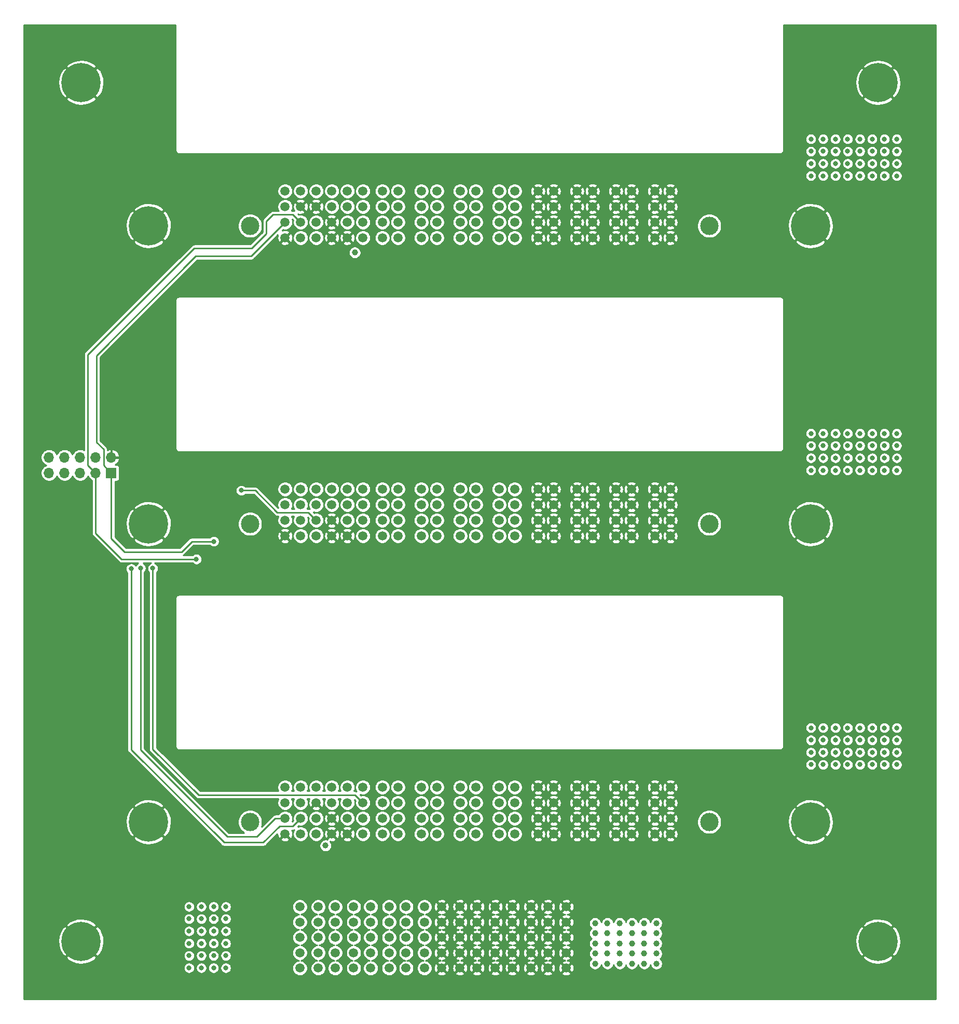
<source format=gbr>
%TF.GenerationSoftware,KiCad,Pcbnew,(5.1.5)-3*%
%TF.CreationDate,2021-10-03T16:15:59+02:00*%
%TF.ProjectId,Backplane PSU,4261636b-706c-4616-9e65-205053552e6b,rev?*%
%TF.SameCoordinates,PX68e7780PYb532b80*%
%TF.FileFunction,Copper,L2,Inr*%
%TF.FilePolarity,Positive*%
%FSLAX46Y46*%
G04 Gerber Fmt 4.6, Leading zero omitted, Abs format (unit mm)*
G04 Created by KiCad (PCBNEW (5.1.5)-3) date 2021-10-03 16:15:59*
%MOMM*%
%LPD*%
G04 APERTURE LIST*
%TA.AperFunction,ViaPad*%
%ADD10C,1.000000*%
%TD*%
%TA.AperFunction,ViaPad*%
%ADD11C,1.500000*%
%TD*%
%TA.AperFunction,ViaPad*%
%ADD12C,6.400000*%
%TD*%
%TA.AperFunction,ViaPad*%
%ADD13O,1.700000X1.700000*%
%TD*%
%TA.AperFunction,ViaPad*%
%ADD14R,1.700000X1.700000*%
%TD*%
%TA.AperFunction,WasherPad*%
%ADD15C,3.000000*%
%TD*%
%TA.AperFunction,ViaPad*%
%ADD16C,0.800000*%
%TD*%
%TA.AperFunction,Conductor*%
%ADD17C,0.250000*%
%TD*%
%TA.AperFunction,Conductor*%
%ADD18C,0.254000*%
%TD*%
G04 APERTURE END LIST*
D10*
%TO.N,Net-(J3-PadA1)*%
%TO.C,J3*%
X83855000Y-3665000D03*
%TO.N,Net-(J3-PadB1)*%
X83855000Y-2015000D03*
%TO.N,Net-(J3-PadC1)*%
X83855000Y-365000D03*
%TO.N,Net-(J3-PadD1)*%
X83855000Y1285000D03*
%TO.N,Net-(J3-PadE1)*%
X83855000Y2935000D03*
%TO.N,Net-(J3-PadA2)*%
X85855000Y-3665000D03*
%TO.N,Net-(J3-PadB2)*%
X85855000Y-2015000D03*
%TO.N,Net-(J3-PadC2)*%
X85855000Y-365000D03*
%TO.N,Net-(J3-PadD2)*%
X85855000Y1285000D03*
%TO.N,Net-(J3-PadE2)*%
X85855000Y2935000D03*
%TO.N,Net-(J3-PadA3)*%
X87855000Y-3665000D03*
%TO.N,Net-(J3-PadB3)*%
X87855000Y-2015000D03*
%TO.N,Net-(J3-PadC3)*%
X87855000Y-365000D03*
%TO.N,Net-(J3-PadD3)*%
X87855000Y1285000D03*
%TO.N,Net-(J3-PadE3)*%
X87855000Y2935000D03*
%TO.N,Net-(J3-PadA4)*%
X89855000Y-3665000D03*
%TO.N,Net-(J3-PadB4)*%
X89855000Y-2015000D03*
%TO.N,Net-(J3-PadC4)*%
X89855000Y-365000D03*
%TO.N,Net-(J3-PadD4)*%
X89855000Y1285000D03*
%TO.N,Net-(J3-PadE4)*%
X89855000Y2935000D03*
%TO.N,Net-(J3-PadA5)*%
X91855000Y-3665000D03*
%TO.N,Net-(J3-PadB5)*%
X91855000Y-2015000D03*
%TO.N,Net-(J3-PadC5)*%
X91855000Y-365000D03*
%TO.N,Net-(J3-PadD5)*%
X91855000Y1285000D03*
%TO.N,Net-(J3-PadE5)*%
X91855000Y2935000D03*
%TO.N,Net-(J3-PadA6)*%
X93855000Y-3665000D03*
%TO.N,Net-(J3-PadB6)*%
X93855000Y-2015000D03*
%TO.N,Net-(J3-PadC6)*%
X93855000Y-365000D03*
%TO.N,Net-(J3-PadD6)*%
X93855000Y1285000D03*
%TO.N,Net-(J3-PadE6)*%
X93855000Y2935000D03*
D11*
%TO.N,+12V*%
X35665000Y-4375000D03*
X35665000Y-1875000D03*
X35665000Y625000D03*
X35665000Y3125000D03*
X35665000Y5625000D03*
X38665000Y-4375000D03*
X38665000Y-1875000D03*
X38665000Y625000D03*
X38665000Y3125000D03*
X38665000Y5625000D03*
X41445000Y-4375000D03*
X47225000Y-4375000D03*
X53005000Y-4375000D03*
%TO.N,GND*%
X58785000Y-4375000D03*
X64565000Y-4375000D03*
X70345000Y-4375000D03*
X76125000Y-4375000D03*
%TO.N,+12V*%
X44445000Y5625000D03*
X50225000Y5625000D03*
X56005000Y5625000D03*
%TO.N,GND*%
X61785000Y5625000D03*
X67565000Y5625000D03*
X73345000Y5625000D03*
X79125000Y5625000D03*
%TO.N,+12V*%
X44445000Y-1875000D03*
X50225000Y-1875000D03*
X56005000Y-1875000D03*
%TO.N,GND*%
X61785000Y-1875000D03*
X67565000Y-1875000D03*
X73345000Y-1875000D03*
X79125000Y-1875000D03*
%TO.N,+12V*%
X41445000Y3125000D03*
X47225000Y3125000D03*
X53005000Y3125000D03*
%TO.N,GND*%
X58785000Y3125000D03*
X64565000Y3125000D03*
X70345000Y3125000D03*
X76125000Y3125000D03*
%TO.N,+12V*%
X41445000Y625000D03*
X47225000Y625000D03*
X53005000Y625000D03*
%TO.N,GND*%
X58785000Y625000D03*
X64565000Y625000D03*
X70345000Y625000D03*
X76125000Y625000D03*
%TO.N,+12V*%
X41445000Y5625000D03*
X47225000Y5625000D03*
X53005000Y5625000D03*
%TO.N,GND*%
X58785000Y5625000D03*
X64565000Y5625000D03*
X70345000Y5625000D03*
X76125000Y5625000D03*
%TO.N,+12V*%
X44445000Y625000D03*
X50225000Y625000D03*
X56005000Y625000D03*
%TO.N,GND*%
X61785000Y625000D03*
X67565000Y625000D03*
X73345000Y625000D03*
X79125000Y625000D03*
%TO.N,+12V*%
X44445000Y-4375000D03*
X50225000Y-4375000D03*
X56005000Y-4375000D03*
%TO.N,GND*%
X61785000Y-4375000D03*
X67565000Y-4375000D03*
X73345000Y-4375000D03*
X79125000Y-4375000D03*
%TO.N,+12V*%
X44445000Y3125000D03*
X50225000Y3125000D03*
X56005000Y3125000D03*
%TO.N,GND*%
X61785000Y3125000D03*
X67565000Y3125000D03*
X73345000Y3125000D03*
X79125000Y3125000D03*
%TO.N,+12V*%
X41445000Y-1875000D03*
X47225000Y-1875000D03*
X53005000Y-1875000D03*
%TO.N,GND*%
X58785000Y-1875000D03*
X64565000Y-1875000D03*
X70345000Y-1875000D03*
X76125000Y-1875000D03*
%TD*%
D12*
%TO.N,GND*%
%TO.C,H1*%
X0Y140000000D03*
%TD*%
%TO.N,GND*%
%TO.C,H2*%
X11000000Y116660000D03*
%TD*%
%TO.N,GND*%
%TO.C,H3*%
X11000000Y68060000D03*
%TD*%
%TO.N,GND*%
%TO.C,H4*%
X11000000Y19460000D03*
%TD*%
%TO.N,GND*%
%TO.C,H5*%
X0Y0D03*
%TD*%
%TO.N,GND*%
%TO.C,H6*%
X130000000Y0D03*
%TD*%
%TO.N,GND*%
%TO.C,H7*%
X119000000Y19460000D03*
%TD*%
%TO.N,GND*%
%TO.C,H8*%
X119000000Y68060000D03*
%TD*%
%TO.N,GND*%
%TO.C,H9*%
X119000000Y116660000D03*
%TD*%
%TO.N,GND*%
%TO.C,H10*%
X130000000Y140000000D03*
%TD*%
D13*
%TO.N,Net-(J5-Pad10)*%
%TO.C,J5*%
X-5260000Y78890000D03*
%TO.N,Net-(J5-Pad9)*%
X-5260000Y76350000D03*
%TO.N,Net-(J5-Pad8)*%
X-2720000Y78890000D03*
%TO.N,Net-(J5-Pad7)*%
X-2720000Y76350000D03*
%TO.N,Net-(J5-Pad6)*%
X-180000Y78890000D03*
%TO.N,Net-(J5-Pad5)*%
X-180000Y76350000D03*
%TO.N,Net-(J5-Pad4)*%
X2360000Y78890000D03*
%TO.N,/SDA*%
X2360000Y76350000D03*
%TO.N,GND*%
X4900000Y78890000D03*
D14*
%TO.N,/SCL*%
X4900000Y76350000D03*
%TD*%
D15*
%TO.N,*%
%TO.C,J4*%
X102470000Y19460000D03*
X27540000Y19460000D03*
D11*
%TO.N,GND*%
X96120000Y17500000D03*
X93580000Y17500000D03*
X96120000Y20040000D03*
X93580000Y20040000D03*
X96120000Y22580000D03*
X93580000Y22580000D03*
X96120000Y25120000D03*
X93580000Y25120000D03*
X87230000Y22580000D03*
X80880000Y22580000D03*
X74530000Y22580000D03*
%TO.N,+12V*%
X68180000Y22580000D03*
X61830000Y22580000D03*
X55480000Y22580000D03*
X49130000Y22580000D03*
%TO.N,GND*%
X89770000Y22580000D03*
X83420000Y22580000D03*
X77070000Y22580000D03*
%TO.N,+12V*%
X70720000Y22580000D03*
X64370000Y22580000D03*
X58020000Y22580000D03*
X51670000Y22580000D03*
%TO.N,GND*%
X89770000Y17500000D03*
X83420000Y17500000D03*
X77070000Y17500000D03*
%TO.N,+12V*%
X70720000Y17500000D03*
X64370000Y17500000D03*
X58020000Y17500000D03*
X51670000Y17500000D03*
%TO.N,GND*%
X89770000Y20040000D03*
X83420000Y20040000D03*
X77070000Y20040000D03*
%TO.N,+12V*%
X70720000Y20040000D03*
X64370000Y20040000D03*
X58020000Y20040000D03*
X51670000Y20040000D03*
%TO.N,GND*%
X87230000Y25120000D03*
X80880000Y25120000D03*
X74530000Y25120000D03*
%TO.N,+12V*%
X68180000Y25120000D03*
X61830000Y25120000D03*
X55480000Y25120000D03*
X49130000Y25120000D03*
%TO.N,GND*%
X89770000Y25120000D03*
X83420000Y25120000D03*
X77070000Y25120000D03*
%TO.N,+12V*%
X70720000Y25120000D03*
X64370000Y25120000D03*
X58020000Y25120000D03*
X51670000Y25120000D03*
%TO.N,GND*%
X87230000Y20040000D03*
X80880000Y20040000D03*
X74530000Y20040000D03*
%TO.N,+12V*%
X68180000Y20040000D03*
X61830000Y20040000D03*
X55480000Y20040000D03*
X49130000Y20040000D03*
%TO.N,GND*%
X87230000Y17500000D03*
X80880000Y17500000D03*
X74530000Y17500000D03*
%TO.N,+12V*%
X68180000Y17500000D03*
X61830000Y17500000D03*
X55480000Y17500000D03*
X49130000Y17500000D03*
%TO.N,+3V3*%
X45960000Y17500000D03*
%TO.N,Net-(J4-PadB1)*%
X45960000Y20040000D03*
%TO.N,/ISHARE*%
X45960000Y22580000D03*
%TO.N,Net-(J4-PadD1)*%
X45960000Y25120000D03*
%TO.N,GND*%
X43420000Y17500000D03*
%TO.N,Net-(J4-PadB2)*%
X43420000Y20040000D03*
%TO.N,Net-(J4-PadC2)*%
X43420000Y22580000D03*
%TO.N,Net-(J4-PadD2)*%
X43420000Y25120000D03*
%TO.N,GND*%
X40880000Y17500000D03*
X40880000Y20040000D03*
%TO.N,Net-(J4-PadC3)*%
X40880000Y22580000D03*
%TO.N,Net-(J4-PadD3)*%
X40880000Y25120000D03*
%TO.N,Net-(J4-PadA4)*%
X38340000Y17500000D03*
%TO.N,Net-(J4-PadB4)*%
X38340000Y20040000D03*
%TO.N,GND*%
X38340000Y22580000D03*
%TO.N,Net-(J4-PadD4)*%
X38340000Y25120000D03*
%TO.N,+12V*%
X35800000Y17500000D03*
%TO.N,/SDA*%
X35800000Y20040000D03*
%TO.N,Net-(J4-PadC5)*%
X35800000Y22580000D03*
%TO.N,Net-(J4-PadD5)*%
X35800000Y25120000D03*
%TO.N,GND*%
X33260000Y17500000D03*
%TO.N,/SCL*%
X33260000Y20040000D03*
%TO.N,Net-(J4-PadC6)*%
X33260000Y22580000D03*
%TO.N,Net-(J4-PadD6)*%
X33260000Y25120000D03*
%TD*%
D15*
%TO.N,*%
%TO.C,J1*%
X102470000Y68060000D03*
X27540000Y68060000D03*
D11*
%TO.N,GND*%
X96120000Y66100000D03*
X93580000Y66100000D03*
X96120000Y68640000D03*
X93580000Y68640000D03*
X96120000Y71180000D03*
X93580000Y71180000D03*
X96120000Y73720000D03*
X93580000Y73720000D03*
X87230000Y71180000D03*
X80880000Y71180000D03*
X74530000Y71180000D03*
%TO.N,+12V*%
X68180000Y71180000D03*
X61830000Y71180000D03*
X55480000Y71180000D03*
X49130000Y71180000D03*
%TO.N,GND*%
X89770000Y71180000D03*
X83420000Y71180000D03*
X77070000Y71180000D03*
%TO.N,+12V*%
X70720000Y71180000D03*
X64370000Y71180000D03*
X58020000Y71180000D03*
X51670000Y71180000D03*
%TO.N,GND*%
X89770000Y66100000D03*
X83420000Y66100000D03*
X77070000Y66100000D03*
%TO.N,+12V*%
X70720000Y66100000D03*
X64370000Y66100000D03*
X58020000Y66100000D03*
X51670000Y66100000D03*
%TO.N,GND*%
X89770000Y68640000D03*
X83420000Y68640000D03*
X77070000Y68640000D03*
%TO.N,+12V*%
X70720000Y68640000D03*
X64370000Y68640000D03*
X58020000Y68640000D03*
X51670000Y68640000D03*
%TO.N,GND*%
X87230000Y73720000D03*
X80880000Y73720000D03*
X74530000Y73720000D03*
%TO.N,+12V*%
X68180000Y73720000D03*
X61830000Y73720000D03*
X55480000Y73720000D03*
X49130000Y73720000D03*
%TO.N,GND*%
X89770000Y73720000D03*
X83420000Y73720000D03*
X77070000Y73720000D03*
%TO.N,+12V*%
X70720000Y73720000D03*
X64370000Y73720000D03*
X58020000Y73720000D03*
X51670000Y73720000D03*
%TO.N,GND*%
X87230000Y68640000D03*
X80880000Y68640000D03*
X74530000Y68640000D03*
%TO.N,+12V*%
X68180000Y68640000D03*
X61830000Y68640000D03*
X55480000Y68640000D03*
X49130000Y68640000D03*
%TO.N,GND*%
X87230000Y66100000D03*
X80880000Y66100000D03*
X74530000Y66100000D03*
%TO.N,+12V*%
X68180000Y66100000D03*
X61830000Y66100000D03*
X55480000Y66100000D03*
X49130000Y66100000D03*
%TO.N,+3V3*%
X45960000Y66100000D03*
%TO.N,Net-(J1-PadB1)*%
X45960000Y68640000D03*
%TO.N,/ISHARE*%
X45960000Y71180000D03*
%TO.N,Net-(J1-PadD1)*%
X45960000Y73720000D03*
%TO.N,GND*%
X43420000Y66100000D03*
%TO.N,Net-(J1-PadB2)*%
X43420000Y68640000D03*
%TO.N,Net-(J1-PadC2)*%
X43420000Y71180000D03*
%TO.N,Net-(J1-PadD2)*%
X43420000Y73720000D03*
%TO.N,GND*%
X40880000Y66100000D03*
X40880000Y68640000D03*
%TO.N,Net-(J1-PadC3)*%
X40880000Y71180000D03*
%TO.N,Net-(J1-PadD3)*%
X40880000Y73720000D03*
%TO.N,Net-(J1-PadA4)*%
X38340000Y66100000D03*
%TO.N,Net-(J1-PadB4)*%
X38340000Y68640000D03*
%TO.N,Net-(J1-PadC4)*%
X38340000Y71180000D03*
%TO.N,Net-(J1-PadD4)*%
X38340000Y73720000D03*
%TO.N,+12V*%
X35800000Y66100000D03*
%TO.N,/SDA*%
X35800000Y68640000D03*
%TO.N,Net-(J1-PadC5)*%
X35800000Y71180000D03*
%TO.N,Net-(J1-PadD5)*%
X35800000Y73720000D03*
%TO.N,GND*%
X33260000Y66100000D03*
%TO.N,/SCL*%
X33260000Y68640000D03*
%TO.N,Net-(J1-PadC6)*%
X33260000Y71180000D03*
%TO.N,Net-(J1-PadD6)*%
X33260000Y73720000D03*
%TD*%
D15*
%TO.N,*%
%TO.C,J2*%
X102470000Y116660000D03*
X27540000Y116660000D03*
D11*
%TO.N,GND*%
X96120000Y114700000D03*
X93580000Y114700000D03*
X96120000Y117240000D03*
X93580000Y117240000D03*
X96120000Y119780000D03*
X93580000Y119780000D03*
X96120000Y122320000D03*
X93580000Y122320000D03*
X87230000Y119780000D03*
X80880000Y119780000D03*
X74530000Y119780000D03*
%TO.N,+12V*%
X68180000Y119780000D03*
X61830000Y119780000D03*
X55480000Y119780000D03*
X49130000Y119780000D03*
%TO.N,GND*%
X89770000Y119780000D03*
X83420000Y119780000D03*
X77070000Y119780000D03*
%TO.N,+12V*%
X70720000Y119780000D03*
X64370000Y119780000D03*
X58020000Y119780000D03*
X51670000Y119780000D03*
%TO.N,GND*%
X89770000Y114700000D03*
X83420000Y114700000D03*
X77070000Y114700000D03*
%TO.N,+12V*%
X70720000Y114700000D03*
X64370000Y114700000D03*
X58020000Y114700000D03*
X51670000Y114700000D03*
%TO.N,GND*%
X89770000Y117240000D03*
X83420000Y117240000D03*
X77070000Y117240000D03*
%TO.N,+12V*%
X70720000Y117240000D03*
X64370000Y117240000D03*
X58020000Y117240000D03*
X51670000Y117240000D03*
%TO.N,GND*%
X87230000Y122320000D03*
X80880000Y122320000D03*
X74530000Y122320000D03*
%TO.N,+12V*%
X68180000Y122320000D03*
X61830000Y122320000D03*
X55480000Y122320000D03*
X49130000Y122320000D03*
%TO.N,GND*%
X89770000Y122320000D03*
X83420000Y122320000D03*
X77070000Y122320000D03*
%TO.N,+12V*%
X70720000Y122320000D03*
X64370000Y122320000D03*
X58020000Y122320000D03*
X51670000Y122320000D03*
%TO.N,GND*%
X87230000Y117240000D03*
X80880000Y117240000D03*
X74530000Y117240000D03*
%TO.N,+12V*%
X68180000Y117240000D03*
X61830000Y117240000D03*
X55480000Y117240000D03*
X49130000Y117240000D03*
%TO.N,GND*%
X87230000Y114700000D03*
X80880000Y114700000D03*
X74530000Y114700000D03*
%TO.N,+12V*%
X68180000Y114700000D03*
X61830000Y114700000D03*
X55480000Y114700000D03*
X49130000Y114700000D03*
%TO.N,+3V3*%
X45960000Y114700000D03*
%TO.N,Net-(J2-PadB1)*%
X45960000Y117240000D03*
%TO.N,/ISHARE*%
X45960000Y119780000D03*
%TO.N,Net-(J2-PadD1)*%
X45960000Y122320000D03*
%TO.N,GND*%
X43420000Y114700000D03*
%TO.N,Net-(J2-PadB2)*%
X43420000Y117240000D03*
%TO.N,Net-(J2-PadC2)*%
X43420000Y119780000D03*
%TO.N,Net-(J2-PadD2)*%
X43420000Y122320000D03*
%TO.N,GND*%
X40880000Y114700000D03*
X40880000Y117240000D03*
%TO.N,Net-(J2-PadC3)*%
X40880000Y119780000D03*
%TO.N,Net-(J2-PadD3)*%
X40880000Y122320000D03*
%TO.N,Net-(J2-PadA4)*%
X38340000Y114700000D03*
%TO.N,Net-(J2-PadB4)*%
X38340000Y117240000D03*
%TO.N,GND*%
X38340000Y119780000D03*
%TO.N,Net-(J2-PadD4)*%
X38340000Y122320000D03*
%TO.N,+12V*%
X35800000Y114700000D03*
%TO.N,/SDA*%
X35800000Y117240000D03*
%TO.N,GND*%
X35800000Y119780000D03*
%TO.N,Net-(J2-PadD5)*%
X35800000Y122320000D03*
%TO.N,GND*%
X33260000Y114700000D03*
%TO.N,/SCL*%
X33260000Y117240000D03*
%TO.N,Net-(J2-PadC6)*%
X33260000Y119780000D03*
%TO.N,Net-(J2-PadD6)*%
X33260000Y122320000D03*
%TD*%
D16*
%TO.N,GND*%
X25525000Y127150000D03*
X25675000Y78625000D03*
X25675000Y29600000D03*
D10*
X75250000Y126000000D03*
X75500000Y110500000D03*
X75500000Y107500000D03*
X75200000Y77300000D03*
X75100000Y63000000D03*
X75100000Y59600000D03*
X75200000Y29000000D03*
D16*
X75150000Y15000000D03*
D10*
X75150000Y12750000D03*
D16*
X-5000000Y131200000D03*
X-5000000Y129200000D03*
X-5000000Y127200000D03*
X-5000000Y125200000D03*
X-3000000Y131200000D03*
X-3000000Y129200000D03*
X-3000000Y127200000D03*
X-3000000Y125200000D03*
X-1000000Y131200000D03*
X-1000000Y129200000D03*
X-1000000Y127200000D03*
X-1000000Y125200000D03*
X1000000Y131200000D03*
X1000000Y129200000D03*
X1000000Y127200000D03*
X1000000Y125200000D03*
X3000000Y131200000D03*
X3000000Y129200000D03*
X3000000Y127200000D03*
X3000000Y125200000D03*
X5000000Y131200000D03*
X5000000Y129200000D03*
X5000000Y127200000D03*
X5000000Y125200000D03*
X7000000Y131200000D03*
X7000000Y129200000D03*
X7000000Y127200000D03*
X7000000Y125200000D03*
X9000000Y131200000D03*
X9000000Y129200000D03*
X9000000Y127200000D03*
X9000000Y125200000D03*
X-4750000Y66250000D03*
X-4750000Y68250000D03*
X-2750000Y68250000D03*
X-750000Y68250000D03*
X-2750000Y58250000D03*
X-750000Y70250000D03*
X-750000Y62250000D03*
X-2750000Y64250000D03*
X-750000Y58250000D03*
X-2750000Y70250000D03*
X-6750000Y72250000D03*
X-4750000Y58250000D03*
X-4750000Y70250000D03*
X-6750000Y68250000D03*
X-2750000Y62250000D03*
X-2750000Y66250000D03*
X-750000Y60250000D03*
X-6750000Y70250000D03*
X-6750000Y60250000D03*
X-6750000Y62250000D03*
X-4750000Y62250000D03*
X-6750000Y64250000D03*
X-4750000Y64250000D03*
X-750000Y64250000D03*
X-6750000Y66250000D03*
X-750000Y66250000D03*
X-4750000Y60250000D03*
X-2750000Y60250000D03*
X-6750000Y58250000D03*
X-4750000Y72250000D03*
X-2750000Y72250000D03*
X-750000Y72250000D03*
X-3400000Y25550000D03*
X2600000Y21550000D03*
X-1400000Y23550000D03*
X600000Y27550000D03*
X2600000Y25550000D03*
X2600000Y27550000D03*
X-1400000Y21550000D03*
X600000Y21550000D03*
X-3400000Y21550000D03*
X600000Y23550000D03*
X-1400000Y25550000D03*
X-3400000Y23550000D03*
X-3400000Y31550000D03*
X-3400000Y27550000D03*
X-3400000Y19550000D03*
X-1400000Y33550000D03*
X600000Y33550000D03*
X2600000Y33550000D03*
X2600000Y29550000D03*
X600000Y19550000D03*
X600000Y25550000D03*
X2600000Y23550000D03*
X2600000Y19550000D03*
X-1400000Y19550000D03*
X-1400000Y27550000D03*
X-3400000Y33550000D03*
X-1400000Y31550000D03*
X-3400000Y29550000D03*
X600000Y31550000D03*
X600000Y29550000D03*
X2600000Y31550000D03*
X-1400000Y29550000D03*
X109000000Y-1100000D03*
X107000000Y4900000D03*
X111000000Y-3100000D03*
X113000000Y-5100000D03*
X109000000Y900000D03*
X107000000Y2900000D03*
X109000000Y-3100000D03*
X107000000Y-1100000D03*
X109000000Y4900000D03*
X111000000Y4900000D03*
X107000000Y-5100000D03*
X113000000Y4900000D03*
X113000000Y900000D03*
X111000000Y-5100000D03*
X109000000Y2900000D03*
X107000000Y900000D03*
X111000000Y2900000D03*
X111000000Y900000D03*
X113000000Y2900000D03*
X107000000Y-3100000D03*
X109000000Y-5100000D03*
X111000000Y-1100000D03*
X113000000Y-3100000D03*
X113000000Y-1100000D03*
D10*
%TO.N,+3V3*%
X44650000Y112300000D03*
X39850000Y15600000D03*
D16*
%TO.N,/SCL*%
X21650000Y65200000D03*
X9700000Y60850000D03*
%TO.N,/SDA*%
X18800000Y62300000D03*
X8150000Y60750000D03*
%TO.N,+12V*%
X119050000Y130800000D03*
X119050000Y128800000D03*
X119050000Y126800000D03*
X119050000Y124800000D03*
X121050000Y130800000D03*
X121050000Y128800000D03*
X121050000Y126800000D03*
X121050000Y124800000D03*
X123050000Y130800000D03*
X123050000Y128800000D03*
X123050000Y126800000D03*
X123050000Y124800000D03*
X125050000Y130800000D03*
X125050000Y128800000D03*
X125050000Y126800000D03*
X125050000Y124800000D03*
X127050000Y130800000D03*
X127050000Y128800000D03*
X127050000Y126800000D03*
X127050000Y124800000D03*
X129050000Y130800000D03*
X129050000Y128800000D03*
X129050000Y126800000D03*
X129050000Y124800000D03*
X131050000Y130800000D03*
X131050000Y128800000D03*
X131050000Y126800000D03*
X131050000Y124800000D03*
X133050000Y130800000D03*
X133050000Y128800000D03*
X133050000Y126800000D03*
X133050000Y124800000D03*
X119050000Y82800000D03*
X119050000Y34800000D03*
X129050000Y80800000D03*
X129050000Y32800000D03*
X121050000Y76800000D03*
X121050000Y28800000D03*
X123050000Y76800000D03*
X123050000Y28800000D03*
X119050000Y80800000D03*
X119050000Y32800000D03*
X127050000Y82800000D03*
X127050000Y34800000D03*
X119050000Y76800000D03*
X119050000Y28800000D03*
X123050000Y78800000D03*
X123050000Y30800000D03*
X127050000Y80800000D03*
X127050000Y32800000D03*
X129050000Y82800000D03*
X129050000Y34800000D03*
X129050000Y78800000D03*
X129050000Y30800000D03*
X125050000Y76800000D03*
X125050000Y28800000D03*
X121050000Y80800000D03*
X121050000Y32800000D03*
X123050000Y80800000D03*
X123050000Y32800000D03*
X121050000Y82800000D03*
X121050000Y34800000D03*
X121050000Y78800000D03*
X121050000Y30800000D03*
X119050000Y78800000D03*
X119050000Y30800000D03*
X123050000Y82800000D03*
X123050000Y34800000D03*
X125050000Y80800000D03*
X125050000Y32800000D03*
X125050000Y82800000D03*
X125050000Y34800000D03*
X125050000Y78800000D03*
X125050000Y30800000D03*
X127050000Y78800000D03*
X127050000Y30800000D03*
X127050000Y76800000D03*
X127050000Y28800000D03*
X133050000Y78800000D03*
X133050000Y30800000D03*
X131050000Y78800000D03*
X131050000Y30800000D03*
X133050000Y80800000D03*
X133050000Y32800000D03*
X133050000Y76800000D03*
X133050000Y28800000D03*
X129050000Y76800000D03*
X129050000Y28800000D03*
X131050000Y82800000D03*
X131050000Y34800000D03*
X131050000Y80800000D03*
X131050000Y32800000D03*
X131050000Y76800000D03*
X131050000Y28800000D03*
X133050000Y82800000D03*
X133050000Y34800000D03*
X19600000Y-2350000D03*
X19600000Y-350000D03*
X21600000Y5650000D03*
X23600000Y1650000D03*
X23600000Y5650000D03*
X17600000Y-350000D03*
X21600000Y3650000D03*
X21600000Y1650000D03*
X17600000Y1650000D03*
X23600000Y3650000D03*
X19600000Y1650000D03*
X21600000Y-4350000D03*
X19600000Y3650000D03*
X17600000Y3650000D03*
X23600000Y-4350000D03*
X17600000Y5650000D03*
X23600000Y-2350000D03*
X19600000Y-4350000D03*
X21600000Y-350000D03*
X23600000Y-350000D03*
X19600000Y5650000D03*
X17600000Y-4350000D03*
X17600000Y-2350000D03*
X21600000Y-2350000D03*
%TO.N,Net-(J1-PadB4)*%
X26100000Y73500000D03*
%TO.N,/ISHARE*%
X11675000Y60800000D03*
%TD*%
D17*
%TO.N,/SCL*%
X4900000Y76350000D02*
X4900000Y74450000D01*
X33260000Y117240000D02*
X27720000Y111700000D01*
X27720000Y111700000D02*
X18700000Y111700000D01*
X18700000Y111700000D02*
X2500000Y95500000D01*
X2500000Y95500000D02*
X2500000Y81350000D01*
X2500000Y81350000D02*
X3650000Y80200000D01*
X3650000Y77600000D02*
X4900000Y76350000D01*
X3650000Y80200000D02*
X3650000Y77600000D01*
X21650000Y65200000D02*
X18050000Y65200000D01*
X18050000Y65200000D02*
X16350000Y63500000D01*
X16350000Y63500000D02*
X7050000Y63500000D01*
X7050000Y63500000D02*
X4900000Y65650000D01*
X33260000Y20040000D02*
X31640000Y20040000D01*
X31640000Y20040000D02*
X28650000Y17050000D01*
X28650000Y17050000D02*
X23850000Y17050000D01*
X23850000Y17050000D02*
X9700000Y31200000D01*
X9700000Y31200000D02*
X9700000Y60800000D01*
X4900000Y65650000D02*
X4900000Y74450000D01*
%TO.N,/SDA*%
X18425000Y113000000D02*
X1100000Y95675000D01*
X1100000Y77610000D02*
X2360000Y76350000D01*
X1100000Y95675000D02*
X1100000Y77610000D01*
X35800000Y117240000D02*
X34540000Y118500000D01*
X34540000Y118500000D02*
X31300000Y118500000D01*
X31300000Y118500000D02*
X30200000Y117400000D01*
X30200000Y115400000D02*
X27800000Y113000000D01*
X30200000Y117400000D02*
X30200000Y115400000D01*
X27800000Y113000000D02*
X18425000Y113000000D01*
X18800000Y62300000D02*
X6600000Y62300000D01*
X6600000Y62300000D02*
X2360000Y66540000D01*
X2360000Y66540000D02*
X2360000Y76350000D01*
X35800000Y20040000D02*
X34510000Y18750000D01*
X34510000Y18750000D02*
X32350000Y18750000D01*
X32350000Y18750000D02*
X29700000Y16100000D01*
X29700000Y16100000D02*
X23300000Y16100000D01*
X23300000Y16100000D02*
X8150000Y31250000D01*
X8150000Y31250000D02*
X8150000Y60750000D01*
%TO.N,Net-(J1-PadB4)*%
X38340000Y68640000D02*
X37080000Y69900000D01*
X37080000Y69900000D02*
X32000000Y69900000D01*
X28400000Y73500000D02*
X32000000Y69900000D01*
X26100000Y73500000D02*
X28400000Y73500000D01*
%TO.N,/ISHARE*%
X11675000Y35685000D02*
X11675000Y60800000D01*
X45960000Y22580000D02*
X44690000Y23850000D01*
X19150000Y23850000D02*
X11675000Y31325000D01*
X44690000Y23850000D02*
X19150000Y23850000D01*
X11675000Y31325000D02*
X11675000Y35685000D01*
%TD*%
D18*
%TO.N,GND*%
G36*
X15392000Y129029861D02*
G01*
X15389059Y129000000D01*
X15400798Y128880811D01*
X15435564Y128766203D01*
X15492021Y128660579D01*
X15567999Y128567999D01*
X15660579Y128492021D01*
X15766203Y128435564D01*
X15880811Y128400798D01*
X16000000Y128389059D01*
X16029860Y128392000D01*
X113970140Y128392000D01*
X114000000Y128389059D01*
X114119189Y128400798D01*
X114233797Y128435564D01*
X114339421Y128492021D01*
X114432001Y128567999D01*
X114507979Y128660579D01*
X114564436Y128766203D01*
X114599202Y128880811D01*
X114600050Y128889430D01*
X118142000Y128889430D01*
X118142000Y128710570D01*
X118176894Y128535146D01*
X118245341Y128369901D01*
X118344711Y128221184D01*
X118471184Y128094711D01*
X118619901Y127995341D01*
X118785146Y127926894D01*
X118960570Y127892000D01*
X119139430Y127892000D01*
X119314854Y127926894D01*
X119480099Y127995341D01*
X119628816Y128094711D01*
X119755289Y128221184D01*
X119854659Y128369901D01*
X119923106Y128535146D01*
X119958000Y128710570D01*
X119958000Y128889430D01*
X120142000Y128889430D01*
X120142000Y128710570D01*
X120176894Y128535146D01*
X120245341Y128369901D01*
X120344711Y128221184D01*
X120471184Y128094711D01*
X120619901Y127995341D01*
X120785146Y127926894D01*
X120960570Y127892000D01*
X121139430Y127892000D01*
X121314854Y127926894D01*
X121480099Y127995341D01*
X121628816Y128094711D01*
X121755289Y128221184D01*
X121854659Y128369901D01*
X121923106Y128535146D01*
X121958000Y128710570D01*
X121958000Y128889430D01*
X122142000Y128889430D01*
X122142000Y128710570D01*
X122176894Y128535146D01*
X122245341Y128369901D01*
X122344711Y128221184D01*
X122471184Y128094711D01*
X122619901Y127995341D01*
X122785146Y127926894D01*
X122960570Y127892000D01*
X123139430Y127892000D01*
X123314854Y127926894D01*
X123480099Y127995341D01*
X123628816Y128094711D01*
X123755289Y128221184D01*
X123854659Y128369901D01*
X123923106Y128535146D01*
X123958000Y128710570D01*
X123958000Y128889430D01*
X124142000Y128889430D01*
X124142000Y128710570D01*
X124176894Y128535146D01*
X124245341Y128369901D01*
X124344711Y128221184D01*
X124471184Y128094711D01*
X124619901Y127995341D01*
X124785146Y127926894D01*
X124960570Y127892000D01*
X125139430Y127892000D01*
X125314854Y127926894D01*
X125480099Y127995341D01*
X125628816Y128094711D01*
X125755289Y128221184D01*
X125854659Y128369901D01*
X125923106Y128535146D01*
X125958000Y128710570D01*
X125958000Y128889430D01*
X126142000Y128889430D01*
X126142000Y128710570D01*
X126176894Y128535146D01*
X126245341Y128369901D01*
X126344711Y128221184D01*
X126471184Y128094711D01*
X126619901Y127995341D01*
X126785146Y127926894D01*
X126960570Y127892000D01*
X127139430Y127892000D01*
X127314854Y127926894D01*
X127480099Y127995341D01*
X127628816Y128094711D01*
X127755289Y128221184D01*
X127854659Y128369901D01*
X127923106Y128535146D01*
X127958000Y128710570D01*
X127958000Y128889430D01*
X128142000Y128889430D01*
X128142000Y128710570D01*
X128176894Y128535146D01*
X128245341Y128369901D01*
X128344711Y128221184D01*
X128471184Y128094711D01*
X128619901Y127995341D01*
X128785146Y127926894D01*
X128960570Y127892000D01*
X129139430Y127892000D01*
X129314854Y127926894D01*
X129480099Y127995341D01*
X129628816Y128094711D01*
X129755289Y128221184D01*
X129854659Y128369901D01*
X129923106Y128535146D01*
X129958000Y128710570D01*
X129958000Y128889430D01*
X130142000Y128889430D01*
X130142000Y128710570D01*
X130176894Y128535146D01*
X130245341Y128369901D01*
X130344711Y128221184D01*
X130471184Y128094711D01*
X130619901Y127995341D01*
X130785146Y127926894D01*
X130960570Y127892000D01*
X131139430Y127892000D01*
X131314854Y127926894D01*
X131480099Y127995341D01*
X131628816Y128094711D01*
X131755289Y128221184D01*
X131854659Y128369901D01*
X131923106Y128535146D01*
X131958000Y128710570D01*
X131958000Y128889430D01*
X132142000Y128889430D01*
X132142000Y128710570D01*
X132176894Y128535146D01*
X132245341Y128369901D01*
X132344711Y128221184D01*
X132471184Y128094711D01*
X132619901Y127995341D01*
X132785146Y127926894D01*
X132960570Y127892000D01*
X133139430Y127892000D01*
X133314854Y127926894D01*
X133480099Y127995341D01*
X133628816Y128094711D01*
X133755289Y128221184D01*
X133854659Y128369901D01*
X133923106Y128535146D01*
X133958000Y128710570D01*
X133958000Y128889430D01*
X133923106Y129064854D01*
X133854659Y129230099D01*
X133755289Y129378816D01*
X133628816Y129505289D01*
X133480099Y129604659D01*
X133314854Y129673106D01*
X133139430Y129708000D01*
X132960570Y129708000D01*
X132785146Y129673106D01*
X132619901Y129604659D01*
X132471184Y129505289D01*
X132344711Y129378816D01*
X132245341Y129230099D01*
X132176894Y129064854D01*
X132142000Y128889430D01*
X131958000Y128889430D01*
X131923106Y129064854D01*
X131854659Y129230099D01*
X131755289Y129378816D01*
X131628816Y129505289D01*
X131480099Y129604659D01*
X131314854Y129673106D01*
X131139430Y129708000D01*
X130960570Y129708000D01*
X130785146Y129673106D01*
X130619901Y129604659D01*
X130471184Y129505289D01*
X130344711Y129378816D01*
X130245341Y129230099D01*
X130176894Y129064854D01*
X130142000Y128889430D01*
X129958000Y128889430D01*
X129923106Y129064854D01*
X129854659Y129230099D01*
X129755289Y129378816D01*
X129628816Y129505289D01*
X129480099Y129604659D01*
X129314854Y129673106D01*
X129139430Y129708000D01*
X128960570Y129708000D01*
X128785146Y129673106D01*
X128619901Y129604659D01*
X128471184Y129505289D01*
X128344711Y129378816D01*
X128245341Y129230099D01*
X128176894Y129064854D01*
X128142000Y128889430D01*
X127958000Y128889430D01*
X127923106Y129064854D01*
X127854659Y129230099D01*
X127755289Y129378816D01*
X127628816Y129505289D01*
X127480099Y129604659D01*
X127314854Y129673106D01*
X127139430Y129708000D01*
X126960570Y129708000D01*
X126785146Y129673106D01*
X126619901Y129604659D01*
X126471184Y129505289D01*
X126344711Y129378816D01*
X126245341Y129230099D01*
X126176894Y129064854D01*
X126142000Y128889430D01*
X125958000Y128889430D01*
X125923106Y129064854D01*
X125854659Y129230099D01*
X125755289Y129378816D01*
X125628816Y129505289D01*
X125480099Y129604659D01*
X125314854Y129673106D01*
X125139430Y129708000D01*
X124960570Y129708000D01*
X124785146Y129673106D01*
X124619901Y129604659D01*
X124471184Y129505289D01*
X124344711Y129378816D01*
X124245341Y129230099D01*
X124176894Y129064854D01*
X124142000Y128889430D01*
X123958000Y128889430D01*
X123923106Y129064854D01*
X123854659Y129230099D01*
X123755289Y129378816D01*
X123628816Y129505289D01*
X123480099Y129604659D01*
X123314854Y129673106D01*
X123139430Y129708000D01*
X122960570Y129708000D01*
X122785146Y129673106D01*
X122619901Y129604659D01*
X122471184Y129505289D01*
X122344711Y129378816D01*
X122245341Y129230099D01*
X122176894Y129064854D01*
X122142000Y128889430D01*
X121958000Y128889430D01*
X121923106Y129064854D01*
X121854659Y129230099D01*
X121755289Y129378816D01*
X121628816Y129505289D01*
X121480099Y129604659D01*
X121314854Y129673106D01*
X121139430Y129708000D01*
X120960570Y129708000D01*
X120785146Y129673106D01*
X120619901Y129604659D01*
X120471184Y129505289D01*
X120344711Y129378816D01*
X120245341Y129230099D01*
X120176894Y129064854D01*
X120142000Y128889430D01*
X119958000Y128889430D01*
X119923106Y129064854D01*
X119854659Y129230099D01*
X119755289Y129378816D01*
X119628816Y129505289D01*
X119480099Y129604659D01*
X119314854Y129673106D01*
X119139430Y129708000D01*
X118960570Y129708000D01*
X118785146Y129673106D01*
X118619901Y129604659D01*
X118471184Y129505289D01*
X118344711Y129378816D01*
X118245341Y129230099D01*
X118176894Y129064854D01*
X118142000Y128889430D01*
X114600050Y128889430D01*
X114608000Y128970139D01*
X114608000Y128970140D01*
X114610941Y129000000D01*
X114608000Y129029861D01*
X114608000Y130889430D01*
X118142000Y130889430D01*
X118142000Y130710570D01*
X118176894Y130535146D01*
X118245341Y130369901D01*
X118344711Y130221184D01*
X118471184Y130094711D01*
X118619901Y129995341D01*
X118785146Y129926894D01*
X118960570Y129892000D01*
X119139430Y129892000D01*
X119314854Y129926894D01*
X119480099Y129995341D01*
X119628816Y130094711D01*
X119755289Y130221184D01*
X119854659Y130369901D01*
X119923106Y130535146D01*
X119958000Y130710570D01*
X119958000Y130889430D01*
X120142000Y130889430D01*
X120142000Y130710570D01*
X120176894Y130535146D01*
X120245341Y130369901D01*
X120344711Y130221184D01*
X120471184Y130094711D01*
X120619901Y129995341D01*
X120785146Y129926894D01*
X120960570Y129892000D01*
X121139430Y129892000D01*
X121314854Y129926894D01*
X121480099Y129995341D01*
X121628816Y130094711D01*
X121755289Y130221184D01*
X121854659Y130369901D01*
X121923106Y130535146D01*
X121958000Y130710570D01*
X121958000Y130889430D01*
X122142000Y130889430D01*
X122142000Y130710570D01*
X122176894Y130535146D01*
X122245341Y130369901D01*
X122344711Y130221184D01*
X122471184Y130094711D01*
X122619901Y129995341D01*
X122785146Y129926894D01*
X122960570Y129892000D01*
X123139430Y129892000D01*
X123314854Y129926894D01*
X123480099Y129995341D01*
X123628816Y130094711D01*
X123755289Y130221184D01*
X123854659Y130369901D01*
X123923106Y130535146D01*
X123958000Y130710570D01*
X123958000Y130889430D01*
X124142000Y130889430D01*
X124142000Y130710570D01*
X124176894Y130535146D01*
X124245341Y130369901D01*
X124344711Y130221184D01*
X124471184Y130094711D01*
X124619901Y129995341D01*
X124785146Y129926894D01*
X124960570Y129892000D01*
X125139430Y129892000D01*
X125314854Y129926894D01*
X125480099Y129995341D01*
X125628816Y130094711D01*
X125755289Y130221184D01*
X125854659Y130369901D01*
X125923106Y130535146D01*
X125958000Y130710570D01*
X125958000Y130889430D01*
X126142000Y130889430D01*
X126142000Y130710570D01*
X126176894Y130535146D01*
X126245341Y130369901D01*
X126344711Y130221184D01*
X126471184Y130094711D01*
X126619901Y129995341D01*
X126785146Y129926894D01*
X126960570Y129892000D01*
X127139430Y129892000D01*
X127314854Y129926894D01*
X127480099Y129995341D01*
X127628816Y130094711D01*
X127755289Y130221184D01*
X127854659Y130369901D01*
X127923106Y130535146D01*
X127958000Y130710570D01*
X127958000Y130889430D01*
X128142000Y130889430D01*
X128142000Y130710570D01*
X128176894Y130535146D01*
X128245341Y130369901D01*
X128344711Y130221184D01*
X128471184Y130094711D01*
X128619901Y129995341D01*
X128785146Y129926894D01*
X128960570Y129892000D01*
X129139430Y129892000D01*
X129314854Y129926894D01*
X129480099Y129995341D01*
X129628816Y130094711D01*
X129755289Y130221184D01*
X129854659Y130369901D01*
X129923106Y130535146D01*
X129958000Y130710570D01*
X129958000Y130889430D01*
X130142000Y130889430D01*
X130142000Y130710570D01*
X130176894Y130535146D01*
X130245341Y130369901D01*
X130344711Y130221184D01*
X130471184Y130094711D01*
X130619901Y129995341D01*
X130785146Y129926894D01*
X130960570Y129892000D01*
X131139430Y129892000D01*
X131314854Y129926894D01*
X131480099Y129995341D01*
X131628816Y130094711D01*
X131755289Y130221184D01*
X131854659Y130369901D01*
X131923106Y130535146D01*
X131958000Y130710570D01*
X131958000Y130889430D01*
X132142000Y130889430D01*
X132142000Y130710570D01*
X132176894Y130535146D01*
X132245341Y130369901D01*
X132344711Y130221184D01*
X132471184Y130094711D01*
X132619901Y129995341D01*
X132785146Y129926894D01*
X132960570Y129892000D01*
X133139430Y129892000D01*
X133314854Y129926894D01*
X133480099Y129995341D01*
X133628816Y130094711D01*
X133755289Y130221184D01*
X133854659Y130369901D01*
X133923106Y130535146D01*
X133958000Y130710570D01*
X133958000Y130889430D01*
X133923106Y131064854D01*
X133854659Y131230099D01*
X133755289Y131378816D01*
X133628816Y131505289D01*
X133480099Y131604659D01*
X133314854Y131673106D01*
X133139430Y131708000D01*
X132960570Y131708000D01*
X132785146Y131673106D01*
X132619901Y131604659D01*
X132471184Y131505289D01*
X132344711Y131378816D01*
X132245341Y131230099D01*
X132176894Y131064854D01*
X132142000Y130889430D01*
X131958000Y130889430D01*
X131923106Y131064854D01*
X131854659Y131230099D01*
X131755289Y131378816D01*
X131628816Y131505289D01*
X131480099Y131604659D01*
X131314854Y131673106D01*
X131139430Y131708000D01*
X130960570Y131708000D01*
X130785146Y131673106D01*
X130619901Y131604659D01*
X130471184Y131505289D01*
X130344711Y131378816D01*
X130245341Y131230099D01*
X130176894Y131064854D01*
X130142000Y130889430D01*
X129958000Y130889430D01*
X129923106Y131064854D01*
X129854659Y131230099D01*
X129755289Y131378816D01*
X129628816Y131505289D01*
X129480099Y131604659D01*
X129314854Y131673106D01*
X129139430Y131708000D01*
X128960570Y131708000D01*
X128785146Y131673106D01*
X128619901Y131604659D01*
X128471184Y131505289D01*
X128344711Y131378816D01*
X128245341Y131230099D01*
X128176894Y131064854D01*
X128142000Y130889430D01*
X127958000Y130889430D01*
X127923106Y131064854D01*
X127854659Y131230099D01*
X127755289Y131378816D01*
X127628816Y131505289D01*
X127480099Y131604659D01*
X127314854Y131673106D01*
X127139430Y131708000D01*
X126960570Y131708000D01*
X126785146Y131673106D01*
X126619901Y131604659D01*
X126471184Y131505289D01*
X126344711Y131378816D01*
X126245341Y131230099D01*
X126176894Y131064854D01*
X126142000Y130889430D01*
X125958000Y130889430D01*
X125923106Y131064854D01*
X125854659Y131230099D01*
X125755289Y131378816D01*
X125628816Y131505289D01*
X125480099Y131604659D01*
X125314854Y131673106D01*
X125139430Y131708000D01*
X124960570Y131708000D01*
X124785146Y131673106D01*
X124619901Y131604659D01*
X124471184Y131505289D01*
X124344711Y131378816D01*
X124245341Y131230099D01*
X124176894Y131064854D01*
X124142000Y130889430D01*
X123958000Y130889430D01*
X123923106Y131064854D01*
X123854659Y131230099D01*
X123755289Y131378816D01*
X123628816Y131505289D01*
X123480099Y131604659D01*
X123314854Y131673106D01*
X123139430Y131708000D01*
X122960570Y131708000D01*
X122785146Y131673106D01*
X122619901Y131604659D01*
X122471184Y131505289D01*
X122344711Y131378816D01*
X122245341Y131230099D01*
X122176894Y131064854D01*
X122142000Y130889430D01*
X121958000Y130889430D01*
X121923106Y131064854D01*
X121854659Y131230099D01*
X121755289Y131378816D01*
X121628816Y131505289D01*
X121480099Y131604659D01*
X121314854Y131673106D01*
X121139430Y131708000D01*
X120960570Y131708000D01*
X120785146Y131673106D01*
X120619901Y131604659D01*
X120471184Y131505289D01*
X120344711Y131378816D01*
X120245341Y131230099D01*
X120176894Y131064854D01*
X120142000Y130889430D01*
X119958000Y130889430D01*
X119923106Y131064854D01*
X119854659Y131230099D01*
X119755289Y131378816D01*
X119628816Y131505289D01*
X119480099Y131604659D01*
X119314854Y131673106D01*
X119139430Y131708000D01*
X118960570Y131708000D01*
X118785146Y131673106D01*
X118619901Y131604659D01*
X118471184Y131505289D01*
X118344711Y131378816D01*
X118245341Y131230099D01*
X118176894Y131064854D01*
X118142000Y130889430D01*
X114608000Y130889430D01*
X114608000Y137410659D01*
X127500462Y137410659D01*
X127861637Y136948764D01*
X128497992Y136590218D01*
X129192068Y136362709D01*
X129917193Y136274979D01*
X130645499Y136330400D01*
X131349000Y136526841D01*
X132000659Y136856754D01*
X132138363Y136948764D01*
X132499538Y137410659D01*
X130000000Y139910197D01*
X127500462Y137410659D01*
X114608000Y137410659D01*
X114608000Y140082807D01*
X126274979Y140082807D01*
X126330400Y139354501D01*
X126526841Y138651000D01*
X126856754Y137999341D01*
X126948764Y137861637D01*
X127410659Y137500462D01*
X129910197Y140000000D01*
X130089803Y140000000D01*
X132589341Y137500462D01*
X133051236Y137861637D01*
X133409782Y138497992D01*
X133637291Y139192068D01*
X133725021Y139917193D01*
X133669600Y140645499D01*
X133473159Y141349000D01*
X133143246Y142000659D01*
X133051236Y142138363D01*
X132589341Y142499538D01*
X130089803Y140000000D01*
X129910197Y140000000D01*
X127410659Y142499538D01*
X126948764Y142138363D01*
X126590218Y141502008D01*
X126362709Y140807932D01*
X126274979Y140082807D01*
X114608000Y140082807D01*
X114608000Y142589341D01*
X127500462Y142589341D01*
X130000000Y140089803D01*
X132499538Y142589341D01*
X132138363Y143051236D01*
X131502008Y143409782D01*
X130807932Y143637291D01*
X130082807Y143725021D01*
X129354501Y143669600D01*
X128651000Y143473159D01*
X127999341Y143143246D01*
X127861637Y143051236D01*
X127500462Y142589341D01*
X114608000Y142589341D01*
X114608000Y149392000D01*
X139392000Y149392000D01*
X139392001Y-9392000D01*
X-9392000Y-9392000D01*
X-9392000Y-4260570D01*
X16692000Y-4260570D01*
X16692000Y-4439430D01*
X16726894Y-4614854D01*
X16795341Y-4780099D01*
X16894711Y-4928816D01*
X17021184Y-5055289D01*
X17169901Y-5154659D01*
X17335146Y-5223106D01*
X17510570Y-5258000D01*
X17689430Y-5258000D01*
X17864854Y-5223106D01*
X18030099Y-5154659D01*
X18178816Y-5055289D01*
X18305289Y-4928816D01*
X18404659Y-4780099D01*
X18473106Y-4614854D01*
X18508000Y-4439430D01*
X18508000Y-4260570D01*
X18692000Y-4260570D01*
X18692000Y-4439430D01*
X18726894Y-4614854D01*
X18795341Y-4780099D01*
X18894711Y-4928816D01*
X19021184Y-5055289D01*
X19169901Y-5154659D01*
X19335146Y-5223106D01*
X19510570Y-5258000D01*
X19689430Y-5258000D01*
X19864854Y-5223106D01*
X20030099Y-5154659D01*
X20178816Y-5055289D01*
X20305289Y-4928816D01*
X20404659Y-4780099D01*
X20473106Y-4614854D01*
X20508000Y-4439430D01*
X20508000Y-4260570D01*
X20692000Y-4260570D01*
X20692000Y-4439430D01*
X20726894Y-4614854D01*
X20795341Y-4780099D01*
X20894711Y-4928816D01*
X21021184Y-5055289D01*
X21169901Y-5154659D01*
X21335146Y-5223106D01*
X21510570Y-5258000D01*
X21689430Y-5258000D01*
X21864854Y-5223106D01*
X22030099Y-5154659D01*
X22178816Y-5055289D01*
X22305289Y-4928816D01*
X22404659Y-4780099D01*
X22473106Y-4614854D01*
X22508000Y-4439430D01*
X22508000Y-4260570D01*
X22692000Y-4260570D01*
X22692000Y-4439430D01*
X22726894Y-4614854D01*
X22795341Y-4780099D01*
X22894711Y-4928816D01*
X23021184Y-5055289D01*
X23169901Y-5154659D01*
X23335146Y-5223106D01*
X23510570Y-5258000D01*
X23689430Y-5258000D01*
X23864854Y-5223106D01*
X24030099Y-5154659D01*
X24178816Y-5055289D01*
X24305289Y-4928816D01*
X24404659Y-4780099D01*
X24473106Y-4614854D01*
X24508000Y-4439430D01*
X24508000Y-4260570D01*
X24473106Y-4085146D01*
X24404659Y-3919901D01*
X24305289Y-3771184D01*
X24178816Y-3644711D01*
X24030099Y-3545341D01*
X23864854Y-3476894D01*
X23689430Y-3442000D01*
X23510570Y-3442000D01*
X23335146Y-3476894D01*
X23169901Y-3545341D01*
X23021184Y-3644711D01*
X22894711Y-3771184D01*
X22795341Y-3919901D01*
X22726894Y-4085146D01*
X22692000Y-4260570D01*
X22508000Y-4260570D01*
X22473106Y-4085146D01*
X22404659Y-3919901D01*
X22305289Y-3771184D01*
X22178816Y-3644711D01*
X22030099Y-3545341D01*
X21864854Y-3476894D01*
X21689430Y-3442000D01*
X21510570Y-3442000D01*
X21335146Y-3476894D01*
X21169901Y-3545341D01*
X21021184Y-3644711D01*
X20894711Y-3771184D01*
X20795341Y-3919901D01*
X20726894Y-4085146D01*
X20692000Y-4260570D01*
X20508000Y-4260570D01*
X20473106Y-4085146D01*
X20404659Y-3919901D01*
X20305289Y-3771184D01*
X20178816Y-3644711D01*
X20030099Y-3545341D01*
X19864854Y-3476894D01*
X19689430Y-3442000D01*
X19510570Y-3442000D01*
X19335146Y-3476894D01*
X19169901Y-3545341D01*
X19021184Y-3644711D01*
X18894711Y-3771184D01*
X18795341Y-3919901D01*
X18726894Y-4085146D01*
X18692000Y-4260570D01*
X18508000Y-4260570D01*
X18473106Y-4085146D01*
X18404659Y-3919901D01*
X18305289Y-3771184D01*
X18178816Y-3644711D01*
X18030099Y-3545341D01*
X17864854Y-3476894D01*
X17689430Y-3442000D01*
X17510570Y-3442000D01*
X17335146Y-3476894D01*
X17169901Y-3545341D01*
X17021184Y-3644711D01*
X16894711Y-3771184D01*
X16795341Y-3919901D01*
X16726894Y-4085146D01*
X16692000Y-4260570D01*
X-9392000Y-4260570D01*
X-9392000Y-2589341D01*
X-2499538Y-2589341D01*
X-2138363Y-3051236D01*
X-1502008Y-3409782D01*
X-807932Y-3637291D01*
X-82807Y-3725021D01*
X645499Y-3669600D01*
X1349000Y-3473159D01*
X2000659Y-3143246D01*
X2138363Y-3051236D01*
X2499538Y-2589341D01*
X0Y-89803D01*
X-2499538Y-2589341D01*
X-9392000Y-2589341D01*
X-9392000Y82807D01*
X-3725021Y82807D01*
X-3669600Y-645499D01*
X-3473159Y-1349000D01*
X-3143246Y-2000659D01*
X-3051236Y-2138363D01*
X-2589341Y-2499538D01*
X-89803Y0D01*
X89803Y0D01*
X2589341Y-2499538D01*
X2894949Y-2260570D01*
X16692000Y-2260570D01*
X16692000Y-2439430D01*
X16726894Y-2614854D01*
X16795341Y-2780099D01*
X16894711Y-2928816D01*
X17021184Y-3055289D01*
X17169901Y-3154659D01*
X17335146Y-3223106D01*
X17510570Y-3258000D01*
X17689430Y-3258000D01*
X17864854Y-3223106D01*
X18030099Y-3154659D01*
X18178816Y-3055289D01*
X18305289Y-2928816D01*
X18404659Y-2780099D01*
X18473106Y-2614854D01*
X18508000Y-2439430D01*
X18508000Y-2260570D01*
X18692000Y-2260570D01*
X18692000Y-2439430D01*
X18726894Y-2614854D01*
X18795341Y-2780099D01*
X18894711Y-2928816D01*
X19021184Y-3055289D01*
X19169901Y-3154659D01*
X19335146Y-3223106D01*
X19510570Y-3258000D01*
X19689430Y-3258000D01*
X19864854Y-3223106D01*
X20030099Y-3154659D01*
X20178816Y-3055289D01*
X20305289Y-2928816D01*
X20404659Y-2780099D01*
X20473106Y-2614854D01*
X20508000Y-2439430D01*
X20508000Y-2260570D01*
X20692000Y-2260570D01*
X20692000Y-2439430D01*
X20726894Y-2614854D01*
X20795341Y-2780099D01*
X20894711Y-2928816D01*
X21021184Y-3055289D01*
X21169901Y-3154659D01*
X21335146Y-3223106D01*
X21510570Y-3258000D01*
X21689430Y-3258000D01*
X21864854Y-3223106D01*
X22030099Y-3154659D01*
X22178816Y-3055289D01*
X22305289Y-2928816D01*
X22404659Y-2780099D01*
X22473106Y-2614854D01*
X22508000Y-2439430D01*
X22508000Y-2260570D01*
X22692000Y-2260570D01*
X22692000Y-2439430D01*
X22726894Y-2614854D01*
X22795341Y-2780099D01*
X22894711Y-2928816D01*
X23021184Y-3055289D01*
X23169901Y-3154659D01*
X23335146Y-3223106D01*
X23510570Y-3258000D01*
X23689430Y-3258000D01*
X23864854Y-3223106D01*
X24030099Y-3154659D01*
X24178816Y-3055289D01*
X24305289Y-2928816D01*
X24404659Y-2780099D01*
X24473106Y-2614854D01*
X24508000Y-2439430D01*
X24508000Y-2260570D01*
X24473106Y-2085146D01*
X24404659Y-1919901D01*
X24305289Y-1771184D01*
X24178816Y-1644711D01*
X24030099Y-1545341D01*
X23864854Y-1476894D01*
X23689430Y-1442000D01*
X23510570Y-1442000D01*
X23335146Y-1476894D01*
X23169901Y-1545341D01*
X23021184Y-1644711D01*
X22894711Y-1771184D01*
X22795341Y-1919901D01*
X22726894Y-2085146D01*
X22692000Y-2260570D01*
X22508000Y-2260570D01*
X22473106Y-2085146D01*
X22404659Y-1919901D01*
X22305289Y-1771184D01*
X22178816Y-1644711D01*
X22030099Y-1545341D01*
X21864854Y-1476894D01*
X21689430Y-1442000D01*
X21510570Y-1442000D01*
X21335146Y-1476894D01*
X21169901Y-1545341D01*
X21021184Y-1644711D01*
X20894711Y-1771184D01*
X20795341Y-1919901D01*
X20726894Y-2085146D01*
X20692000Y-2260570D01*
X20508000Y-2260570D01*
X20473106Y-2085146D01*
X20404659Y-1919901D01*
X20305289Y-1771184D01*
X20178816Y-1644711D01*
X20030099Y-1545341D01*
X19864854Y-1476894D01*
X19689430Y-1442000D01*
X19510570Y-1442000D01*
X19335146Y-1476894D01*
X19169901Y-1545341D01*
X19021184Y-1644711D01*
X18894711Y-1771184D01*
X18795341Y-1919901D01*
X18726894Y-2085146D01*
X18692000Y-2260570D01*
X18508000Y-2260570D01*
X18473106Y-2085146D01*
X18404659Y-1919901D01*
X18305289Y-1771184D01*
X18178816Y-1644711D01*
X18030099Y-1545341D01*
X17864854Y-1476894D01*
X17689430Y-1442000D01*
X17510570Y-1442000D01*
X17335146Y-1476894D01*
X17169901Y-1545341D01*
X17021184Y-1644711D01*
X16894711Y-1771184D01*
X16795341Y-1919901D01*
X16726894Y-2085146D01*
X16692000Y-2260570D01*
X2894949Y-2260570D01*
X3051236Y-2138363D01*
X3409782Y-1502008D01*
X3637291Y-807932D01*
X3703514Y-260570D01*
X16692000Y-260570D01*
X16692000Y-439430D01*
X16726894Y-614854D01*
X16795341Y-780099D01*
X16894711Y-928816D01*
X17021184Y-1055289D01*
X17169901Y-1154659D01*
X17335146Y-1223106D01*
X17510570Y-1258000D01*
X17689430Y-1258000D01*
X17864854Y-1223106D01*
X18030099Y-1154659D01*
X18178816Y-1055289D01*
X18305289Y-928816D01*
X18404659Y-780099D01*
X18473106Y-614854D01*
X18508000Y-439430D01*
X18508000Y-260570D01*
X18692000Y-260570D01*
X18692000Y-439430D01*
X18726894Y-614854D01*
X18795341Y-780099D01*
X18894711Y-928816D01*
X19021184Y-1055289D01*
X19169901Y-1154659D01*
X19335146Y-1223106D01*
X19510570Y-1258000D01*
X19689430Y-1258000D01*
X19864854Y-1223106D01*
X20030099Y-1154659D01*
X20178816Y-1055289D01*
X20305289Y-928816D01*
X20404659Y-780099D01*
X20473106Y-614854D01*
X20508000Y-439430D01*
X20508000Y-260570D01*
X20692000Y-260570D01*
X20692000Y-439430D01*
X20726894Y-614854D01*
X20795341Y-780099D01*
X20894711Y-928816D01*
X21021184Y-1055289D01*
X21169901Y-1154659D01*
X21335146Y-1223106D01*
X21510570Y-1258000D01*
X21689430Y-1258000D01*
X21864854Y-1223106D01*
X22030099Y-1154659D01*
X22178816Y-1055289D01*
X22305289Y-928816D01*
X22404659Y-780099D01*
X22473106Y-614854D01*
X22508000Y-439430D01*
X22508000Y-260570D01*
X22692000Y-260570D01*
X22692000Y-439430D01*
X22726894Y-614854D01*
X22795341Y-780099D01*
X22894711Y-928816D01*
X23021184Y-1055289D01*
X23169901Y-1154659D01*
X23335146Y-1223106D01*
X23510570Y-1258000D01*
X23689430Y-1258000D01*
X23864854Y-1223106D01*
X24030099Y-1154659D01*
X24178816Y-1055289D01*
X24305289Y-928816D01*
X24404659Y-780099D01*
X24473106Y-614854D01*
X24508000Y-439430D01*
X24508000Y-260570D01*
X24473106Y-85146D01*
X24404659Y80099D01*
X24305289Y228816D01*
X24178816Y355289D01*
X24030099Y454659D01*
X23864854Y523106D01*
X23689430Y558000D01*
X23510570Y558000D01*
X23335146Y523106D01*
X23169901Y454659D01*
X23021184Y355289D01*
X22894711Y228816D01*
X22795341Y80099D01*
X22726894Y-85146D01*
X22692000Y-260570D01*
X22508000Y-260570D01*
X22473106Y-85146D01*
X22404659Y80099D01*
X22305289Y228816D01*
X22178816Y355289D01*
X22030099Y454659D01*
X21864854Y523106D01*
X21689430Y558000D01*
X21510570Y558000D01*
X21335146Y523106D01*
X21169901Y454659D01*
X21021184Y355289D01*
X20894711Y228816D01*
X20795341Y80099D01*
X20726894Y-85146D01*
X20692000Y-260570D01*
X20508000Y-260570D01*
X20473106Y-85146D01*
X20404659Y80099D01*
X20305289Y228816D01*
X20178816Y355289D01*
X20030099Y454659D01*
X19864854Y523106D01*
X19689430Y558000D01*
X19510570Y558000D01*
X19335146Y523106D01*
X19169901Y454659D01*
X19021184Y355289D01*
X18894711Y228816D01*
X18795341Y80099D01*
X18726894Y-85146D01*
X18692000Y-260570D01*
X18508000Y-260570D01*
X18473106Y-85146D01*
X18404659Y80099D01*
X18305289Y228816D01*
X18178816Y355289D01*
X18030099Y454659D01*
X17864854Y523106D01*
X17689430Y558000D01*
X17510570Y558000D01*
X17335146Y523106D01*
X17169901Y454659D01*
X17021184Y355289D01*
X16894711Y228816D01*
X16795341Y80099D01*
X16726894Y-85146D01*
X16692000Y-260570D01*
X3703514Y-260570D01*
X3725021Y-82807D01*
X3669600Y645499D01*
X3473159Y1349000D01*
X3275498Y1739430D01*
X16692000Y1739430D01*
X16692000Y1560570D01*
X16726894Y1385146D01*
X16795341Y1219901D01*
X16894711Y1071184D01*
X17021184Y944711D01*
X17169901Y845341D01*
X17335146Y776894D01*
X17510570Y742000D01*
X17689430Y742000D01*
X17864854Y776894D01*
X18030099Y845341D01*
X18178816Y944711D01*
X18305289Y1071184D01*
X18404659Y1219901D01*
X18473106Y1385146D01*
X18508000Y1560570D01*
X18508000Y1739430D01*
X18692000Y1739430D01*
X18692000Y1560570D01*
X18726894Y1385146D01*
X18795341Y1219901D01*
X18894711Y1071184D01*
X19021184Y944711D01*
X19169901Y845341D01*
X19335146Y776894D01*
X19510570Y742000D01*
X19689430Y742000D01*
X19864854Y776894D01*
X20030099Y845341D01*
X20178816Y944711D01*
X20305289Y1071184D01*
X20404659Y1219901D01*
X20473106Y1385146D01*
X20508000Y1560570D01*
X20508000Y1739430D01*
X20692000Y1739430D01*
X20692000Y1560570D01*
X20726894Y1385146D01*
X20795341Y1219901D01*
X20894711Y1071184D01*
X21021184Y944711D01*
X21169901Y845341D01*
X21335146Y776894D01*
X21510570Y742000D01*
X21689430Y742000D01*
X21864854Y776894D01*
X22030099Y845341D01*
X22178816Y944711D01*
X22305289Y1071184D01*
X22404659Y1219901D01*
X22473106Y1385146D01*
X22508000Y1560570D01*
X22508000Y1739430D01*
X22692000Y1739430D01*
X22692000Y1560570D01*
X22726894Y1385146D01*
X22795341Y1219901D01*
X22894711Y1071184D01*
X23021184Y944711D01*
X23169901Y845341D01*
X23335146Y776894D01*
X23510570Y742000D01*
X23689430Y742000D01*
X23864854Y776894D01*
X24030099Y845341D01*
X24178816Y944711D01*
X24305289Y1071184D01*
X24404659Y1219901D01*
X24473106Y1385146D01*
X24508000Y1560570D01*
X24508000Y1739430D01*
X24473106Y1914854D01*
X24404659Y2080099D01*
X24305289Y2228816D01*
X24178816Y2355289D01*
X24030099Y2454659D01*
X23864854Y2523106D01*
X23689430Y2558000D01*
X23510570Y2558000D01*
X23335146Y2523106D01*
X23169901Y2454659D01*
X23021184Y2355289D01*
X22894711Y2228816D01*
X22795341Y2080099D01*
X22726894Y1914854D01*
X22692000Y1739430D01*
X22508000Y1739430D01*
X22473106Y1914854D01*
X22404659Y2080099D01*
X22305289Y2228816D01*
X22178816Y2355289D01*
X22030099Y2454659D01*
X21864854Y2523106D01*
X21689430Y2558000D01*
X21510570Y2558000D01*
X21335146Y2523106D01*
X21169901Y2454659D01*
X21021184Y2355289D01*
X20894711Y2228816D01*
X20795341Y2080099D01*
X20726894Y1914854D01*
X20692000Y1739430D01*
X20508000Y1739430D01*
X20473106Y1914854D01*
X20404659Y2080099D01*
X20305289Y2228816D01*
X20178816Y2355289D01*
X20030099Y2454659D01*
X19864854Y2523106D01*
X19689430Y2558000D01*
X19510570Y2558000D01*
X19335146Y2523106D01*
X19169901Y2454659D01*
X19021184Y2355289D01*
X18894711Y2228816D01*
X18795341Y2080099D01*
X18726894Y1914854D01*
X18692000Y1739430D01*
X18508000Y1739430D01*
X18473106Y1914854D01*
X18404659Y2080099D01*
X18305289Y2228816D01*
X18178816Y2355289D01*
X18030099Y2454659D01*
X17864854Y2523106D01*
X17689430Y2558000D01*
X17510570Y2558000D01*
X17335146Y2523106D01*
X17169901Y2454659D01*
X17021184Y2355289D01*
X16894711Y2228816D01*
X16795341Y2080099D01*
X16726894Y1914854D01*
X16692000Y1739430D01*
X3275498Y1739430D01*
X3143246Y2000659D01*
X3051236Y2138363D01*
X2589341Y2499538D01*
X89803Y0D01*
X-89803Y0D01*
X-2589341Y2499538D01*
X-3051236Y2138363D01*
X-3409782Y1502008D01*
X-3637291Y807932D01*
X-3725021Y82807D01*
X-9392000Y82807D01*
X-9392000Y2589341D01*
X-2499538Y2589341D01*
X0Y89803D01*
X2499538Y2589341D01*
X2138363Y3051236D01*
X1502008Y3409782D01*
X807932Y3637291D01*
X82807Y3725021D01*
X-645499Y3669600D01*
X-1349000Y3473159D01*
X-2000659Y3143246D01*
X-2138363Y3051236D01*
X-2499538Y2589341D01*
X-9392000Y2589341D01*
X-9392000Y3739430D01*
X16692000Y3739430D01*
X16692000Y3560570D01*
X16726894Y3385146D01*
X16795341Y3219901D01*
X16894711Y3071184D01*
X17021184Y2944711D01*
X17169901Y2845341D01*
X17335146Y2776894D01*
X17510570Y2742000D01*
X17689430Y2742000D01*
X17864854Y2776894D01*
X18030099Y2845341D01*
X18178816Y2944711D01*
X18305289Y3071184D01*
X18404659Y3219901D01*
X18473106Y3385146D01*
X18508000Y3560570D01*
X18508000Y3739430D01*
X18692000Y3739430D01*
X18692000Y3560570D01*
X18726894Y3385146D01*
X18795341Y3219901D01*
X18894711Y3071184D01*
X19021184Y2944711D01*
X19169901Y2845341D01*
X19335146Y2776894D01*
X19510570Y2742000D01*
X19689430Y2742000D01*
X19864854Y2776894D01*
X20030099Y2845341D01*
X20178816Y2944711D01*
X20305289Y3071184D01*
X20404659Y3219901D01*
X20473106Y3385146D01*
X20508000Y3560570D01*
X20508000Y3739430D01*
X20692000Y3739430D01*
X20692000Y3560570D01*
X20726894Y3385146D01*
X20795341Y3219901D01*
X20894711Y3071184D01*
X21021184Y2944711D01*
X21169901Y2845341D01*
X21335146Y2776894D01*
X21510570Y2742000D01*
X21689430Y2742000D01*
X21864854Y2776894D01*
X22030099Y2845341D01*
X22178816Y2944711D01*
X22305289Y3071184D01*
X22404659Y3219901D01*
X22473106Y3385146D01*
X22508000Y3560570D01*
X22508000Y3739430D01*
X22692000Y3739430D01*
X22692000Y3560570D01*
X22726894Y3385146D01*
X22795341Y3219901D01*
X22894711Y3071184D01*
X23021184Y2944711D01*
X23169901Y2845341D01*
X23335146Y2776894D01*
X23510570Y2742000D01*
X23689430Y2742000D01*
X23864854Y2776894D01*
X24030099Y2845341D01*
X24178816Y2944711D01*
X24305289Y3071184D01*
X24404659Y3219901D01*
X24473106Y3385146D01*
X24508000Y3560570D01*
X24508000Y3739430D01*
X24473106Y3914854D01*
X24404659Y4080099D01*
X24305289Y4228816D01*
X24178816Y4355289D01*
X24030099Y4454659D01*
X23864854Y4523106D01*
X23689430Y4558000D01*
X23510570Y4558000D01*
X23335146Y4523106D01*
X23169901Y4454659D01*
X23021184Y4355289D01*
X22894711Y4228816D01*
X22795341Y4080099D01*
X22726894Y3914854D01*
X22692000Y3739430D01*
X22508000Y3739430D01*
X22473106Y3914854D01*
X22404659Y4080099D01*
X22305289Y4228816D01*
X22178816Y4355289D01*
X22030099Y4454659D01*
X21864854Y4523106D01*
X21689430Y4558000D01*
X21510570Y4558000D01*
X21335146Y4523106D01*
X21169901Y4454659D01*
X21021184Y4355289D01*
X20894711Y4228816D01*
X20795341Y4080099D01*
X20726894Y3914854D01*
X20692000Y3739430D01*
X20508000Y3739430D01*
X20473106Y3914854D01*
X20404659Y4080099D01*
X20305289Y4228816D01*
X20178816Y4355289D01*
X20030099Y4454659D01*
X19864854Y4523106D01*
X19689430Y4558000D01*
X19510570Y4558000D01*
X19335146Y4523106D01*
X19169901Y4454659D01*
X19021184Y4355289D01*
X18894711Y4228816D01*
X18795341Y4080099D01*
X18726894Y3914854D01*
X18692000Y3739430D01*
X18508000Y3739430D01*
X18473106Y3914854D01*
X18404659Y4080099D01*
X18305289Y4228816D01*
X18178816Y4355289D01*
X18030099Y4454659D01*
X17864854Y4523106D01*
X17689430Y4558000D01*
X17510570Y4558000D01*
X17335146Y4523106D01*
X17169901Y4454659D01*
X17021184Y4355289D01*
X16894711Y4228816D01*
X16795341Y4080099D01*
X16726894Y3914854D01*
X16692000Y3739430D01*
X-9392000Y3739430D01*
X-9392000Y5739430D01*
X16692000Y5739430D01*
X16692000Y5560570D01*
X16726894Y5385146D01*
X16795341Y5219901D01*
X16894711Y5071184D01*
X17021184Y4944711D01*
X17169901Y4845341D01*
X17335146Y4776894D01*
X17510570Y4742000D01*
X17689430Y4742000D01*
X17864854Y4776894D01*
X18030099Y4845341D01*
X18178816Y4944711D01*
X18305289Y5071184D01*
X18404659Y5219901D01*
X18473106Y5385146D01*
X18508000Y5560570D01*
X18508000Y5739430D01*
X18692000Y5739430D01*
X18692000Y5560570D01*
X18726894Y5385146D01*
X18795341Y5219901D01*
X18894711Y5071184D01*
X19021184Y4944711D01*
X19169901Y4845341D01*
X19335146Y4776894D01*
X19510570Y4742000D01*
X19689430Y4742000D01*
X19864854Y4776894D01*
X20030099Y4845341D01*
X20178816Y4944711D01*
X20305289Y5071184D01*
X20404659Y5219901D01*
X20473106Y5385146D01*
X20508000Y5560570D01*
X20508000Y5739430D01*
X20692000Y5739430D01*
X20692000Y5560570D01*
X20726894Y5385146D01*
X20795341Y5219901D01*
X20894711Y5071184D01*
X21021184Y4944711D01*
X21169901Y4845341D01*
X21335146Y4776894D01*
X21510570Y4742000D01*
X21689430Y4742000D01*
X21864854Y4776894D01*
X22030099Y4845341D01*
X22178816Y4944711D01*
X22305289Y5071184D01*
X22404659Y5219901D01*
X22473106Y5385146D01*
X22508000Y5560570D01*
X22508000Y5739430D01*
X22692000Y5739430D01*
X22692000Y5560570D01*
X22726894Y5385146D01*
X22795341Y5219901D01*
X22894711Y5071184D01*
X23021184Y4944711D01*
X23169901Y4845341D01*
X23335146Y4776894D01*
X23510570Y4742000D01*
X23689430Y4742000D01*
X23864854Y4776894D01*
X24030099Y4845341D01*
X24178816Y4944711D01*
X24305289Y5071184D01*
X24404659Y5219901D01*
X24473106Y5385146D01*
X24508000Y5560570D01*
X24508000Y5739430D01*
X24506116Y5748902D01*
X34407000Y5748902D01*
X34407000Y5501098D01*
X34455344Y5258055D01*
X34550175Y5029114D01*
X34687848Y4823072D01*
X34863072Y4647848D01*
X35069114Y4510175D01*
X35298055Y4415344D01*
X35500879Y4375000D01*
X35298055Y4334656D01*
X35069114Y4239825D01*
X34863072Y4102152D01*
X34687848Y3926928D01*
X34550175Y3720886D01*
X34455344Y3491945D01*
X34407000Y3248902D01*
X34407000Y3001098D01*
X34455344Y2758055D01*
X34550175Y2529114D01*
X34687848Y2323072D01*
X34863072Y2147848D01*
X35069114Y2010175D01*
X35298055Y1915344D01*
X35500879Y1875000D01*
X35298055Y1834656D01*
X35069114Y1739825D01*
X34863072Y1602152D01*
X34687848Y1426928D01*
X34550175Y1220886D01*
X34455344Y991945D01*
X34407000Y748902D01*
X34407000Y501098D01*
X34455344Y258055D01*
X34550175Y29114D01*
X34687848Y-176928D01*
X34863072Y-352152D01*
X35069114Y-489825D01*
X35298055Y-584656D01*
X35500879Y-625000D01*
X35298055Y-665344D01*
X35069114Y-760175D01*
X34863072Y-897848D01*
X34687848Y-1073072D01*
X34550175Y-1279114D01*
X34455344Y-1508055D01*
X34407000Y-1751098D01*
X34407000Y-1998902D01*
X34455344Y-2241945D01*
X34550175Y-2470886D01*
X34687848Y-2676928D01*
X34863072Y-2852152D01*
X35069114Y-2989825D01*
X35298055Y-3084656D01*
X35500879Y-3125000D01*
X35298055Y-3165344D01*
X35069114Y-3260175D01*
X34863072Y-3397848D01*
X34687848Y-3573072D01*
X34550175Y-3779114D01*
X34455344Y-4008055D01*
X34407000Y-4251098D01*
X34407000Y-4498902D01*
X34455344Y-4741945D01*
X34550175Y-4970886D01*
X34687848Y-5176928D01*
X34863072Y-5352152D01*
X35069114Y-5489825D01*
X35298055Y-5584656D01*
X35541098Y-5633000D01*
X35788902Y-5633000D01*
X36031945Y-5584656D01*
X36260886Y-5489825D01*
X36466928Y-5352152D01*
X36642152Y-5176928D01*
X36779825Y-4970886D01*
X36874656Y-4741945D01*
X36923000Y-4498902D01*
X36923000Y-4251098D01*
X36874656Y-4008055D01*
X36779825Y-3779114D01*
X36642152Y-3573072D01*
X36466928Y-3397848D01*
X36260886Y-3260175D01*
X36031945Y-3165344D01*
X35829121Y-3125000D01*
X36031945Y-3084656D01*
X36260886Y-2989825D01*
X36466928Y-2852152D01*
X36642152Y-2676928D01*
X36779825Y-2470886D01*
X36874656Y-2241945D01*
X36923000Y-1998902D01*
X36923000Y-1751098D01*
X36874656Y-1508055D01*
X36779825Y-1279114D01*
X36642152Y-1073072D01*
X36466928Y-897848D01*
X36260886Y-760175D01*
X36031945Y-665344D01*
X35829121Y-625000D01*
X36031945Y-584656D01*
X36260886Y-489825D01*
X36466928Y-352152D01*
X36642152Y-176928D01*
X36779825Y29114D01*
X36874656Y258055D01*
X36923000Y501098D01*
X36923000Y748902D01*
X36874656Y991945D01*
X36779825Y1220886D01*
X36642152Y1426928D01*
X36466928Y1602152D01*
X36260886Y1739825D01*
X36031945Y1834656D01*
X35829121Y1875000D01*
X36031945Y1915344D01*
X36260886Y2010175D01*
X36466928Y2147848D01*
X36642152Y2323072D01*
X36779825Y2529114D01*
X36874656Y2758055D01*
X36923000Y3001098D01*
X36923000Y3248902D01*
X36874656Y3491945D01*
X36779825Y3720886D01*
X36642152Y3926928D01*
X36466928Y4102152D01*
X36260886Y4239825D01*
X36031945Y4334656D01*
X35829121Y4375000D01*
X36031945Y4415344D01*
X36260886Y4510175D01*
X36466928Y4647848D01*
X36642152Y4823072D01*
X36779825Y5029114D01*
X36874656Y5258055D01*
X36923000Y5501098D01*
X36923000Y5748902D01*
X37407000Y5748902D01*
X37407000Y5501098D01*
X37455344Y5258055D01*
X37550175Y5029114D01*
X37687848Y4823072D01*
X37863072Y4647848D01*
X38069114Y4510175D01*
X38298055Y4415344D01*
X38500879Y4375000D01*
X38298055Y4334656D01*
X38069114Y4239825D01*
X37863072Y4102152D01*
X37687848Y3926928D01*
X37550175Y3720886D01*
X37455344Y3491945D01*
X37407000Y3248902D01*
X37407000Y3001098D01*
X37455344Y2758055D01*
X37550175Y2529114D01*
X37687848Y2323072D01*
X37863072Y2147848D01*
X38069114Y2010175D01*
X38298055Y1915344D01*
X38500879Y1875000D01*
X38298055Y1834656D01*
X38069114Y1739825D01*
X37863072Y1602152D01*
X37687848Y1426928D01*
X37550175Y1220886D01*
X37455344Y991945D01*
X37407000Y748902D01*
X37407000Y501098D01*
X37455344Y258055D01*
X37550175Y29114D01*
X37687848Y-176928D01*
X37863072Y-352152D01*
X38069114Y-489825D01*
X38298055Y-584656D01*
X38500879Y-625000D01*
X38298055Y-665344D01*
X38069114Y-760175D01*
X37863072Y-897848D01*
X37687848Y-1073072D01*
X37550175Y-1279114D01*
X37455344Y-1508055D01*
X37407000Y-1751098D01*
X37407000Y-1998902D01*
X37455344Y-2241945D01*
X37550175Y-2470886D01*
X37687848Y-2676928D01*
X37863072Y-2852152D01*
X38069114Y-2989825D01*
X38298055Y-3084656D01*
X38500879Y-3125000D01*
X38298055Y-3165344D01*
X38069114Y-3260175D01*
X37863072Y-3397848D01*
X37687848Y-3573072D01*
X37550175Y-3779114D01*
X37455344Y-4008055D01*
X37407000Y-4251098D01*
X37407000Y-4498902D01*
X37455344Y-4741945D01*
X37550175Y-4970886D01*
X37687848Y-5176928D01*
X37863072Y-5352152D01*
X38069114Y-5489825D01*
X38298055Y-5584656D01*
X38541098Y-5633000D01*
X38788902Y-5633000D01*
X39031945Y-5584656D01*
X39260886Y-5489825D01*
X39466928Y-5352152D01*
X39642152Y-5176928D01*
X39779825Y-4970886D01*
X39874656Y-4741945D01*
X39923000Y-4498902D01*
X39923000Y-4251098D01*
X39874656Y-4008055D01*
X39779825Y-3779114D01*
X39642152Y-3573072D01*
X39466928Y-3397848D01*
X39260886Y-3260175D01*
X39031945Y-3165344D01*
X38829121Y-3125000D01*
X39031945Y-3084656D01*
X39260886Y-2989825D01*
X39466928Y-2852152D01*
X39642152Y-2676928D01*
X39779825Y-2470886D01*
X39874656Y-2241945D01*
X39923000Y-1998902D01*
X39923000Y-1751098D01*
X39874656Y-1508055D01*
X39779825Y-1279114D01*
X39642152Y-1073072D01*
X39466928Y-897848D01*
X39260886Y-760175D01*
X39031945Y-665344D01*
X38829121Y-625000D01*
X39031945Y-584656D01*
X39260886Y-489825D01*
X39466928Y-352152D01*
X39642152Y-176928D01*
X39779825Y29114D01*
X39874656Y258055D01*
X39923000Y501098D01*
X39923000Y748902D01*
X39874656Y991945D01*
X39779825Y1220886D01*
X39642152Y1426928D01*
X39466928Y1602152D01*
X39260886Y1739825D01*
X39031945Y1834656D01*
X38829121Y1875000D01*
X39031945Y1915344D01*
X39260886Y2010175D01*
X39466928Y2147848D01*
X39642152Y2323072D01*
X39779825Y2529114D01*
X39874656Y2758055D01*
X39923000Y3001098D01*
X39923000Y3248902D01*
X39874656Y3491945D01*
X39779825Y3720886D01*
X39642152Y3926928D01*
X39466928Y4102152D01*
X39260886Y4239825D01*
X39031945Y4334656D01*
X38829121Y4375000D01*
X39031945Y4415344D01*
X39260886Y4510175D01*
X39466928Y4647848D01*
X39642152Y4823072D01*
X39779825Y5029114D01*
X39874656Y5258055D01*
X39923000Y5501098D01*
X39923000Y5748902D01*
X40187000Y5748902D01*
X40187000Y5501098D01*
X40235344Y5258055D01*
X40330175Y5029114D01*
X40467848Y4823072D01*
X40643072Y4647848D01*
X40849114Y4510175D01*
X41078055Y4415344D01*
X41280879Y4375000D01*
X41078055Y4334656D01*
X40849114Y4239825D01*
X40643072Y4102152D01*
X40467848Y3926928D01*
X40330175Y3720886D01*
X40235344Y3491945D01*
X40187000Y3248902D01*
X40187000Y3001098D01*
X40235344Y2758055D01*
X40330175Y2529114D01*
X40467848Y2323072D01*
X40643072Y2147848D01*
X40849114Y2010175D01*
X41078055Y1915344D01*
X41280879Y1875000D01*
X41078055Y1834656D01*
X40849114Y1739825D01*
X40643072Y1602152D01*
X40467848Y1426928D01*
X40330175Y1220886D01*
X40235344Y991945D01*
X40187000Y748902D01*
X40187000Y501098D01*
X40235344Y258055D01*
X40330175Y29114D01*
X40467848Y-176928D01*
X40643072Y-352152D01*
X40849114Y-489825D01*
X41078055Y-584656D01*
X41280879Y-625000D01*
X41078055Y-665344D01*
X40849114Y-760175D01*
X40643072Y-897848D01*
X40467848Y-1073072D01*
X40330175Y-1279114D01*
X40235344Y-1508055D01*
X40187000Y-1751098D01*
X40187000Y-1998902D01*
X40235344Y-2241945D01*
X40330175Y-2470886D01*
X40467848Y-2676928D01*
X40643072Y-2852152D01*
X40849114Y-2989825D01*
X41078055Y-3084656D01*
X41280879Y-3125000D01*
X41078055Y-3165344D01*
X40849114Y-3260175D01*
X40643072Y-3397848D01*
X40467848Y-3573072D01*
X40330175Y-3779114D01*
X40235344Y-4008055D01*
X40187000Y-4251098D01*
X40187000Y-4498902D01*
X40235344Y-4741945D01*
X40330175Y-4970886D01*
X40467848Y-5176928D01*
X40643072Y-5352152D01*
X40849114Y-5489825D01*
X41078055Y-5584656D01*
X41321098Y-5633000D01*
X41568902Y-5633000D01*
X41811945Y-5584656D01*
X42040886Y-5489825D01*
X42246928Y-5352152D01*
X42422152Y-5176928D01*
X42559825Y-4970886D01*
X42654656Y-4741945D01*
X42703000Y-4498902D01*
X42703000Y-4251098D01*
X42654656Y-4008055D01*
X42559825Y-3779114D01*
X42422152Y-3573072D01*
X42246928Y-3397848D01*
X42040886Y-3260175D01*
X41811945Y-3165344D01*
X41609121Y-3125000D01*
X41811945Y-3084656D01*
X42040886Y-2989825D01*
X42246928Y-2852152D01*
X42422152Y-2676928D01*
X42559825Y-2470886D01*
X42654656Y-2241945D01*
X42703000Y-1998902D01*
X42703000Y-1751098D01*
X42654656Y-1508055D01*
X42559825Y-1279114D01*
X42422152Y-1073072D01*
X42246928Y-897848D01*
X42040886Y-760175D01*
X41811945Y-665344D01*
X41609121Y-625000D01*
X41811945Y-584656D01*
X42040886Y-489825D01*
X42246928Y-352152D01*
X42422152Y-176928D01*
X42559825Y29114D01*
X42654656Y258055D01*
X42703000Y501098D01*
X42703000Y748902D01*
X42654656Y991945D01*
X42559825Y1220886D01*
X42422152Y1426928D01*
X42246928Y1602152D01*
X42040886Y1739825D01*
X41811945Y1834656D01*
X41609121Y1875000D01*
X41811945Y1915344D01*
X42040886Y2010175D01*
X42246928Y2147848D01*
X42422152Y2323072D01*
X42559825Y2529114D01*
X42654656Y2758055D01*
X42703000Y3001098D01*
X42703000Y3248902D01*
X42654656Y3491945D01*
X42559825Y3720886D01*
X42422152Y3926928D01*
X42246928Y4102152D01*
X42040886Y4239825D01*
X41811945Y4334656D01*
X41609121Y4375000D01*
X41811945Y4415344D01*
X42040886Y4510175D01*
X42246928Y4647848D01*
X42422152Y4823072D01*
X42559825Y5029114D01*
X42654656Y5258055D01*
X42703000Y5501098D01*
X42703000Y5748902D01*
X43187000Y5748902D01*
X43187000Y5501098D01*
X43235344Y5258055D01*
X43330175Y5029114D01*
X43467848Y4823072D01*
X43643072Y4647848D01*
X43849114Y4510175D01*
X44078055Y4415344D01*
X44280879Y4375000D01*
X44078055Y4334656D01*
X43849114Y4239825D01*
X43643072Y4102152D01*
X43467848Y3926928D01*
X43330175Y3720886D01*
X43235344Y3491945D01*
X43187000Y3248902D01*
X43187000Y3001098D01*
X43235344Y2758055D01*
X43330175Y2529114D01*
X43467848Y2323072D01*
X43643072Y2147848D01*
X43849114Y2010175D01*
X44078055Y1915344D01*
X44280879Y1875000D01*
X44078055Y1834656D01*
X43849114Y1739825D01*
X43643072Y1602152D01*
X43467848Y1426928D01*
X43330175Y1220886D01*
X43235344Y991945D01*
X43187000Y748902D01*
X43187000Y501098D01*
X43235344Y258055D01*
X43330175Y29114D01*
X43467848Y-176928D01*
X43643072Y-352152D01*
X43849114Y-489825D01*
X44078055Y-584656D01*
X44280879Y-625000D01*
X44078055Y-665344D01*
X43849114Y-760175D01*
X43643072Y-897848D01*
X43467848Y-1073072D01*
X43330175Y-1279114D01*
X43235344Y-1508055D01*
X43187000Y-1751098D01*
X43187000Y-1998902D01*
X43235344Y-2241945D01*
X43330175Y-2470886D01*
X43467848Y-2676928D01*
X43643072Y-2852152D01*
X43849114Y-2989825D01*
X44078055Y-3084656D01*
X44280879Y-3125000D01*
X44078055Y-3165344D01*
X43849114Y-3260175D01*
X43643072Y-3397848D01*
X43467848Y-3573072D01*
X43330175Y-3779114D01*
X43235344Y-4008055D01*
X43187000Y-4251098D01*
X43187000Y-4498902D01*
X43235344Y-4741945D01*
X43330175Y-4970886D01*
X43467848Y-5176928D01*
X43643072Y-5352152D01*
X43849114Y-5489825D01*
X44078055Y-5584656D01*
X44321098Y-5633000D01*
X44568902Y-5633000D01*
X44811945Y-5584656D01*
X45040886Y-5489825D01*
X45246928Y-5352152D01*
X45422152Y-5176928D01*
X45559825Y-4970886D01*
X45654656Y-4741945D01*
X45703000Y-4498902D01*
X45703000Y-4251098D01*
X45654656Y-4008055D01*
X45559825Y-3779114D01*
X45422152Y-3573072D01*
X45246928Y-3397848D01*
X45040886Y-3260175D01*
X44811945Y-3165344D01*
X44609121Y-3125000D01*
X44811945Y-3084656D01*
X45040886Y-2989825D01*
X45246928Y-2852152D01*
X45422152Y-2676928D01*
X45559825Y-2470886D01*
X45654656Y-2241945D01*
X45703000Y-1998902D01*
X45703000Y-1751098D01*
X45654656Y-1508055D01*
X45559825Y-1279114D01*
X45422152Y-1073072D01*
X45246928Y-897848D01*
X45040886Y-760175D01*
X44811945Y-665344D01*
X44609121Y-625000D01*
X44811945Y-584656D01*
X45040886Y-489825D01*
X45246928Y-352152D01*
X45422152Y-176928D01*
X45559825Y29114D01*
X45654656Y258055D01*
X45703000Y501098D01*
X45703000Y748902D01*
X45654656Y991945D01*
X45559825Y1220886D01*
X45422152Y1426928D01*
X45246928Y1602152D01*
X45040886Y1739825D01*
X44811945Y1834656D01*
X44609121Y1875000D01*
X44811945Y1915344D01*
X45040886Y2010175D01*
X45246928Y2147848D01*
X45422152Y2323072D01*
X45559825Y2529114D01*
X45654656Y2758055D01*
X45703000Y3001098D01*
X45703000Y3248902D01*
X45654656Y3491945D01*
X45559825Y3720886D01*
X45422152Y3926928D01*
X45246928Y4102152D01*
X45040886Y4239825D01*
X44811945Y4334656D01*
X44609121Y4375000D01*
X44811945Y4415344D01*
X45040886Y4510175D01*
X45246928Y4647848D01*
X45422152Y4823072D01*
X45559825Y5029114D01*
X45654656Y5258055D01*
X45703000Y5501098D01*
X45703000Y5748902D01*
X45967000Y5748902D01*
X45967000Y5501098D01*
X46015344Y5258055D01*
X46110175Y5029114D01*
X46247848Y4823072D01*
X46423072Y4647848D01*
X46629114Y4510175D01*
X46858055Y4415344D01*
X47060879Y4375000D01*
X46858055Y4334656D01*
X46629114Y4239825D01*
X46423072Y4102152D01*
X46247848Y3926928D01*
X46110175Y3720886D01*
X46015344Y3491945D01*
X45967000Y3248902D01*
X45967000Y3001098D01*
X46015344Y2758055D01*
X46110175Y2529114D01*
X46247848Y2323072D01*
X46423072Y2147848D01*
X46629114Y2010175D01*
X46858055Y1915344D01*
X47060879Y1875000D01*
X46858055Y1834656D01*
X46629114Y1739825D01*
X46423072Y1602152D01*
X46247848Y1426928D01*
X46110175Y1220886D01*
X46015344Y991945D01*
X45967000Y748902D01*
X45967000Y501098D01*
X46015344Y258055D01*
X46110175Y29114D01*
X46247848Y-176928D01*
X46423072Y-352152D01*
X46629114Y-489825D01*
X46858055Y-584656D01*
X47060879Y-625000D01*
X46858055Y-665344D01*
X46629114Y-760175D01*
X46423072Y-897848D01*
X46247848Y-1073072D01*
X46110175Y-1279114D01*
X46015344Y-1508055D01*
X45967000Y-1751098D01*
X45967000Y-1998902D01*
X46015344Y-2241945D01*
X46110175Y-2470886D01*
X46247848Y-2676928D01*
X46423072Y-2852152D01*
X46629114Y-2989825D01*
X46858055Y-3084656D01*
X47060879Y-3125000D01*
X46858055Y-3165344D01*
X46629114Y-3260175D01*
X46423072Y-3397848D01*
X46247848Y-3573072D01*
X46110175Y-3779114D01*
X46015344Y-4008055D01*
X45967000Y-4251098D01*
X45967000Y-4498902D01*
X46015344Y-4741945D01*
X46110175Y-4970886D01*
X46247848Y-5176928D01*
X46423072Y-5352152D01*
X46629114Y-5489825D01*
X46858055Y-5584656D01*
X47101098Y-5633000D01*
X47348902Y-5633000D01*
X47591945Y-5584656D01*
X47820886Y-5489825D01*
X48026928Y-5352152D01*
X48202152Y-5176928D01*
X48339825Y-4970886D01*
X48434656Y-4741945D01*
X48483000Y-4498902D01*
X48483000Y-4251098D01*
X48434656Y-4008055D01*
X48339825Y-3779114D01*
X48202152Y-3573072D01*
X48026928Y-3397848D01*
X47820886Y-3260175D01*
X47591945Y-3165344D01*
X47389121Y-3125000D01*
X47591945Y-3084656D01*
X47820886Y-2989825D01*
X48026928Y-2852152D01*
X48202152Y-2676928D01*
X48339825Y-2470886D01*
X48434656Y-2241945D01*
X48483000Y-1998902D01*
X48483000Y-1751098D01*
X48434656Y-1508055D01*
X48339825Y-1279114D01*
X48202152Y-1073072D01*
X48026928Y-897848D01*
X47820886Y-760175D01*
X47591945Y-665344D01*
X47389121Y-625000D01*
X47591945Y-584656D01*
X47820886Y-489825D01*
X48026928Y-352152D01*
X48202152Y-176928D01*
X48339825Y29114D01*
X48434656Y258055D01*
X48483000Y501098D01*
X48483000Y748902D01*
X48434656Y991945D01*
X48339825Y1220886D01*
X48202152Y1426928D01*
X48026928Y1602152D01*
X47820886Y1739825D01*
X47591945Y1834656D01*
X47389121Y1875000D01*
X47591945Y1915344D01*
X47820886Y2010175D01*
X48026928Y2147848D01*
X48202152Y2323072D01*
X48339825Y2529114D01*
X48434656Y2758055D01*
X48483000Y3001098D01*
X48483000Y3248902D01*
X48434656Y3491945D01*
X48339825Y3720886D01*
X48202152Y3926928D01*
X48026928Y4102152D01*
X47820886Y4239825D01*
X47591945Y4334656D01*
X47389121Y4375000D01*
X47591945Y4415344D01*
X47820886Y4510175D01*
X48026928Y4647848D01*
X48202152Y4823072D01*
X48339825Y5029114D01*
X48434656Y5258055D01*
X48483000Y5501098D01*
X48483000Y5748902D01*
X48967000Y5748902D01*
X48967000Y5501098D01*
X49015344Y5258055D01*
X49110175Y5029114D01*
X49247848Y4823072D01*
X49423072Y4647848D01*
X49629114Y4510175D01*
X49858055Y4415344D01*
X50060879Y4375000D01*
X49858055Y4334656D01*
X49629114Y4239825D01*
X49423072Y4102152D01*
X49247848Y3926928D01*
X49110175Y3720886D01*
X49015344Y3491945D01*
X48967000Y3248902D01*
X48967000Y3001098D01*
X49015344Y2758055D01*
X49110175Y2529114D01*
X49247848Y2323072D01*
X49423072Y2147848D01*
X49629114Y2010175D01*
X49858055Y1915344D01*
X50060879Y1875000D01*
X49858055Y1834656D01*
X49629114Y1739825D01*
X49423072Y1602152D01*
X49247848Y1426928D01*
X49110175Y1220886D01*
X49015344Y991945D01*
X48967000Y748902D01*
X48967000Y501098D01*
X49015344Y258055D01*
X49110175Y29114D01*
X49247848Y-176928D01*
X49423072Y-352152D01*
X49629114Y-489825D01*
X49858055Y-584656D01*
X50060879Y-625000D01*
X49858055Y-665344D01*
X49629114Y-760175D01*
X49423072Y-897848D01*
X49247848Y-1073072D01*
X49110175Y-1279114D01*
X49015344Y-1508055D01*
X48967000Y-1751098D01*
X48967000Y-1998902D01*
X49015344Y-2241945D01*
X49110175Y-2470886D01*
X49247848Y-2676928D01*
X49423072Y-2852152D01*
X49629114Y-2989825D01*
X49858055Y-3084656D01*
X50060879Y-3125000D01*
X49858055Y-3165344D01*
X49629114Y-3260175D01*
X49423072Y-3397848D01*
X49247848Y-3573072D01*
X49110175Y-3779114D01*
X49015344Y-4008055D01*
X48967000Y-4251098D01*
X48967000Y-4498902D01*
X49015344Y-4741945D01*
X49110175Y-4970886D01*
X49247848Y-5176928D01*
X49423072Y-5352152D01*
X49629114Y-5489825D01*
X49858055Y-5584656D01*
X50101098Y-5633000D01*
X50348902Y-5633000D01*
X50591945Y-5584656D01*
X50820886Y-5489825D01*
X51026928Y-5352152D01*
X51202152Y-5176928D01*
X51339825Y-4970886D01*
X51434656Y-4741945D01*
X51483000Y-4498902D01*
X51483000Y-4251098D01*
X51434656Y-4008055D01*
X51339825Y-3779114D01*
X51202152Y-3573072D01*
X51026928Y-3397848D01*
X50820886Y-3260175D01*
X50591945Y-3165344D01*
X50389121Y-3125000D01*
X50591945Y-3084656D01*
X50820886Y-2989825D01*
X51026928Y-2852152D01*
X51202152Y-2676928D01*
X51339825Y-2470886D01*
X51434656Y-2241945D01*
X51483000Y-1998902D01*
X51483000Y-1751098D01*
X51434656Y-1508055D01*
X51339825Y-1279114D01*
X51202152Y-1073072D01*
X51026928Y-897848D01*
X50820886Y-760175D01*
X50591945Y-665344D01*
X50389121Y-625000D01*
X50591945Y-584656D01*
X50820886Y-489825D01*
X51026928Y-352152D01*
X51202152Y-176928D01*
X51339825Y29114D01*
X51434656Y258055D01*
X51483000Y501098D01*
X51483000Y748902D01*
X51434656Y991945D01*
X51339825Y1220886D01*
X51202152Y1426928D01*
X51026928Y1602152D01*
X50820886Y1739825D01*
X50591945Y1834656D01*
X50389121Y1875000D01*
X50591945Y1915344D01*
X50820886Y2010175D01*
X51026928Y2147848D01*
X51202152Y2323072D01*
X51339825Y2529114D01*
X51434656Y2758055D01*
X51483000Y3001098D01*
X51483000Y3248902D01*
X51434656Y3491945D01*
X51339825Y3720886D01*
X51202152Y3926928D01*
X51026928Y4102152D01*
X50820886Y4239825D01*
X50591945Y4334656D01*
X50389121Y4375000D01*
X50591945Y4415344D01*
X50820886Y4510175D01*
X51026928Y4647848D01*
X51202152Y4823072D01*
X51339825Y5029114D01*
X51434656Y5258055D01*
X51483000Y5501098D01*
X51483000Y5748902D01*
X51747000Y5748902D01*
X51747000Y5501098D01*
X51795344Y5258055D01*
X51890175Y5029114D01*
X52027848Y4823072D01*
X52203072Y4647848D01*
X52409114Y4510175D01*
X52638055Y4415344D01*
X52840879Y4375000D01*
X52638055Y4334656D01*
X52409114Y4239825D01*
X52203072Y4102152D01*
X52027848Y3926928D01*
X51890175Y3720886D01*
X51795344Y3491945D01*
X51747000Y3248902D01*
X51747000Y3001098D01*
X51795344Y2758055D01*
X51890175Y2529114D01*
X52027848Y2323072D01*
X52203072Y2147848D01*
X52409114Y2010175D01*
X52638055Y1915344D01*
X52840879Y1875000D01*
X52638055Y1834656D01*
X52409114Y1739825D01*
X52203072Y1602152D01*
X52027848Y1426928D01*
X51890175Y1220886D01*
X51795344Y991945D01*
X51747000Y748902D01*
X51747000Y501098D01*
X51795344Y258055D01*
X51890175Y29114D01*
X52027848Y-176928D01*
X52203072Y-352152D01*
X52409114Y-489825D01*
X52638055Y-584656D01*
X52840879Y-625000D01*
X52638055Y-665344D01*
X52409114Y-760175D01*
X52203072Y-897848D01*
X52027848Y-1073072D01*
X51890175Y-1279114D01*
X51795344Y-1508055D01*
X51747000Y-1751098D01*
X51747000Y-1998902D01*
X51795344Y-2241945D01*
X51890175Y-2470886D01*
X52027848Y-2676928D01*
X52203072Y-2852152D01*
X52409114Y-2989825D01*
X52638055Y-3084656D01*
X52840879Y-3125000D01*
X52638055Y-3165344D01*
X52409114Y-3260175D01*
X52203072Y-3397848D01*
X52027848Y-3573072D01*
X51890175Y-3779114D01*
X51795344Y-4008055D01*
X51747000Y-4251098D01*
X51747000Y-4498902D01*
X51795344Y-4741945D01*
X51890175Y-4970886D01*
X52027848Y-5176928D01*
X52203072Y-5352152D01*
X52409114Y-5489825D01*
X52638055Y-5584656D01*
X52881098Y-5633000D01*
X53128902Y-5633000D01*
X53371945Y-5584656D01*
X53600886Y-5489825D01*
X53806928Y-5352152D01*
X53982152Y-5176928D01*
X54119825Y-4970886D01*
X54214656Y-4741945D01*
X54263000Y-4498902D01*
X54263000Y-4251098D01*
X54214656Y-4008055D01*
X54119825Y-3779114D01*
X53982152Y-3573072D01*
X53806928Y-3397848D01*
X53600886Y-3260175D01*
X53371945Y-3165344D01*
X53169121Y-3125000D01*
X53371945Y-3084656D01*
X53600886Y-2989825D01*
X53806928Y-2852152D01*
X53982152Y-2676928D01*
X54119825Y-2470886D01*
X54214656Y-2241945D01*
X54263000Y-1998902D01*
X54263000Y-1751098D01*
X54214656Y-1508055D01*
X54119825Y-1279114D01*
X53982152Y-1073072D01*
X53806928Y-897848D01*
X53600886Y-760175D01*
X53371945Y-665344D01*
X53169121Y-625000D01*
X53371945Y-584656D01*
X53600886Y-489825D01*
X53806928Y-352152D01*
X53982152Y-176928D01*
X54119825Y29114D01*
X54214656Y258055D01*
X54263000Y501098D01*
X54263000Y748902D01*
X54214656Y991945D01*
X54119825Y1220886D01*
X53982152Y1426928D01*
X53806928Y1602152D01*
X53600886Y1739825D01*
X53371945Y1834656D01*
X53169121Y1875000D01*
X53371945Y1915344D01*
X53600886Y2010175D01*
X53806928Y2147848D01*
X53982152Y2323072D01*
X54119825Y2529114D01*
X54214656Y2758055D01*
X54263000Y3001098D01*
X54263000Y3248902D01*
X54214656Y3491945D01*
X54119825Y3720886D01*
X53982152Y3926928D01*
X53806928Y4102152D01*
X53600886Y4239825D01*
X53371945Y4334656D01*
X53169121Y4375000D01*
X53371945Y4415344D01*
X53600886Y4510175D01*
X53806928Y4647848D01*
X53982152Y4823072D01*
X54119825Y5029114D01*
X54214656Y5258055D01*
X54263000Y5501098D01*
X54263000Y5748902D01*
X54747000Y5748902D01*
X54747000Y5501098D01*
X54795344Y5258055D01*
X54890175Y5029114D01*
X55027848Y4823072D01*
X55203072Y4647848D01*
X55409114Y4510175D01*
X55638055Y4415344D01*
X55840879Y4375000D01*
X55638055Y4334656D01*
X55409114Y4239825D01*
X55203072Y4102152D01*
X55027848Y3926928D01*
X54890175Y3720886D01*
X54795344Y3491945D01*
X54747000Y3248902D01*
X54747000Y3001098D01*
X54795344Y2758055D01*
X54890175Y2529114D01*
X55027848Y2323072D01*
X55203072Y2147848D01*
X55409114Y2010175D01*
X55638055Y1915344D01*
X55840879Y1875000D01*
X55638055Y1834656D01*
X55409114Y1739825D01*
X55203072Y1602152D01*
X55027848Y1426928D01*
X54890175Y1220886D01*
X54795344Y991945D01*
X54747000Y748902D01*
X54747000Y501098D01*
X54795344Y258055D01*
X54890175Y29114D01*
X55027848Y-176928D01*
X55203072Y-352152D01*
X55409114Y-489825D01*
X55638055Y-584656D01*
X55840879Y-625000D01*
X55638055Y-665344D01*
X55409114Y-760175D01*
X55203072Y-897848D01*
X55027848Y-1073072D01*
X54890175Y-1279114D01*
X54795344Y-1508055D01*
X54747000Y-1751098D01*
X54747000Y-1998902D01*
X54795344Y-2241945D01*
X54890175Y-2470886D01*
X55027848Y-2676928D01*
X55203072Y-2852152D01*
X55409114Y-2989825D01*
X55638055Y-3084656D01*
X55840879Y-3125000D01*
X55638055Y-3165344D01*
X55409114Y-3260175D01*
X55203072Y-3397848D01*
X55027848Y-3573072D01*
X54890175Y-3779114D01*
X54795344Y-4008055D01*
X54747000Y-4251098D01*
X54747000Y-4498902D01*
X54795344Y-4741945D01*
X54890175Y-4970886D01*
X55027848Y-5176928D01*
X55203072Y-5352152D01*
X55409114Y-5489825D01*
X55638055Y-5584656D01*
X55881098Y-5633000D01*
X56128902Y-5633000D01*
X56371945Y-5584656D01*
X56600886Y-5489825D01*
X56806928Y-5352152D01*
X56936391Y-5222689D01*
X58027114Y-5222689D01*
X58094299Y-5433701D01*
X58314113Y-5548108D01*
X58552023Y-5617433D01*
X58798886Y-5639011D01*
X59045216Y-5612015D01*
X59281545Y-5537480D01*
X59475701Y-5433701D01*
X59542886Y-5222689D01*
X61027114Y-5222689D01*
X61094299Y-5433701D01*
X61314113Y-5548108D01*
X61552023Y-5617433D01*
X61798886Y-5639011D01*
X62045216Y-5612015D01*
X62281545Y-5537480D01*
X62475701Y-5433701D01*
X62542886Y-5222689D01*
X63807114Y-5222689D01*
X63874299Y-5433701D01*
X64094113Y-5548108D01*
X64332023Y-5617433D01*
X64578886Y-5639011D01*
X64825216Y-5612015D01*
X65061545Y-5537480D01*
X65255701Y-5433701D01*
X65322886Y-5222689D01*
X66807114Y-5222689D01*
X66874299Y-5433701D01*
X67094113Y-5548108D01*
X67332023Y-5617433D01*
X67578886Y-5639011D01*
X67825216Y-5612015D01*
X68061545Y-5537480D01*
X68255701Y-5433701D01*
X68322886Y-5222689D01*
X69587114Y-5222689D01*
X69654299Y-5433701D01*
X69874113Y-5548108D01*
X70112023Y-5617433D01*
X70358886Y-5639011D01*
X70605216Y-5612015D01*
X70841545Y-5537480D01*
X71035701Y-5433701D01*
X71102886Y-5222689D01*
X72587114Y-5222689D01*
X72654299Y-5433701D01*
X72874113Y-5548108D01*
X73112023Y-5617433D01*
X73358886Y-5639011D01*
X73605216Y-5612015D01*
X73841545Y-5537480D01*
X74035701Y-5433701D01*
X74102886Y-5222689D01*
X75367114Y-5222689D01*
X75434299Y-5433701D01*
X75654113Y-5548108D01*
X75892023Y-5617433D01*
X76138886Y-5639011D01*
X76385216Y-5612015D01*
X76621545Y-5537480D01*
X76815701Y-5433701D01*
X76882886Y-5222689D01*
X78367114Y-5222689D01*
X78434299Y-5433701D01*
X78654113Y-5548108D01*
X78892023Y-5617433D01*
X79138886Y-5639011D01*
X79385216Y-5612015D01*
X79621545Y-5537480D01*
X79815701Y-5433701D01*
X79882886Y-5222689D01*
X79125000Y-4464803D01*
X78367114Y-5222689D01*
X76882886Y-5222689D01*
X76125000Y-4464803D01*
X75367114Y-5222689D01*
X74102886Y-5222689D01*
X73345000Y-4464803D01*
X72587114Y-5222689D01*
X71102886Y-5222689D01*
X70345000Y-4464803D01*
X69587114Y-5222689D01*
X68322886Y-5222689D01*
X67565000Y-4464803D01*
X66807114Y-5222689D01*
X65322886Y-5222689D01*
X64565000Y-4464803D01*
X63807114Y-5222689D01*
X62542886Y-5222689D01*
X61785000Y-4464803D01*
X61027114Y-5222689D01*
X59542886Y-5222689D01*
X58785000Y-4464803D01*
X58027114Y-5222689D01*
X56936391Y-5222689D01*
X56982152Y-5176928D01*
X57119825Y-4970886D01*
X57214656Y-4741945D01*
X57263000Y-4498902D01*
X57263000Y-4388886D01*
X57520989Y-4388886D01*
X57547985Y-4635216D01*
X57622520Y-4871545D01*
X57726299Y-5065701D01*
X57937311Y-5132886D01*
X58695197Y-4375000D01*
X58874803Y-4375000D01*
X59632689Y-5132886D01*
X59843701Y-5065701D01*
X59958108Y-4845887D01*
X60027433Y-4607977D01*
X60046583Y-4388886D01*
X60520989Y-4388886D01*
X60547985Y-4635216D01*
X60622520Y-4871545D01*
X60726299Y-5065701D01*
X60937311Y-5132886D01*
X61695197Y-4375000D01*
X61874803Y-4375000D01*
X62632689Y-5132886D01*
X62843701Y-5065701D01*
X62958108Y-4845887D01*
X63027433Y-4607977D01*
X63046583Y-4388886D01*
X63300989Y-4388886D01*
X63327985Y-4635216D01*
X63402520Y-4871545D01*
X63506299Y-5065701D01*
X63717311Y-5132886D01*
X64475197Y-4375000D01*
X64654803Y-4375000D01*
X65412689Y-5132886D01*
X65623701Y-5065701D01*
X65738108Y-4845887D01*
X65807433Y-4607977D01*
X65826583Y-4388886D01*
X66300989Y-4388886D01*
X66327985Y-4635216D01*
X66402520Y-4871545D01*
X66506299Y-5065701D01*
X66717311Y-5132886D01*
X67475197Y-4375000D01*
X67654803Y-4375000D01*
X68412689Y-5132886D01*
X68623701Y-5065701D01*
X68738108Y-4845887D01*
X68807433Y-4607977D01*
X68826583Y-4388886D01*
X69080989Y-4388886D01*
X69107985Y-4635216D01*
X69182520Y-4871545D01*
X69286299Y-5065701D01*
X69497311Y-5132886D01*
X70255197Y-4375000D01*
X70434803Y-4375000D01*
X71192689Y-5132886D01*
X71403701Y-5065701D01*
X71518108Y-4845887D01*
X71587433Y-4607977D01*
X71606583Y-4388886D01*
X72080989Y-4388886D01*
X72107985Y-4635216D01*
X72182520Y-4871545D01*
X72286299Y-5065701D01*
X72497311Y-5132886D01*
X73255197Y-4375000D01*
X73434803Y-4375000D01*
X74192689Y-5132886D01*
X74403701Y-5065701D01*
X74518108Y-4845887D01*
X74587433Y-4607977D01*
X74606583Y-4388886D01*
X74860989Y-4388886D01*
X74887985Y-4635216D01*
X74962520Y-4871545D01*
X75066299Y-5065701D01*
X75277311Y-5132886D01*
X76035197Y-4375000D01*
X76214803Y-4375000D01*
X76972689Y-5132886D01*
X77183701Y-5065701D01*
X77298108Y-4845887D01*
X77367433Y-4607977D01*
X77386583Y-4388886D01*
X77860989Y-4388886D01*
X77887985Y-4635216D01*
X77962520Y-4871545D01*
X78066299Y-5065701D01*
X78277311Y-5132886D01*
X79035197Y-4375000D01*
X79214803Y-4375000D01*
X79972689Y-5132886D01*
X80183701Y-5065701D01*
X80298108Y-4845887D01*
X80367433Y-4607977D01*
X80389011Y-4361114D01*
X80362015Y-4114784D01*
X80287480Y-3878455D01*
X80183701Y-3684299D01*
X79972689Y-3617114D01*
X79214803Y-4375000D01*
X79035197Y-4375000D01*
X78277311Y-3617114D01*
X78066299Y-3684299D01*
X77951892Y-3904113D01*
X77882567Y-4142023D01*
X77860989Y-4388886D01*
X77386583Y-4388886D01*
X77389011Y-4361114D01*
X77362015Y-4114784D01*
X77287480Y-3878455D01*
X77183701Y-3684299D01*
X76972689Y-3617114D01*
X76214803Y-4375000D01*
X76035197Y-4375000D01*
X75277311Y-3617114D01*
X75066299Y-3684299D01*
X74951892Y-3904113D01*
X74882567Y-4142023D01*
X74860989Y-4388886D01*
X74606583Y-4388886D01*
X74609011Y-4361114D01*
X74582015Y-4114784D01*
X74507480Y-3878455D01*
X74403701Y-3684299D01*
X74192689Y-3617114D01*
X73434803Y-4375000D01*
X73255197Y-4375000D01*
X72497311Y-3617114D01*
X72286299Y-3684299D01*
X72171892Y-3904113D01*
X72102567Y-4142023D01*
X72080989Y-4388886D01*
X71606583Y-4388886D01*
X71609011Y-4361114D01*
X71582015Y-4114784D01*
X71507480Y-3878455D01*
X71403701Y-3684299D01*
X71192689Y-3617114D01*
X70434803Y-4375000D01*
X70255197Y-4375000D01*
X69497311Y-3617114D01*
X69286299Y-3684299D01*
X69171892Y-3904113D01*
X69102567Y-4142023D01*
X69080989Y-4388886D01*
X68826583Y-4388886D01*
X68829011Y-4361114D01*
X68802015Y-4114784D01*
X68727480Y-3878455D01*
X68623701Y-3684299D01*
X68412689Y-3617114D01*
X67654803Y-4375000D01*
X67475197Y-4375000D01*
X66717311Y-3617114D01*
X66506299Y-3684299D01*
X66391892Y-3904113D01*
X66322567Y-4142023D01*
X66300989Y-4388886D01*
X65826583Y-4388886D01*
X65829011Y-4361114D01*
X65802015Y-4114784D01*
X65727480Y-3878455D01*
X65623701Y-3684299D01*
X65412689Y-3617114D01*
X64654803Y-4375000D01*
X64475197Y-4375000D01*
X63717311Y-3617114D01*
X63506299Y-3684299D01*
X63391892Y-3904113D01*
X63322567Y-4142023D01*
X63300989Y-4388886D01*
X63046583Y-4388886D01*
X63049011Y-4361114D01*
X63022015Y-4114784D01*
X62947480Y-3878455D01*
X62843701Y-3684299D01*
X62632689Y-3617114D01*
X61874803Y-4375000D01*
X61695197Y-4375000D01*
X60937311Y-3617114D01*
X60726299Y-3684299D01*
X60611892Y-3904113D01*
X60542567Y-4142023D01*
X60520989Y-4388886D01*
X60046583Y-4388886D01*
X60049011Y-4361114D01*
X60022015Y-4114784D01*
X59947480Y-3878455D01*
X59843701Y-3684299D01*
X59632689Y-3617114D01*
X58874803Y-4375000D01*
X58695197Y-4375000D01*
X57937311Y-3617114D01*
X57726299Y-3684299D01*
X57611892Y-3904113D01*
X57542567Y-4142023D01*
X57520989Y-4388886D01*
X57263000Y-4388886D01*
X57263000Y-4251098D01*
X57214656Y-4008055D01*
X57119825Y-3779114D01*
X56982152Y-3573072D01*
X56806928Y-3397848D01*
X56600886Y-3260175D01*
X56371945Y-3165344D01*
X56169121Y-3125000D01*
X56371945Y-3084656D01*
X56600886Y-2989825D01*
X56806928Y-2852152D01*
X56936391Y-2722689D01*
X58027114Y-2722689D01*
X58094299Y-2933701D01*
X58314113Y-3048108D01*
X58552023Y-3117433D01*
X58641194Y-3125227D01*
X58524784Y-3137985D01*
X58288455Y-3212520D01*
X58094299Y-3316299D01*
X58027114Y-3527311D01*
X58785000Y-4285197D01*
X59542886Y-3527311D01*
X59475701Y-3316299D01*
X59255887Y-3201892D01*
X59017977Y-3132567D01*
X58928806Y-3124773D01*
X59045216Y-3112015D01*
X59281545Y-3037480D01*
X59475701Y-2933701D01*
X59542886Y-2722689D01*
X61027114Y-2722689D01*
X61094299Y-2933701D01*
X61314113Y-3048108D01*
X61552023Y-3117433D01*
X61641194Y-3125227D01*
X61524784Y-3137985D01*
X61288455Y-3212520D01*
X61094299Y-3316299D01*
X61027114Y-3527311D01*
X61785000Y-4285197D01*
X62542886Y-3527311D01*
X62475701Y-3316299D01*
X62255887Y-3201892D01*
X62017977Y-3132567D01*
X61928806Y-3124773D01*
X62045216Y-3112015D01*
X62281545Y-3037480D01*
X62475701Y-2933701D01*
X62542886Y-2722689D01*
X63807114Y-2722689D01*
X63874299Y-2933701D01*
X64094113Y-3048108D01*
X64332023Y-3117433D01*
X64421194Y-3125227D01*
X64304784Y-3137985D01*
X64068455Y-3212520D01*
X63874299Y-3316299D01*
X63807114Y-3527311D01*
X64565000Y-4285197D01*
X65322886Y-3527311D01*
X65255701Y-3316299D01*
X65035887Y-3201892D01*
X64797977Y-3132567D01*
X64708806Y-3124773D01*
X64825216Y-3112015D01*
X65061545Y-3037480D01*
X65255701Y-2933701D01*
X65322886Y-2722689D01*
X66807114Y-2722689D01*
X66874299Y-2933701D01*
X67094113Y-3048108D01*
X67332023Y-3117433D01*
X67421194Y-3125227D01*
X67304784Y-3137985D01*
X67068455Y-3212520D01*
X66874299Y-3316299D01*
X66807114Y-3527311D01*
X67565000Y-4285197D01*
X68322886Y-3527311D01*
X68255701Y-3316299D01*
X68035887Y-3201892D01*
X67797977Y-3132567D01*
X67708806Y-3124773D01*
X67825216Y-3112015D01*
X68061545Y-3037480D01*
X68255701Y-2933701D01*
X68322886Y-2722689D01*
X69587114Y-2722689D01*
X69654299Y-2933701D01*
X69874113Y-3048108D01*
X70112023Y-3117433D01*
X70201194Y-3125227D01*
X70084784Y-3137985D01*
X69848455Y-3212520D01*
X69654299Y-3316299D01*
X69587114Y-3527311D01*
X70345000Y-4285197D01*
X71102886Y-3527311D01*
X71035701Y-3316299D01*
X70815887Y-3201892D01*
X70577977Y-3132567D01*
X70488806Y-3124773D01*
X70605216Y-3112015D01*
X70841545Y-3037480D01*
X71035701Y-2933701D01*
X71102886Y-2722689D01*
X72587114Y-2722689D01*
X72654299Y-2933701D01*
X72874113Y-3048108D01*
X73112023Y-3117433D01*
X73201194Y-3125227D01*
X73084784Y-3137985D01*
X72848455Y-3212520D01*
X72654299Y-3316299D01*
X72587114Y-3527311D01*
X73345000Y-4285197D01*
X74102886Y-3527311D01*
X74035701Y-3316299D01*
X73815887Y-3201892D01*
X73577977Y-3132567D01*
X73488806Y-3124773D01*
X73605216Y-3112015D01*
X73841545Y-3037480D01*
X74035701Y-2933701D01*
X74102886Y-2722689D01*
X75367114Y-2722689D01*
X75434299Y-2933701D01*
X75654113Y-3048108D01*
X75892023Y-3117433D01*
X75981194Y-3125227D01*
X75864784Y-3137985D01*
X75628455Y-3212520D01*
X75434299Y-3316299D01*
X75367114Y-3527311D01*
X76125000Y-4285197D01*
X76882886Y-3527311D01*
X76815701Y-3316299D01*
X76595887Y-3201892D01*
X76357977Y-3132567D01*
X76268806Y-3124773D01*
X76385216Y-3112015D01*
X76621545Y-3037480D01*
X76815701Y-2933701D01*
X76882886Y-2722689D01*
X78367114Y-2722689D01*
X78434299Y-2933701D01*
X78654113Y-3048108D01*
X78892023Y-3117433D01*
X78981194Y-3125227D01*
X78864784Y-3137985D01*
X78628455Y-3212520D01*
X78434299Y-3316299D01*
X78367114Y-3527311D01*
X79125000Y-4285197D01*
X79882886Y-3527311D01*
X79815701Y-3316299D01*
X79595887Y-3201892D01*
X79357977Y-3132567D01*
X79268806Y-3124773D01*
X79385216Y-3112015D01*
X79621545Y-3037480D01*
X79815701Y-2933701D01*
X79882886Y-2722689D01*
X79125000Y-1964803D01*
X78367114Y-2722689D01*
X76882886Y-2722689D01*
X76125000Y-1964803D01*
X75367114Y-2722689D01*
X74102886Y-2722689D01*
X73345000Y-1964803D01*
X72587114Y-2722689D01*
X71102886Y-2722689D01*
X70345000Y-1964803D01*
X69587114Y-2722689D01*
X68322886Y-2722689D01*
X67565000Y-1964803D01*
X66807114Y-2722689D01*
X65322886Y-2722689D01*
X64565000Y-1964803D01*
X63807114Y-2722689D01*
X62542886Y-2722689D01*
X61785000Y-1964803D01*
X61027114Y-2722689D01*
X59542886Y-2722689D01*
X58785000Y-1964803D01*
X58027114Y-2722689D01*
X56936391Y-2722689D01*
X56982152Y-2676928D01*
X57119825Y-2470886D01*
X57214656Y-2241945D01*
X57263000Y-1998902D01*
X57263000Y-1888886D01*
X57520989Y-1888886D01*
X57547985Y-2135216D01*
X57622520Y-2371545D01*
X57726299Y-2565701D01*
X57937311Y-2632886D01*
X58695197Y-1875000D01*
X58874803Y-1875000D01*
X59632689Y-2632886D01*
X59843701Y-2565701D01*
X59958108Y-2345887D01*
X60027433Y-2107977D01*
X60046583Y-1888886D01*
X60520989Y-1888886D01*
X60547985Y-2135216D01*
X60622520Y-2371545D01*
X60726299Y-2565701D01*
X60937311Y-2632886D01*
X61695197Y-1875000D01*
X61874803Y-1875000D01*
X62632689Y-2632886D01*
X62843701Y-2565701D01*
X62958108Y-2345887D01*
X63027433Y-2107977D01*
X63046583Y-1888886D01*
X63300989Y-1888886D01*
X63327985Y-2135216D01*
X63402520Y-2371545D01*
X63506299Y-2565701D01*
X63717311Y-2632886D01*
X64475197Y-1875000D01*
X64654803Y-1875000D01*
X65412689Y-2632886D01*
X65623701Y-2565701D01*
X65738108Y-2345887D01*
X65807433Y-2107977D01*
X65826583Y-1888886D01*
X66300989Y-1888886D01*
X66327985Y-2135216D01*
X66402520Y-2371545D01*
X66506299Y-2565701D01*
X66717311Y-2632886D01*
X67475197Y-1875000D01*
X67654803Y-1875000D01*
X68412689Y-2632886D01*
X68623701Y-2565701D01*
X68738108Y-2345887D01*
X68807433Y-2107977D01*
X68826583Y-1888886D01*
X69080989Y-1888886D01*
X69107985Y-2135216D01*
X69182520Y-2371545D01*
X69286299Y-2565701D01*
X69497311Y-2632886D01*
X70255197Y-1875000D01*
X70434803Y-1875000D01*
X71192689Y-2632886D01*
X71403701Y-2565701D01*
X71518108Y-2345887D01*
X71587433Y-2107977D01*
X71606583Y-1888886D01*
X72080989Y-1888886D01*
X72107985Y-2135216D01*
X72182520Y-2371545D01*
X72286299Y-2565701D01*
X72497311Y-2632886D01*
X73255197Y-1875000D01*
X73434803Y-1875000D01*
X74192689Y-2632886D01*
X74403701Y-2565701D01*
X74518108Y-2345887D01*
X74587433Y-2107977D01*
X74606583Y-1888886D01*
X74860989Y-1888886D01*
X74887985Y-2135216D01*
X74962520Y-2371545D01*
X75066299Y-2565701D01*
X75277311Y-2632886D01*
X76035197Y-1875000D01*
X76214803Y-1875000D01*
X76972689Y-2632886D01*
X77183701Y-2565701D01*
X77298108Y-2345887D01*
X77367433Y-2107977D01*
X77386583Y-1888886D01*
X77860989Y-1888886D01*
X77887985Y-2135216D01*
X77962520Y-2371545D01*
X78066299Y-2565701D01*
X78277311Y-2632886D01*
X79035197Y-1875000D01*
X79214803Y-1875000D01*
X79972689Y-2632886D01*
X80183701Y-2565701D01*
X80298108Y-2345887D01*
X80367433Y-2107977D01*
X80389011Y-1861114D01*
X80362015Y-1614784D01*
X80287480Y-1378455D01*
X80183701Y-1184299D01*
X79972689Y-1117114D01*
X79214803Y-1875000D01*
X79035197Y-1875000D01*
X78277311Y-1117114D01*
X78066299Y-1184299D01*
X77951892Y-1404113D01*
X77882567Y-1642023D01*
X77860989Y-1888886D01*
X77386583Y-1888886D01*
X77389011Y-1861114D01*
X77362015Y-1614784D01*
X77287480Y-1378455D01*
X77183701Y-1184299D01*
X76972689Y-1117114D01*
X76214803Y-1875000D01*
X76035197Y-1875000D01*
X75277311Y-1117114D01*
X75066299Y-1184299D01*
X74951892Y-1404113D01*
X74882567Y-1642023D01*
X74860989Y-1888886D01*
X74606583Y-1888886D01*
X74609011Y-1861114D01*
X74582015Y-1614784D01*
X74507480Y-1378455D01*
X74403701Y-1184299D01*
X74192689Y-1117114D01*
X73434803Y-1875000D01*
X73255197Y-1875000D01*
X72497311Y-1117114D01*
X72286299Y-1184299D01*
X72171892Y-1404113D01*
X72102567Y-1642023D01*
X72080989Y-1888886D01*
X71606583Y-1888886D01*
X71609011Y-1861114D01*
X71582015Y-1614784D01*
X71507480Y-1378455D01*
X71403701Y-1184299D01*
X71192689Y-1117114D01*
X70434803Y-1875000D01*
X70255197Y-1875000D01*
X69497311Y-1117114D01*
X69286299Y-1184299D01*
X69171892Y-1404113D01*
X69102567Y-1642023D01*
X69080989Y-1888886D01*
X68826583Y-1888886D01*
X68829011Y-1861114D01*
X68802015Y-1614784D01*
X68727480Y-1378455D01*
X68623701Y-1184299D01*
X68412689Y-1117114D01*
X67654803Y-1875000D01*
X67475197Y-1875000D01*
X66717311Y-1117114D01*
X66506299Y-1184299D01*
X66391892Y-1404113D01*
X66322567Y-1642023D01*
X66300989Y-1888886D01*
X65826583Y-1888886D01*
X65829011Y-1861114D01*
X65802015Y-1614784D01*
X65727480Y-1378455D01*
X65623701Y-1184299D01*
X65412689Y-1117114D01*
X64654803Y-1875000D01*
X64475197Y-1875000D01*
X63717311Y-1117114D01*
X63506299Y-1184299D01*
X63391892Y-1404113D01*
X63322567Y-1642023D01*
X63300989Y-1888886D01*
X63046583Y-1888886D01*
X63049011Y-1861114D01*
X63022015Y-1614784D01*
X62947480Y-1378455D01*
X62843701Y-1184299D01*
X62632689Y-1117114D01*
X61874803Y-1875000D01*
X61695197Y-1875000D01*
X60937311Y-1117114D01*
X60726299Y-1184299D01*
X60611892Y-1404113D01*
X60542567Y-1642023D01*
X60520989Y-1888886D01*
X60046583Y-1888886D01*
X60049011Y-1861114D01*
X60022015Y-1614784D01*
X59947480Y-1378455D01*
X59843701Y-1184299D01*
X59632689Y-1117114D01*
X58874803Y-1875000D01*
X58695197Y-1875000D01*
X57937311Y-1117114D01*
X57726299Y-1184299D01*
X57611892Y-1404113D01*
X57542567Y-1642023D01*
X57520989Y-1888886D01*
X57263000Y-1888886D01*
X57263000Y-1751098D01*
X57214656Y-1508055D01*
X57119825Y-1279114D01*
X56982152Y-1073072D01*
X56806928Y-897848D01*
X56600886Y-760175D01*
X56371945Y-665344D01*
X56169121Y-625000D01*
X56371945Y-584656D01*
X56600886Y-489825D01*
X56806928Y-352152D01*
X56936391Y-222689D01*
X58027114Y-222689D01*
X58094299Y-433701D01*
X58314113Y-548108D01*
X58552023Y-617433D01*
X58641194Y-625227D01*
X58524784Y-637985D01*
X58288455Y-712520D01*
X58094299Y-816299D01*
X58027114Y-1027311D01*
X58785000Y-1785197D01*
X59542886Y-1027311D01*
X59475701Y-816299D01*
X59255887Y-701892D01*
X59017977Y-632567D01*
X58928806Y-624773D01*
X59045216Y-612015D01*
X59281545Y-537480D01*
X59475701Y-433701D01*
X59542886Y-222689D01*
X61027114Y-222689D01*
X61094299Y-433701D01*
X61314113Y-548108D01*
X61552023Y-617433D01*
X61641194Y-625227D01*
X61524784Y-637985D01*
X61288455Y-712520D01*
X61094299Y-816299D01*
X61027114Y-1027311D01*
X61785000Y-1785197D01*
X62542886Y-1027311D01*
X62475701Y-816299D01*
X62255887Y-701892D01*
X62017977Y-632567D01*
X61928806Y-624773D01*
X62045216Y-612015D01*
X62281545Y-537480D01*
X62475701Y-433701D01*
X62542886Y-222689D01*
X63807114Y-222689D01*
X63874299Y-433701D01*
X64094113Y-548108D01*
X64332023Y-617433D01*
X64421194Y-625227D01*
X64304784Y-637985D01*
X64068455Y-712520D01*
X63874299Y-816299D01*
X63807114Y-1027311D01*
X64565000Y-1785197D01*
X65322886Y-1027311D01*
X65255701Y-816299D01*
X65035887Y-701892D01*
X64797977Y-632567D01*
X64708806Y-624773D01*
X64825216Y-612015D01*
X65061545Y-537480D01*
X65255701Y-433701D01*
X65322886Y-222689D01*
X66807114Y-222689D01*
X66874299Y-433701D01*
X67094113Y-548108D01*
X67332023Y-617433D01*
X67421194Y-625227D01*
X67304784Y-637985D01*
X67068455Y-712520D01*
X66874299Y-816299D01*
X66807114Y-1027311D01*
X67565000Y-1785197D01*
X68322886Y-1027311D01*
X68255701Y-816299D01*
X68035887Y-701892D01*
X67797977Y-632567D01*
X67708806Y-624773D01*
X67825216Y-612015D01*
X68061545Y-537480D01*
X68255701Y-433701D01*
X68322886Y-222689D01*
X69587114Y-222689D01*
X69654299Y-433701D01*
X69874113Y-548108D01*
X70112023Y-617433D01*
X70201194Y-625227D01*
X70084784Y-637985D01*
X69848455Y-712520D01*
X69654299Y-816299D01*
X69587114Y-1027311D01*
X70345000Y-1785197D01*
X71102886Y-1027311D01*
X71035701Y-816299D01*
X70815887Y-701892D01*
X70577977Y-632567D01*
X70488806Y-624773D01*
X70605216Y-612015D01*
X70841545Y-537480D01*
X71035701Y-433701D01*
X71102886Y-222689D01*
X72587114Y-222689D01*
X72654299Y-433701D01*
X72874113Y-548108D01*
X73112023Y-617433D01*
X73201194Y-625227D01*
X73084784Y-637985D01*
X72848455Y-712520D01*
X72654299Y-816299D01*
X72587114Y-1027311D01*
X73345000Y-1785197D01*
X74102886Y-1027311D01*
X74035701Y-816299D01*
X73815887Y-701892D01*
X73577977Y-632567D01*
X73488806Y-624773D01*
X73605216Y-612015D01*
X73841545Y-537480D01*
X74035701Y-433701D01*
X74102886Y-222689D01*
X75367114Y-222689D01*
X75434299Y-433701D01*
X75654113Y-548108D01*
X75892023Y-617433D01*
X75981194Y-625227D01*
X75864784Y-637985D01*
X75628455Y-712520D01*
X75434299Y-816299D01*
X75367114Y-1027311D01*
X76125000Y-1785197D01*
X76882886Y-1027311D01*
X76815701Y-816299D01*
X76595887Y-701892D01*
X76357977Y-632567D01*
X76268806Y-624773D01*
X76385216Y-612015D01*
X76621545Y-537480D01*
X76815701Y-433701D01*
X76882886Y-222689D01*
X78367114Y-222689D01*
X78434299Y-433701D01*
X78654113Y-548108D01*
X78892023Y-617433D01*
X78981194Y-625227D01*
X78864784Y-637985D01*
X78628455Y-712520D01*
X78434299Y-816299D01*
X78367114Y-1027311D01*
X79125000Y-1785197D01*
X79882886Y-1027311D01*
X79815701Y-816299D01*
X79595887Y-701892D01*
X79357977Y-632567D01*
X79268806Y-624773D01*
X79385216Y-612015D01*
X79621545Y-537480D01*
X79815701Y-433701D01*
X79882886Y-222689D01*
X79125000Y535197D01*
X78367114Y-222689D01*
X76882886Y-222689D01*
X76125000Y535197D01*
X75367114Y-222689D01*
X74102886Y-222689D01*
X73345000Y535197D01*
X72587114Y-222689D01*
X71102886Y-222689D01*
X70345000Y535197D01*
X69587114Y-222689D01*
X68322886Y-222689D01*
X67565000Y535197D01*
X66807114Y-222689D01*
X65322886Y-222689D01*
X64565000Y535197D01*
X63807114Y-222689D01*
X62542886Y-222689D01*
X61785000Y535197D01*
X61027114Y-222689D01*
X59542886Y-222689D01*
X58785000Y535197D01*
X58027114Y-222689D01*
X56936391Y-222689D01*
X56982152Y-176928D01*
X57119825Y29114D01*
X57214656Y258055D01*
X57263000Y501098D01*
X57263000Y611114D01*
X57520989Y611114D01*
X57547985Y364784D01*
X57622520Y128455D01*
X57726299Y-65701D01*
X57937311Y-132886D01*
X58695197Y625000D01*
X58874803Y625000D01*
X59632689Y-132886D01*
X59843701Y-65701D01*
X59958108Y154113D01*
X60027433Y392023D01*
X60046583Y611114D01*
X60520989Y611114D01*
X60547985Y364784D01*
X60622520Y128455D01*
X60726299Y-65701D01*
X60937311Y-132886D01*
X61695197Y625000D01*
X61874803Y625000D01*
X62632689Y-132886D01*
X62843701Y-65701D01*
X62958108Y154113D01*
X63027433Y392023D01*
X63046583Y611114D01*
X63300989Y611114D01*
X63327985Y364784D01*
X63402520Y128455D01*
X63506299Y-65701D01*
X63717311Y-132886D01*
X64475197Y625000D01*
X64654803Y625000D01*
X65412689Y-132886D01*
X65623701Y-65701D01*
X65738108Y154113D01*
X65807433Y392023D01*
X65826583Y611114D01*
X66300989Y611114D01*
X66327985Y364784D01*
X66402520Y128455D01*
X66506299Y-65701D01*
X66717311Y-132886D01*
X67475197Y625000D01*
X67654803Y625000D01*
X68412689Y-132886D01*
X68623701Y-65701D01*
X68738108Y154113D01*
X68807433Y392023D01*
X68826583Y611114D01*
X69080989Y611114D01*
X69107985Y364784D01*
X69182520Y128455D01*
X69286299Y-65701D01*
X69497311Y-132886D01*
X70255197Y625000D01*
X70434803Y625000D01*
X71192689Y-132886D01*
X71403701Y-65701D01*
X71518108Y154113D01*
X71587433Y392023D01*
X71606583Y611114D01*
X72080989Y611114D01*
X72107985Y364784D01*
X72182520Y128455D01*
X72286299Y-65701D01*
X72497311Y-132886D01*
X73255197Y625000D01*
X73434803Y625000D01*
X74192689Y-132886D01*
X74403701Y-65701D01*
X74518108Y154113D01*
X74587433Y392023D01*
X74606583Y611114D01*
X74860989Y611114D01*
X74887985Y364784D01*
X74962520Y128455D01*
X75066299Y-65701D01*
X75277311Y-132886D01*
X76035197Y625000D01*
X76214803Y625000D01*
X76972689Y-132886D01*
X77183701Y-65701D01*
X77298108Y154113D01*
X77367433Y392023D01*
X77386583Y611114D01*
X77860989Y611114D01*
X77887985Y364784D01*
X77962520Y128455D01*
X78066299Y-65701D01*
X78277311Y-132886D01*
X79035197Y625000D01*
X79214803Y625000D01*
X79972689Y-132886D01*
X80183701Y-65701D01*
X80298108Y154113D01*
X80367433Y392023D01*
X80389011Y638886D01*
X80362015Y885216D01*
X80287480Y1121545D01*
X80183701Y1315701D01*
X79972689Y1382886D01*
X79214803Y625000D01*
X79035197Y625000D01*
X78277311Y1382886D01*
X78066299Y1315701D01*
X77951892Y1095887D01*
X77882567Y857977D01*
X77860989Y611114D01*
X77386583Y611114D01*
X77389011Y638886D01*
X77362015Y885216D01*
X77287480Y1121545D01*
X77183701Y1315701D01*
X76972689Y1382886D01*
X76214803Y625000D01*
X76035197Y625000D01*
X75277311Y1382886D01*
X75066299Y1315701D01*
X74951892Y1095887D01*
X74882567Y857977D01*
X74860989Y611114D01*
X74606583Y611114D01*
X74609011Y638886D01*
X74582015Y885216D01*
X74507480Y1121545D01*
X74403701Y1315701D01*
X74192689Y1382886D01*
X73434803Y625000D01*
X73255197Y625000D01*
X72497311Y1382886D01*
X72286299Y1315701D01*
X72171892Y1095887D01*
X72102567Y857977D01*
X72080989Y611114D01*
X71606583Y611114D01*
X71609011Y638886D01*
X71582015Y885216D01*
X71507480Y1121545D01*
X71403701Y1315701D01*
X71192689Y1382886D01*
X70434803Y625000D01*
X70255197Y625000D01*
X69497311Y1382886D01*
X69286299Y1315701D01*
X69171892Y1095887D01*
X69102567Y857977D01*
X69080989Y611114D01*
X68826583Y611114D01*
X68829011Y638886D01*
X68802015Y885216D01*
X68727480Y1121545D01*
X68623701Y1315701D01*
X68412689Y1382886D01*
X67654803Y625000D01*
X67475197Y625000D01*
X66717311Y1382886D01*
X66506299Y1315701D01*
X66391892Y1095887D01*
X66322567Y857977D01*
X66300989Y611114D01*
X65826583Y611114D01*
X65829011Y638886D01*
X65802015Y885216D01*
X65727480Y1121545D01*
X65623701Y1315701D01*
X65412689Y1382886D01*
X64654803Y625000D01*
X64475197Y625000D01*
X63717311Y1382886D01*
X63506299Y1315701D01*
X63391892Y1095887D01*
X63322567Y857977D01*
X63300989Y611114D01*
X63046583Y611114D01*
X63049011Y638886D01*
X63022015Y885216D01*
X62947480Y1121545D01*
X62843701Y1315701D01*
X62632689Y1382886D01*
X61874803Y625000D01*
X61695197Y625000D01*
X60937311Y1382886D01*
X60726299Y1315701D01*
X60611892Y1095887D01*
X60542567Y857977D01*
X60520989Y611114D01*
X60046583Y611114D01*
X60049011Y638886D01*
X60022015Y885216D01*
X59947480Y1121545D01*
X59843701Y1315701D01*
X59632689Y1382886D01*
X58874803Y625000D01*
X58695197Y625000D01*
X57937311Y1382886D01*
X57726299Y1315701D01*
X57611892Y1095887D01*
X57542567Y857977D01*
X57520989Y611114D01*
X57263000Y611114D01*
X57263000Y748902D01*
X57214656Y991945D01*
X57119825Y1220886D01*
X56982152Y1426928D01*
X56806928Y1602152D01*
X56600886Y1739825D01*
X56371945Y1834656D01*
X56169121Y1875000D01*
X56371945Y1915344D01*
X56600886Y2010175D01*
X56806928Y2147848D01*
X56936391Y2277311D01*
X58027114Y2277311D01*
X58094299Y2066299D01*
X58314113Y1951892D01*
X58552023Y1882567D01*
X58641194Y1874773D01*
X58524784Y1862015D01*
X58288455Y1787480D01*
X58094299Y1683701D01*
X58027114Y1472689D01*
X58785000Y714803D01*
X59542886Y1472689D01*
X59475701Y1683701D01*
X59255887Y1798108D01*
X59017977Y1867433D01*
X58928806Y1875227D01*
X59045216Y1887985D01*
X59281545Y1962520D01*
X59475701Y2066299D01*
X59542886Y2277311D01*
X61027114Y2277311D01*
X61094299Y2066299D01*
X61314113Y1951892D01*
X61552023Y1882567D01*
X61641194Y1874773D01*
X61524784Y1862015D01*
X61288455Y1787480D01*
X61094299Y1683701D01*
X61027114Y1472689D01*
X61785000Y714803D01*
X62542886Y1472689D01*
X62475701Y1683701D01*
X62255887Y1798108D01*
X62017977Y1867433D01*
X61928806Y1875227D01*
X62045216Y1887985D01*
X62281545Y1962520D01*
X62475701Y2066299D01*
X62542886Y2277311D01*
X63807114Y2277311D01*
X63874299Y2066299D01*
X64094113Y1951892D01*
X64332023Y1882567D01*
X64421194Y1874773D01*
X64304784Y1862015D01*
X64068455Y1787480D01*
X63874299Y1683701D01*
X63807114Y1472689D01*
X64565000Y714803D01*
X65322886Y1472689D01*
X65255701Y1683701D01*
X65035887Y1798108D01*
X64797977Y1867433D01*
X64708806Y1875227D01*
X64825216Y1887985D01*
X65061545Y1962520D01*
X65255701Y2066299D01*
X65322886Y2277311D01*
X66807114Y2277311D01*
X66874299Y2066299D01*
X67094113Y1951892D01*
X67332023Y1882567D01*
X67421194Y1874773D01*
X67304784Y1862015D01*
X67068455Y1787480D01*
X66874299Y1683701D01*
X66807114Y1472689D01*
X67565000Y714803D01*
X68322886Y1472689D01*
X68255701Y1683701D01*
X68035887Y1798108D01*
X67797977Y1867433D01*
X67708806Y1875227D01*
X67825216Y1887985D01*
X68061545Y1962520D01*
X68255701Y2066299D01*
X68322886Y2277311D01*
X69587114Y2277311D01*
X69654299Y2066299D01*
X69874113Y1951892D01*
X70112023Y1882567D01*
X70201194Y1874773D01*
X70084784Y1862015D01*
X69848455Y1787480D01*
X69654299Y1683701D01*
X69587114Y1472689D01*
X70345000Y714803D01*
X71102886Y1472689D01*
X71035701Y1683701D01*
X70815887Y1798108D01*
X70577977Y1867433D01*
X70488806Y1875227D01*
X70605216Y1887985D01*
X70841545Y1962520D01*
X71035701Y2066299D01*
X71102886Y2277311D01*
X72587114Y2277311D01*
X72654299Y2066299D01*
X72874113Y1951892D01*
X73112023Y1882567D01*
X73201194Y1874773D01*
X73084784Y1862015D01*
X72848455Y1787480D01*
X72654299Y1683701D01*
X72587114Y1472689D01*
X73345000Y714803D01*
X74102886Y1472689D01*
X74035701Y1683701D01*
X73815887Y1798108D01*
X73577977Y1867433D01*
X73488806Y1875227D01*
X73605216Y1887985D01*
X73841545Y1962520D01*
X74035701Y2066299D01*
X74102886Y2277311D01*
X75367114Y2277311D01*
X75434299Y2066299D01*
X75654113Y1951892D01*
X75892023Y1882567D01*
X75981194Y1874773D01*
X75864784Y1862015D01*
X75628455Y1787480D01*
X75434299Y1683701D01*
X75367114Y1472689D01*
X76125000Y714803D01*
X76882886Y1472689D01*
X76815701Y1683701D01*
X76595887Y1798108D01*
X76357977Y1867433D01*
X76268806Y1875227D01*
X76385216Y1887985D01*
X76621545Y1962520D01*
X76815701Y2066299D01*
X76882886Y2277311D01*
X78367114Y2277311D01*
X78434299Y2066299D01*
X78654113Y1951892D01*
X78892023Y1882567D01*
X78981194Y1874773D01*
X78864784Y1862015D01*
X78628455Y1787480D01*
X78434299Y1683701D01*
X78367114Y1472689D01*
X79125000Y714803D01*
X79882886Y1472689D01*
X79815701Y1683701D01*
X79595887Y1798108D01*
X79357977Y1867433D01*
X79268806Y1875227D01*
X79385216Y1887985D01*
X79621545Y1962520D01*
X79815701Y2066299D01*
X79882886Y2277311D01*
X79125000Y3035197D01*
X78367114Y2277311D01*
X76882886Y2277311D01*
X76125000Y3035197D01*
X75367114Y2277311D01*
X74102886Y2277311D01*
X73345000Y3035197D01*
X72587114Y2277311D01*
X71102886Y2277311D01*
X70345000Y3035197D01*
X69587114Y2277311D01*
X68322886Y2277311D01*
X67565000Y3035197D01*
X66807114Y2277311D01*
X65322886Y2277311D01*
X64565000Y3035197D01*
X63807114Y2277311D01*
X62542886Y2277311D01*
X61785000Y3035197D01*
X61027114Y2277311D01*
X59542886Y2277311D01*
X58785000Y3035197D01*
X58027114Y2277311D01*
X56936391Y2277311D01*
X56982152Y2323072D01*
X57119825Y2529114D01*
X57214656Y2758055D01*
X57263000Y3001098D01*
X57263000Y3111114D01*
X57520989Y3111114D01*
X57547985Y2864784D01*
X57622520Y2628455D01*
X57726299Y2434299D01*
X57937311Y2367114D01*
X58695197Y3125000D01*
X58874803Y3125000D01*
X59632689Y2367114D01*
X59843701Y2434299D01*
X59958108Y2654113D01*
X60027433Y2892023D01*
X60046583Y3111114D01*
X60520989Y3111114D01*
X60547985Y2864784D01*
X60622520Y2628455D01*
X60726299Y2434299D01*
X60937311Y2367114D01*
X61695197Y3125000D01*
X61874803Y3125000D01*
X62632689Y2367114D01*
X62843701Y2434299D01*
X62958108Y2654113D01*
X63027433Y2892023D01*
X63046583Y3111114D01*
X63300989Y3111114D01*
X63327985Y2864784D01*
X63402520Y2628455D01*
X63506299Y2434299D01*
X63717311Y2367114D01*
X64475197Y3125000D01*
X64654803Y3125000D01*
X65412689Y2367114D01*
X65623701Y2434299D01*
X65738108Y2654113D01*
X65807433Y2892023D01*
X65826583Y3111114D01*
X66300989Y3111114D01*
X66327985Y2864784D01*
X66402520Y2628455D01*
X66506299Y2434299D01*
X66717311Y2367114D01*
X67475197Y3125000D01*
X67654803Y3125000D01*
X68412689Y2367114D01*
X68623701Y2434299D01*
X68738108Y2654113D01*
X68807433Y2892023D01*
X68826583Y3111114D01*
X69080989Y3111114D01*
X69107985Y2864784D01*
X69182520Y2628455D01*
X69286299Y2434299D01*
X69497311Y2367114D01*
X70255197Y3125000D01*
X70434803Y3125000D01*
X71192689Y2367114D01*
X71403701Y2434299D01*
X71518108Y2654113D01*
X71587433Y2892023D01*
X71606583Y3111114D01*
X72080989Y3111114D01*
X72107985Y2864784D01*
X72182520Y2628455D01*
X72286299Y2434299D01*
X72497311Y2367114D01*
X73255197Y3125000D01*
X73434803Y3125000D01*
X74192689Y2367114D01*
X74403701Y2434299D01*
X74518108Y2654113D01*
X74587433Y2892023D01*
X74606583Y3111114D01*
X74860989Y3111114D01*
X74887985Y2864784D01*
X74962520Y2628455D01*
X75066299Y2434299D01*
X75277311Y2367114D01*
X76035197Y3125000D01*
X76214803Y3125000D01*
X76972689Y2367114D01*
X77183701Y2434299D01*
X77298108Y2654113D01*
X77367433Y2892023D01*
X77386583Y3111114D01*
X77860989Y3111114D01*
X77887985Y2864784D01*
X77962520Y2628455D01*
X78066299Y2434299D01*
X78277311Y2367114D01*
X79035197Y3125000D01*
X79214803Y3125000D01*
X79972689Y2367114D01*
X80183701Y2434299D01*
X80298108Y2654113D01*
X80367433Y2892023D01*
X80379867Y3034279D01*
X82847000Y3034279D01*
X82847000Y2835721D01*
X82885737Y2640977D01*
X82961722Y2457533D01*
X83072035Y2292438D01*
X83212438Y2152035D01*
X83275348Y2110000D01*
X83212438Y2067965D01*
X83072035Y1927562D01*
X82961722Y1762467D01*
X82885737Y1579023D01*
X82847000Y1384279D01*
X82847000Y1185721D01*
X82885737Y990977D01*
X82961722Y807533D01*
X83072035Y642438D01*
X83212438Y502035D01*
X83275348Y460000D01*
X83212438Y417965D01*
X83072035Y277562D01*
X82961722Y112467D01*
X82885737Y-70977D01*
X82847000Y-265721D01*
X82847000Y-464279D01*
X82885737Y-659023D01*
X82961722Y-842467D01*
X83072035Y-1007562D01*
X83212438Y-1147965D01*
X83275348Y-1190000D01*
X83212438Y-1232035D01*
X83072035Y-1372438D01*
X82961722Y-1537533D01*
X82885737Y-1720977D01*
X82847000Y-1915721D01*
X82847000Y-2114279D01*
X82885737Y-2309023D01*
X82961722Y-2492467D01*
X83072035Y-2657562D01*
X83212438Y-2797965D01*
X83275348Y-2840000D01*
X83212438Y-2882035D01*
X83072035Y-3022438D01*
X82961722Y-3187533D01*
X82885737Y-3370977D01*
X82847000Y-3565721D01*
X82847000Y-3764279D01*
X82885737Y-3959023D01*
X82961722Y-4142467D01*
X83072035Y-4307562D01*
X83212438Y-4447965D01*
X83377533Y-4558278D01*
X83560977Y-4634263D01*
X83755721Y-4673000D01*
X83954279Y-4673000D01*
X84149023Y-4634263D01*
X84332467Y-4558278D01*
X84497562Y-4447965D01*
X84637965Y-4307562D01*
X84748278Y-4142467D01*
X84824263Y-3959023D01*
X84855000Y-3804498D01*
X84885737Y-3959023D01*
X84961722Y-4142467D01*
X85072035Y-4307562D01*
X85212438Y-4447965D01*
X85377533Y-4558278D01*
X85560977Y-4634263D01*
X85755721Y-4673000D01*
X85954279Y-4673000D01*
X86149023Y-4634263D01*
X86332467Y-4558278D01*
X86497562Y-4447965D01*
X86637965Y-4307562D01*
X86748278Y-4142467D01*
X86824263Y-3959023D01*
X86855000Y-3804498D01*
X86885737Y-3959023D01*
X86961722Y-4142467D01*
X87072035Y-4307562D01*
X87212438Y-4447965D01*
X87377533Y-4558278D01*
X87560977Y-4634263D01*
X87755721Y-4673000D01*
X87954279Y-4673000D01*
X88149023Y-4634263D01*
X88332467Y-4558278D01*
X88497562Y-4447965D01*
X88637965Y-4307562D01*
X88748278Y-4142467D01*
X88824263Y-3959023D01*
X88855000Y-3804498D01*
X88885737Y-3959023D01*
X88961722Y-4142467D01*
X89072035Y-4307562D01*
X89212438Y-4447965D01*
X89377533Y-4558278D01*
X89560977Y-4634263D01*
X89755721Y-4673000D01*
X89954279Y-4673000D01*
X90149023Y-4634263D01*
X90332467Y-4558278D01*
X90497562Y-4447965D01*
X90637965Y-4307562D01*
X90748278Y-4142467D01*
X90824263Y-3959023D01*
X90855000Y-3804498D01*
X90885737Y-3959023D01*
X90961722Y-4142467D01*
X91072035Y-4307562D01*
X91212438Y-4447965D01*
X91377533Y-4558278D01*
X91560977Y-4634263D01*
X91755721Y-4673000D01*
X91954279Y-4673000D01*
X92149023Y-4634263D01*
X92332467Y-4558278D01*
X92497562Y-4447965D01*
X92637965Y-4307562D01*
X92748278Y-4142467D01*
X92824263Y-3959023D01*
X92855000Y-3804498D01*
X92885737Y-3959023D01*
X92961722Y-4142467D01*
X93072035Y-4307562D01*
X93212438Y-4447965D01*
X93377533Y-4558278D01*
X93560977Y-4634263D01*
X93755721Y-4673000D01*
X93954279Y-4673000D01*
X94149023Y-4634263D01*
X94332467Y-4558278D01*
X94497562Y-4447965D01*
X94637965Y-4307562D01*
X94748278Y-4142467D01*
X94824263Y-3959023D01*
X94863000Y-3764279D01*
X94863000Y-3565721D01*
X94824263Y-3370977D01*
X94748278Y-3187533D01*
X94637965Y-3022438D01*
X94497562Y-2882035D01*
X94434652Y-2840000D01*
X94497562Y-2797965D01*
X94637965Y-2657562D01*
X94683548Y-2589341D01*
X127500462Y-2589341D01*
X127861637Y-3051236D01*
X128497992Y-3409782D01*
X129192068Y-3637291D01*
X129917193Y-3725021D01*
X130645499Y-3669600D01*
X131349000Y-3473159D01*
X132000659Y-3143246D01*
X132138363Y-3051236D01*
X132499538Y-2589341D01*
X130000000Y-89803D01*
X127500462Y-2589341D01*
X94683548Y-2589341D01*
X94748278Y-2492467D01*
X94824263Y-2309023D01*
X94863000Y-2114279D01*
X94863000Y-1915721D01*
X94824263Y-1720977D01*
X94748278Y-1537533D01*
X94637965Y-1372438D01*
X94497562Y-1232035D01*
X94434652Y-1190000D01*
X94497562Y-1147965D01*
X94637965Y-1007562D01*
X94748278Y-842467D01*
X94824263Y-659023D01*
X94863000Y-464279D01*
X94863000Y-265721D01*
X94824263Y-70977D01*
X94760564Y82807D01*
X126274979Y82807D01*
X126330400Y-645499D01*
X126526841Y-1349000D01*
X126856754Y-2000659D01*
X126948764Y-2138363D01*
X127410659Y-2499538D01*
X129910197Y0D01*
X130089803Y0D01*
X132589341Y-2499538D01*
X133051236Y-2138363D01*
X133409782Y-1502008D01*
X133637291Y-807932D01*
X133725021Y-82807D01*
X133669600Y645499D01*
X133473159Y1349000D01*
X133143246Y2000659D01*
X133051236Y2138363D01*
X132589341Y2499538D01*
X130089803Y0D01*
X129910197Y0D01*
X127410659Y2499538D01*
X126948764Y2138363D01*
X126590218Y1502008D01*
X126362709Y807932D01*
X126274979Y82807D01*
X94760564Y82807D01*
X94748278Y112467D01*
X94637965Y277562D01*
X94497562Y417965D01*
X94434652Y460000D01*
X94497562Y502035D01*
X94637965Y642438D01*
X94748278Y807533D01*
X94824263Y990977D01*
X94863000Y1185721D01*
X94863000Y1384279D01*
X94824263Y1579023D01*
X94748278Y1762467D01*
X94637965Y1927562D01*
X94497562Y2067965D01*
X94434652Y2110000D01*
X94497562Y2152035D01*
X94637965Y2292438D01*
X94748278Y2457533D01*
X94802874Y2589341D01*
X127500462Y2589341D01*
X130000000Y89803D01*
X132499538Y2589341D01*
X132138363Y3051236D01*
X131502008Y3409782D01*
X130807932Y3637291D01*
X130082807Y3725021D01*
X129354501Y3669600D01*
X128651000Y3473159D01*
X127999341Y3143246D01*
X127861637Y3051236D01*
X127500462Y2589341D01*
X94802874Y2589341D01*
X94824263Y2640977D01*
X94863000Y2835721D01*
X94863000Y3034279D01*
X94824263Y3229023D01*
X94748278Y3412467D01*
X94637965Y3577562D01*
X94497562Y3717965D01*
X94332467Y3828278D01*
X94149023Y3904263D01*
X93954279Y3943000D01*
X93755721Y3943000D01*
X93560977Y3904263D01*
X93377533Y3828278D01*
X93212438Y3717965D01*
X93072035Y3577562D01*
X92961722Y3412467D01*
X92885737Y3229023D01*
X92855000Y3074498D01*
X92824263Y3229023D01*
X92748278Y3412467D01*
X92637965Y3577562D01*
X92497562Y3717965D01*
X92332467Y3828278D01*
X92149023Y3904263D01*
X91954279Y3943000D01*
X91755721Y3943000D01*
X91560977Y3904263D01*
X91377533Y3828278D01*
X91212438Y3717965D01*
X91072035Y3577562D01*
X90961722Y3412467D01*
X90885737Y3229023D01*
X90855000Y3074498D01*
X90824263Y3229023D01*
X90748278Y3412467D01*
X90637965Y3577562D01*
X90497562Y3717965D01*
X90332467Y3828278D01*
X90149023Y3904263D01*
X89954279Y3943000D01*
X89755721Y3943000D01*
X89560977Y3904263D01*
X89377533Y3828278D01*
X89212438Y3717965D01*
X89072035Y3577562D01*
X88961722Y3412467D01*
X88885737Y3229023D01*
X88855000Y3074498D01*
X88824263Y3229023D01*
X88748278Y3412467D01*
X88637965Y3577562D01*
X88497562Y3717965D01*
X88332467Y3828278D01*
X88149023Y3904263D01*
X87954279Y3943000D01*
X87755721Y3943000D01*
X87560977Y3904263D01*
X87377533Y3828278D01*
X87212438Y3717965D01*
X87072035Y3577562D01*
X86961722Y3412467D01*
X86885737Y3229023D01*
X86855000Y3074498D01*
X86824263Y3229023D01*
X86748278Y3412467D01*
X86637965Y3577562D01*
X86497562Y3717965D01*
X86332467Y3828278D01*
X86149023Y3904263D01*
X85954279Y3943000D01*
X85755721Y3943000D01*
X85560977Y3904263D01*
X85377533Y3828278D01*
X85212438Y3717965D01*
X85072035Y3577562D01*
X84961722Y3412467D01*
X84885737Y3229023D01*
X84855000Y3074498D01*
X84824263Y3229023D01*
X84748278Y3412467D01*
X84637965Y3577562D01*
X84497562Y3717965D01*
X84332467Y3828278D01*
X84149023Y3904263D01*
X83954279Y3943000D01*
X83755721Y3943000D01*
X83560977Y3904263D01*
X83377533Y3828278D01*
X83212438Y3717965D01*
X83072035Y3577562D01*
X82961722Y3412467D01*
X82885737Y3229023D01*
X82847000Y3034279D01*
X80379867Y3034279D01*
X80389011Y3138886D01*
X80362015Y3385216D01*
X80287480Y3621545D01*
X80183701Y3815701D01*
X79972689Y3882886D01*
X79214803Y3125000D01*
X79035197Y3125000D01*
X78277311Y3882886D01*
X78066299Y3815701D01*
X77951892Y3595887D01*
X77882567Y3357977D01*
X77860989Y3111114D01*
X77386583Y3111114D01*
X77389011Y3138886D01*
X77362015Y3385216D01*
X77287480Y3621545D01*
X77183701Y3815701D01*
X76972689Y3882886D01*
X76214803Y3125000D01*
X76035197Y3125000D01*
X75277311Y3882886D01*
X75066299Y3815701D01*
X74951892Y3595887D01*
X74882567Y3357977D01*
X74860989Y3111114D01*
X74606583Y3111114D01*
X74609011Y3138886D01*
X74582015Y3385216D01*
X74507480Y3621545D01*
X74403701Y3815701D01*
X74192689Y3882886D01*
X73434803Y3125000D01*
X73255197Y3125000D01*
X72497311Y3882886D01*
X72286299Y3815701D01*
X72171892Y3595887D01*
X72102567Y3357977D01*
X72080989Y3111114D01*
X71606583Y3111114D01*
X71609011Y3138886D01*
X71582015Y3385216D01*
X71507480Y3621545D01*
X71403701Y3815701D01*
X71192689Y3882886D01*
X70434803Y3125000D01*
X70255197Y3125000D01*
X69497311Y3882886D01*
X69286299Y3815701D01*
X69171892Y3595887D01*
X69102567Y3357977D01*
X69080989Y3111114D01*
X68826583Y3111114D01*
X68829011Y3138886D01*
X68802015Y3385216D01*
X68727480Y3621545D01*
X68623701Y3815701D01*
X68412689Y3882886D01*
X67654803Y3125000D01*
X67475197Y3125000D01*
X66717311Y3882886D01*
X66506299Y3815701D01*
X66391892Y3595887D01*
X66322567Y3357977D01*
X66300989Y3111114D01*
X65826583Y3111114D01*
X65829011Y3138886D01*
X65802015Y3385216D01*
X65727480Y3621545D01*
X65623701Y3815701D01*
X65412689Y3882886D01*
X64654803Y3125000D01*
X64475197Y3125000D01*
X63717311Y3882886D01*
X63506299Y3815701D01*
X63391892Y3595887D01*
X63322567Y3357977D01*
X63300989Y3111114D01*
X63046583Y3111114D01*
X63049011Y3138886D01*
X63022015Y3385216D01*
X62947480Y3621545D01*
X62843701Y3815701D01*
X62632689Y3882886D01*
X61874803Y3125000D01*
X61695197Y3125000D01*
X60937311Y3882886D01*
X60726299Y3815701D01*
X60611892Y3595887D01*
X60542567Y3357977D01*
X60520989Y3111114D01*
X60046583Y3111114D01*
X60049011Y3138886D01*
X60022015Y3385216D01*
X59947480Y3621545D01*
X59843701Y3815701D01*
X59632689Y3882886D01*
X58874803Y3125000D01*
X58695197Y3125000D01*
X57937311Y3882886D01*
X57726299Y3815701D01*
X57611892Y3595887D01*
X57542567Y3357977D01*
X57520989Y3111114D01*
X57263000Y3111114D01*
X57263000Y3248902D01*
X57214656Y3491945D01*
X57119825Y3720886D01*
X56982152Y3926928D01*
X56806928Y4102152D01*
X56600886Y4239825D01*
X56371945Y4334656D01*
X56169121Y4375000D01*
X56371945Y4415344D01*
X56600886Y4510175D01*
X56806928Y4647848D01*
X56936391Y4777311D01*
X58027114Y4777311D01*
X58094299Y4566299D01*
X58314113Y4451892D01*
X58552023Y4382567D01*
X58641194Y4374773D01*
X58524784Y4362015D01*
X58288455Y4287480D01*
X58094299Y4183701D01*
X58027114Y3972689D01*
X58785000Y3214803D01*
X59542886Y3972689D01*
X59475701Y4183701D01*
X59255887Y4298108D01*
X59017977Y4367433D01*
X58928806Y4375227D01*
X59045216Y4387985D01*
X59281545Y4462520D01*
X59475701Y4566299D01*
X59542886Y4777311D01*
X61027114Y4777311D01*
X61094299Y4566299D01*
X61314113Y4451892D01*
X61552023Y4382567D01*
X61641194Y4374773D01*
X61524784Y4362015D01*
X61288455Y4287480D01*
X61094299Y4183701D01*
X61027114Y3972689D01*
X61785000Y3214803D01*
X62542886Y3972689D01*
X62475701Y4183701D01*
X62255887Y4298108D01*
X62017977Y4367433D01*
X61928806Y4375227D01*
X62045216Y4387985D01*
X62281545Y4462520D01*
X62475701Y4566299D01*
X62542886Y4777311D01*
X63807114Y4777311D01*
X63874299Y4566299D01*
X64094113Y4451892D01*
X64332023Y4382567D01*
X64421194Y4374773D01*
X64304784Y4362015D01*
X64068455Y4287480D01*
X63874299Y4183701D01*
X63807114Y3972689D01*
X64565000Y3214803D01*
X65322886Y3972689D01*
X65255701Y4183701D01*
X65035887Y4298108D01*
X64797977Y4367433D01*
X64708806Y4375227D01*
X64825216Y4387985D01*
X65061545Y4462520D01*
X65255701Y4566299D01*
X65322886Y4777311D01*
X66807114Y4777311D01*
X66874299Y4566299D01*
X67094113Y4451892D01*
X67332023Y4382567D01*
X67421194Y4374773D01*
X67304784Y4362015D01*
X67068455Y4287480D01*
X66874299Y4183701D01*
X66807114Y3972689D01*
X67565000Y3214803D01*
X68322886Y3972689D01*
X68255701Y4183701D01*
X68035887Y4298108D01*
X67797977Y4367433D01*
X67708806Y4375227D01*
X67825216Y4387985D01*
X68061545Y4462520D01*
X68255701Y4566299D01*
X68322886Y4777311D01*
X69587114Y4777311D01*
X69654299Y4566299D01*
X69874113Y4451892D01*
X70112023Y4382567D01*
X70201194Y4374773D01*
X70084784Y4362015D01*
X69848455Y4287480D01*
X69654299Y4183701D01*
X69587114Y3972689D01*
X70345000Y3214803D01*
X71102886Y3972689D01*
X71035701Y4183701D01*
X70815887Y4298108D01*
X70577977Y4367433D01*
X70488806Y4375227D01*
X70605216Y4387985D01*
X70841545Y4462520D01*
X71035701Y4566299D01*
X71102886Y4777311D01*
X72587114Y4777311D01*
X72654299Y4566299D01*
X72874113Y4451892D01*
X73112023Y4382567D01*
X73201194Y4374773D01*
X73084784Y4362015D01*
X72848455Y4287480D01*
X72654299Y4183701D01*
X72587114Y3972689D01*
X73345000Y3214803D01*
X74102886Y3972689D01*
X74035701Y4183701D01*
X73815887Y4298108D01*
X73577977Y4367433D01*
X73488806Y4375227D01*
X73605216Y4387985D01*
X73841545Y4462520D01*
X74035701Y4566299D01*
X74102886Y4777311D01*
X75367114Y4777311D01*
X75434299Y4566299D01*
X75654113Y4451892D01*
X75892023Y4382567D01*
X75981194Y4374773D01*
X75864784Y4362015D01*
X75628455Y4287480D01*
X75434299Y4183701D01*
X75367114Y3972689D01*
X76125000Y3214803D01*
X76882886Y3972689D01*
X76815701Y4183701D01*
X76595887Y4298108D01*
X76357977Y4367433D01*
X76268806Y4375227D01*
X76385216Y4387985D01*
X76621545Y4462520D01*
X76815701Y4566299D01*
X76882886Y4777311D01*
X78367114Y4777311D01*
X78434299Y4566299D01*
X78654113Y4451892D01*
X78892023Y4382567D01*
X78981194Y4374773D01*
X78864784Y4362015D01*
X78628455Y4287480D01*
X78434299Y4183701D01*
X78367114Y3972689D01*
X79125000Y3214803D01*
X79882886Y3972689D01*
X79815701Y4183701D01*
X79595887Y4298108D01*
X79357977Y4367433D01*
X79268806Y4375227D01*
X79385216Y4387985D01*
X79621545Y4462520D01*
X79815701Y4566299D01*
X79882886Y4777311D01*
X79125000Y5535197D01*
X78367114Y4777311D01*
X76882886Y4777311D01*
X76125000Y5535197D01*
X75367114Y4777311D01*
X74102886Y4777311D01*
X73345000Y5535197D01*
X72587114Y4777311D01*
X71102886Y4777311D01*
X70345000Y5535197D01*
X69587114Y4777311D01*
X68322886Y4777311D01*
X67565000Y5535197D01*
X66807114Y4777311D01*
X65322886Y4777311D01*
X64565000Y5535197D01*
X63807114Y4777311D01*
X62542886Y4777311D01*
X61785000Y5535197D01*
X61027114Y4777311D01*
X59542886Y4777311D01*
X58785000Y5535197D01*
X58027114Y4777311D01*
X56936391Y4777311D01*
X56982152Y4823072D01*
X57119825Y5029114D01*
X57214656Y5258055D01*
X57263000Y5501098D01*
X57263000Y5611114D01*
X57520989Y5611114D01*
X57547985Y5364784D01*
X57622520Y5128455D01*
X57726299Y4934299D01*
X57937311Y4867114D01*
X58695197Y5625000D01*
X58874803Y5625000D01*
X59632689Y4867114D01*
X59843701Y4934299D01*
X59958108Y5154113D01*
X60027433Y5392023D01*
X60046583Y5611114D01*
X60520989Y5611114D01*
X60547985Y5364784D01*
X60622520Y5128455D01*
X60726299Y4934299D01*
X60937311Y4867114D01*
X61695197Y5625000D01*
X61874803Y5625000D01*
X62632689Y4867114D01*
X62843701Y4934299D01*
X62958108Y5154113D01*
X63027433Y5392023D01*
X63046583Y5611114D01*
X63300989Y5611114D01*
X63327985Y5364784D01*
X63402520Y5128455D01*
X63506299Y4934299D01*
X63717311Y4867114D01*
X64475197Y5625000D01*
X64654803Y5625000D01*
X65412689Y4867114D01*
X65623701Y4934299D01*
X65738108Y5154113D01*
X65807433Y5392023D01*
X65826583Y5611114D01*
X66300989Y5611114D01*
X66327985Y5364784D01*
X66402520Y5128455D01*
X66506299Y4934299D01*
X66717311Y4867114D01*
X67475197Y5625000D01*
X67654803Y5625000D01*
X68412689Y4867114D01*
X68623701Y4934299D01*
X68738108Y5154113D01*
X68807433Y5392023D01*
X68826583Y5611114D01*
X69080989Y5611114D01*
X69107985Y5364784D01*
X69182520Y5128455D01*
X69286299Y4934299D01*
X69497311Y4867114D01*
X70255197Y5625000D01*
X70434803Y5625000D01*
X71192689Y4867114D01*
X71403701Y4934299D01*
X71518108Y5154113D01*
X71587433Y5392023D01*
X71606583Y5611114D01*
X72080989Y5611114D01*
X72107985Y5364784D01*
X72182520Y5128455D01*
X72286299Y4934299D01*
X72497311Y4867114D01*
X73255197Y5625000D01*
X73434803Y5625000D01*
X74192689Y4867114D01*
X74403701Y4934299D01*
X74518108Y5154113D01*
X74587433Y5392023D01*
X74606583Y5611114D01*
X74860989Y5611114D01*
X74887985Y5364784D01*
X74962520Y5128455D01*
X75066299Y4934299D01*
X75277311Y4867114D01*
X76035197Y5625000D01*
X76214803Y5625000D01*
X76972689Y4867114D01*
X77183701Y4934299D01*
X77298108Y5154113D01*
X77367433Y5392023D01*
X77386583Y5611114D01*
X77860989Y5611114D01*
X77887985Y5364784D01*
X77962520Y5128455D01*
X78066299Y4934299D01*
X78277311Y4867114D01*
X79035197Y5625000D01*
X79214803Y5625000D01*
X79972689Y4867114D01*
X80183701Y4934299D01*
X80298108Y5154113D01*
X80367433Y5392023D01*
X80389011Y5638886D01*
X80362015Y5885216D01*
X80287480Y6121545D01*
X80183701Y6315701D01*
X79972689Y6382886D01*
X79214803Y5625000D01*
X79035197Y5625000D01*
X78277311Y6382886D01*
X78066299Y6315701D01*
X77951892Y6095887D01*
X77882567Y5857977D01*
X77860989Y5611114D01*
X77386583Y5611114D01*
X77389011Y5638886D01*
X77362015Y5885216D01*
X77287480Y6121545D01*
X77183701Y6315701D01*
X76972689Y6382886D01*
X76214803Y5625000D01*
X76035197Y5625000D01*
X75277311Y6382886D01*
X75066299Y6315701D01*
X74951892Y6095887D01*
X74882567Y5857977D01*
X74860989Y5611114D01*
X74606583Y5611114D01*
X74609011Y5638886D01*
X74582015Y5885216D01*
X74507480Y6121545D01*
X74403701Y6315701D01*
X74192689Y6382886D01*
X73434803Y5625000D01*
X73255197Y5625000D01*
X72497311Y6382886D01*
X72286299Y6315701D01*
X72171892Y6095887D01*
X72102567Y5857977D01*
X72080989Y5611114D01*
X71606583Y5611114D01*
X71609011Y5638886D01*
X71582015Y5885216D01*
X71507480Y6121545D01*
X71403701Y6315701D01*
X71192689Y6382886D01*
X70434803Y5625000D01*
X70255197Y5625000D01*
X69497311Y6382886D01*
X69286299Y6315701D01*
X69171892Y6095887D01*
X69102567Y5857977D01*
X69080989Y5611114D01*
X68826583Y5611114D01*
X68829011Y5638886D01*
X68802015Y5885216D01*
X68727480Y6121545D01*
X68623701Y6315701D01*
X68412689Y6382886D01*
X67654803Y5625000D01*
X67475197Y5625000D01*
X66717311Y6382886D01*
X66506299Y6315701D01*
X66391892Y6095887D01*
X66322567Y5857977D01*
X66300989Y5611114D01*
X65826583Y5611114D01*
X65829011Y5638886D01*
X65802015Y5885216D01*
X65727480Y6121545D01*
X65623701Y6315701D01*
X65412689Y6382886D01*
X64654803Y5625000D01*
X64475197Y5625000D01*
X63717311Y6382886D01*
X63506299Y6315701D01*
X63391892Y6095887D01*
X63322567Y5857977D01*
X63300989Y5611114D01*
X63046583Y5611114D01*
X63049011Y5638886D01*
X63022015Y5885216D01*
X62947480Y6121545D01*
X62843701Y6315701D01*
X62632689Y6382886D01*
X61874803Y5625000D01*
X61695197Y5625000D01*
X60937311Y6382886D01*
X60726299Y6315701D01*
X60611892Y6095887D01*
X60542567Y5857977D01*
X60520989Y5611114D01*
X60046583Y5611114D01*
X60049011Y5638886D01*
X60022015Y5885216D01*
X59947480Y6121545D01*
X59843701Y6315701D01*
X59632689Y6382886D01*
X58874803Y5625000D01*
X58695197Y5625000D01*
X57937311Y6382886D01*
X57726299Y6315701D01*
X57611892Y6095887D01*
X57542567Y5857977D01*
X57520989Y5611114D01*
X57263000Y5611114D01*
X57263000Y5748902D01*
X57214656Y5991945D01*
X57119825Y6220886D01*
X56982152Y6426928D01*
X56936391Y6472689D01*
X58027114Y6472689D01*
X58785000Y5714803D01*
X59542886Y6472689D01*
X61027114Y6472689D01*
X61785000Y5714803D01*
X62542886Y6472689D01*
X63807114Y6472689D01*
X64565000Y5714803D01*
X65322886Y6472689D01*
X66807114Y6472689D01*
X67565000Y5714803D01*
X68322886Y6472689D01*
X69587114Y6472689D01*
X70345000Y5714803D01*
X71102886Y6472689D01*
X72587114Y6472689D01*
X73345000Y5714803D01*
X74102886Y6472689D01*
X75367114Y6472689D01*
X76125000Y5714803D01*
X76882886Y6472689D01*
X78367114Y6472689D01*
X79125000Y5714803D01*
X79882886Y6472689D01*
X79815701Y6683701D01*
X79595887Y6798108D01*
X79357977Y6867433D01*
X79111114Y6889011D01*
X78864784Y6862015D01*
X78628455Y6787480D01*
X78434299Y6683701D01*
X78367114Y6472689D01*
X76882886Y6472689D01*
X76815701Y6683701D01*
X76595887Y6798108D01*
X76357977Y6867433D01*
X76111114Y6889011D01*
X75864784Y6862015D01*
X75628455Y6787480D01*
X75434299Y6683701D01*
X75367114Y6472689D01*
X74102886Y6472689D01*
X74035701Y6683701D01*
X73815887Y6798108D01*
X73577977Y6867433D01*
X73331114Y6889011D01*
X73084784Y6862015D01*
X72848455Y6787480D01*
X72654299Y6683701D01*
X72587114Y6472689D01*
X71102886Y6472689D01*
X71035701Y6683701D01*
X70815887Y6798108D01*
X70577977Y6867433D01*
X70331114Y6889011D01*
X70084784Y6862015D01*
X69848455Y6787480D01*
X69654299Y6683701D01*
X69587114Y6472689D01*
X68322886Y6472689D01*
X68255701Y6683701D01*
X68035887Y6798108D01*
X67797977Y6867433D01*
X67551114Y6889011D01*
X67304784Y6862015D01*
X67068455Y6787480D01*
X66874299Y6683701D01*
X66807114Y6472689D01*
X65322886Y6472689D01*
X65255701Y6683701D01*
X65035887Y6798108D01*
X64797977Y6867433D01*
X64551114Y6889011D01*
X64304784Y6862015D01*
X64068455Y6787480D01*
X63874299Y6683701D01*
X63807114Y6472689D01*
X62542886Y6472689D01*
X62475701Y6683701D01*
X62255887Y6798108D01*
X62017977Y6867433D01*
X61771114Y6889011D01*
X61524784Y6862015D01*
X61288455Y6787480D01*
X61094299Y6683701D01*
X61027114Y6472689D01*
X59542886Y6472689D01*
X59475701Y6683701D01*
X59255887Y6798108D01*
X59017977Y6867433D01*
X58771114Y6889011D01*
X58524784Y6862015D01*
X58288455Y6787480D01*
X58094299Y6683701D01*
X58027114Y6472689D01*
X56936391Y6472689D01*
X56806928Y6602152D01*
X56600886Y6739825D01*
X56371945Y6834656D01*
X56128902Y6883000D01*
X55881098Y6883000D01*
X55638055Y6834656D01*
X55409114Y6739825D01*
X55203072Y6602152D01*
X55027848Y6426928D01*
X54890175Y6220886D01*
X54795344Y5991945D01*
X54747000Y5748902D01*
X54263000Y5748902D01*
X54214656Y5991945D01*
X54119825Y6220886D01*
X53982152Y6426928D01*
X53806928Y6602152D01*
X53600886Y6739825D01*
X53371945Y6834656D01*
X53128902Y6883000D01*
X52881098Y6883000D01*
X52638055Y6834656D01*
X52409114Y6739825D01*
X52203072Y6602152D01*
X52027848Y6426928D01*
X51890175Y6220886D01*
X51795344Y5991945D01*
X51747000Y5748902D01*
X51483000Y5748902D01*
X51434656Y5991945D01*
X51339825Y6220886D01*
X51202152Y6426928D01*
X51026928Y6602152D01*
X50820886Y6739825D01*
X50591945Y6834656D01*
X50348902Y6883000D01*
X50101098Y6883000D01*
X49858055Y6834656D01*
X49629114Y6739825D01*
X49423072Y6602152D01*
X49247848Y6426928D01*
X49110175Y6220886D01*
X49015344Y5991945D01*
X48967000Y5748902D01*
X48483000Y5748902D01*
X48434656Y5991945D01*
X48339825Y6220886D01*
X48202152Y6426928D01*
X48026928Y6602152D01*
X47820886Y6739825D01*
X47591945Y6834656D01*
X47348902Y6883000D01*
X47101098Y6883000D01*
X46858055Y6834656D01*
X46629114Y6739825D01*
X46423072Y6602152D01*
X46247848Y6426928D01*
X46110175Y6220886D01*
X46015344Y5991945D01*
X45967000Y5748902D01*
X45703000Y5748902D01*
X45654656Y5991945D01*
X45559825Y6220886D01*
X45422152Y6426928D01*
X45246928Y6602152D01*
X45040886Y6739825D01*
X44811945Y6834656D01*
X44568902Y6883000D01*
X44321098Y6883000D01*
X44078055Y6834656D01*
X43849114Y6739825D01*
X43643072Y6602152D01*
X43467848Y6426928D01*
X43330175Y6220886D01*
X43235344Y5991945D01*
X43187000Y5748902D01*
X42703000Y5748902D01*
X42654656Y5991945D01*
X42559825Y6220886D01*
X42422152Y6426928D01*
X42246928Y6602152D01*
X42040886Y6739825D01*
X41811945Y6834656D01*
X41568902Y6883000D01*
X41321098Y6883000D01*
X41078055Y6834656D01*
X40849114Y6739825D01*
X40643072Y6602152D01*
X40467848Y6426928D01*
X40330175Y6220886D01*
X40235344Y5991945D01*
X40187000Y5748902D01*
X39923000Y5748902D01*
X39874656Y5991945D01*
X39779825Y6220886D01*
X39642152Y6426928D01*
X39466928Y6602152D01*
X39260886Y6739825D01*
X39031945Y6834656D01*
X38788902Y6883000D01*
X38541098Y6883000D01*
X38298055Y6834656D01*
X38069114Y6739825D01*
X37863072Y6602152D01*
X37687848Y6426928D01*
X37550175Y6220886D01*
X37455344Y5991945D01*
X37407000Y5748902D01*
X36923000Y5748902D01*
X36874656Y5991945D01*
X36779825Y6220886D01*
X36642152Y6426928D01*
X36466928Y6602152D01*
X36260886Y6739825D01*
X36031945Y6834656D01*
X35788902Y6883000D01*
X35541098Y6883000D01*
X35298055Y6834656D01*
X35069114Y6739825D01*
X34863072Y6602152D01*
X34687848Y6426928D01*
X34550175Y6220886D01*
X34455344Y5991945D01*
X34407000Y5748902D01*
X24506116Y5748902D01*
X24473106Y5914854D01*
X24404659Y6080099D01*
X24305289Y6228816D01*
X24178816Y6355289D01*
X24030099Y6454659D01*
X23864854Y6523106D01*
X23689430Y6558000D01*
X23510570Y6558000D01*
X23335146Y6523106D01*
X23169901Y6454659D01*
X23021184Y6355289D01*
X22894711Y6228816D01*
X22795341Y6080099D01*
X22726894Y5914854D01*
X22692000Y5739430D01*
X22508000Y5739430D01*
X22473106Y5914854D01*
X22404659Y6080099D01*
X22305289Y6228816D01*
X22178816Y6355289D01*
X22030099Y6454659D01*
X21864854Y6523106D01*
X21689430Y6558000D01*
X21510570Y6558000D01*
X21335146Y6523106D01*
X21169901Y6454659D01*
X21021184Y6355289D01*
X20894711Y6228816D01*
X20795341Y6080099D01*
X20726894Y5914854D01*
X20692000Y5739430D01*
X20508000Y5739430D01*
X20473106Y5914854D01*
X20404659Y6080099D01*
X20305289Y6228816D01*
X20178816Y6355289D01*
X20030099Y6454659D01*
X19864854Y6523106D01*
X19689430Y6558000D01*
X19510570Y6558000D01*
X19335146Y6523106D01*
X19169901Y6454659D01*
X19021184Y6355289D01*
X18894711Y6228816D01*
X18795341Y6080099D01*
X18726894Y5914854D01*
X18692000Y5739430D01*
X18508000Y5739430D01*
X18473106Y5914854D01*
X18404659Y6080099D01*
X18305289Y6228816D01*
X18178816Y6355289D01*
X18030099Y6454659D01*
X17864854Y6523106D01*
X17689430Y6558000D01*
X17510570Y6558000D01*
X17335146Y6523106D01*
X17169901Y6454659D01*
X17021184Y6355289D01*
X16894711Y6228816D01*
X16795341Y6080099D01*
X16726894Y5914854D01*
X16692000Y5739430D01*
X-9392000Y5739430D01*
X-9392000Y16870659D01*
X8500462Y16870659D01*
X8861637Y16408764D01*
X9497992Y16050218D01*
X10192068Y15822709D01*
X10917193Y15734979D01*
X11645499Y15790400D01*
X12349000Y15986841D01*
X13000659Y16316754D01*
X13138363Y16408764D01*
X13499538Y16870659D01*
X11000000Y19370197D01*
X8500462Y16870659D01*
X-9392000Y16870659D01*
X-9392000Y19542807D01*
X7274979Y19542807D01*
X7330400Y18814501D01*
X7526841Y18111000D01*
X7856754Y17459341D01*
X7948764Y17321637D01*
X8410659Y16960462D01*
X10910197Y19460000D01*
X11089803Y19460000D01*
X13589341Y16960462D01*
X14051236Y17321637D01*
X14409782Y17957992D01*
X14637291Y18652068D01*
X14725021Y19377193D01*
X14669600Y20105499D01*
X14473159Y20809000D01*
X14143246Y21460659D01*
X14051236Y21598363D01*
X13589341Y21959538D01*
X11089803Y19460000D01*
X10910197Y19460000D01*
X8410659Y21959538D01*
X7948764Y21598363D01*
X7590218Y20962008D01*
X7362709Y20267932D01*
X7274979Y19542807D01*
X-9392000Y19542807D01*
X-9392000Y22049341D01*
X8500462Y22049341D01*
X11000000Y19549803D01*
X13499538Y22049341D01*
X13138363Y22511236D01*
X12502008Y22869782D01*
X11807932Y23097291D01*
X11082807Y23185021D01*
X10354501Y23129600D01*
X9651000Y22933159D01*
X8999341Y22603246D01*
X8861637Y22511236D01*
X8500462Y22049341D01*
X-9392000Y22049341D01*
X-9392000Y79023751D01*
X-6618000Y79023751D01*
X-6618000Y78756249D01*
X-6565813Y78493886D01*
X-6463444Y78246746D01*
X-6314828Y78024325D01*
X-6125675Y77835172D01*
X-5903254Y77686556D01*
X-5742574Y77620000D01*
X-5903254Y77553444D01*
X-6125675Y77404828D01*
X-6314828Y77215675D01*
X-6463444Y76993254D01*
X-6565813Y76746114D01*
X-6618000Y76483751D01*
X-6618000Y76216249D01*
X-6565813Y75953886D01*
X-6463444Y75706746D01*
X-6314828Y75484325D01*
X-6125675Y75295172D01*
X-5903254Y75146556D01*
X-5656114Y75044187D01*
X-5393751Y74992000D01*
X-5126249Y74992000D01*
X-4863886Y75044187D01*
X-4616746Y75146556D01*
X-4394325Y75295172D01*
X-4205172Y75484325D01*
X-4056556Y75706746D01*
X-3990000Y75867426D01*
X-3923444Y75706746D01*
X-3774828Y75484325D01*
X-3585675Y75295172D01*
X-3363254Y75146556D01*
X-3116114Y75044187D01*
X-2853751Y74992000D01*
X-2586249Y74992000D01*
X-2323886Y75044187D01*
X-2076746Y75146556D01*
X-1854325Y75295172D01*
X-1665172Y75484325D01*
X-1516556Y75706746D01*
X-1450000Y75867426D01*
X-1383444Y75706746D01*
X-1234828Y75484325D01*
X-1045675Y75295172D01*
X-823254Y75146556D01*
X-576114Y75044187D01*
X-313751Y74992000D01*
X-46249Y74992000D01*
X216114Y75044187D01*
X463254Y75146556D01*
X685675Y75295172D01*
X874828Y75484325D01*
X1023444Y75706746D01*
X1090000Y75867426D01*
X1156556Y75706746D01*
X1305172Y75484325D01*
X1494325Y75295172D01*
X1716746Y75146556D01*
X1727001Y75142308D01*
X1727000Y66571088D01*
X1723938Y66540000D01*
X1736160Y66415911D01*
X1772355Y66296591D01*
X1831134Y66186624D01*
X1910236Y66090236D01*
X1934387Y66070416D01*
X6130416Y61874387D01*
X6150236Y61850236D01*
X6246623Y61771134D01*
X6356590Y61712355D01*
X6475910Y61676160D01*
X6600000Y61663938D01*
X6631088Y61667000D01*
X9299695Y61667000D01*
X9269901Y61654659D01*
X9121184Y61555289D01*
X8994711Y61428816D01*
X8895341Y61280099D01*
X8892471Y61273170D01*
X8855289Y61328816D01*
X8728816Y61455289D01*
X8580099Y61554659D01*
X8414854Y61623106D01*
X8239430Y61658000D01*
X8060570Y61658000D01*
X7885146Y61623106D01*
X7719901Y61554659D01*
X7571184Y61455289D01*
X7444711Y61328816D01*
X7345341Y61180099D01*
X7276894Y61014854D01*
X7242000Y60839430D01*
X7242000Y60660570D01*
X7276894Y60485146D01*
X7345341Y60319901D01*
X7444711Y60171184D01*
X7517001Y60098894D01*
X7517000Y31281088D01*
X7513938Y31250000D01*
X7517000Y31218913D01*
X7526160Y31125911D01*
X7562355Y31006591D01*
X7621134Y30896624D01*
X7700236Y30800236D01*
X7724387Y30780416D01*
X22830416Y15674387D01*
X22850236Y15650236D01*
X22946623Y15571134D01*
X23056590Y15512355D01*
X23175910Y15476160D01*
X23268912Y15467000D01*
X23268913Y15467000D01*
X23299999Y15463938D01*
X23331085Y15467000D01*
X29668912Y15467000D01*
X29700000Y15463938D01*
X29731088Y15467000D01*
X29824090Y15476160D01*
X29943410Y15512355D01*
X30053377Y15571134D01*
X30149764Y15650236D01*
X30169584Y15674387D01*
X30194476Y15699279D01*
X38842000Y15699279D01*
X38842000Y15500721D01*
X38880737Y15305977D01*
X38956722Y15122533D01*
X39067035Y14957438D01*
X39207438Y14817035D01*
X39372533Y14706722D01*
X39555977Y14630737D01*
X39750721Y14592000D01*
X39949279Y14592000D01*
X40144023Y14630737D01*
X40327467Y14706722D01*
X40492562Y14817035D01*
X40632965Y14957438D01*
X40743278Y15122533D01*
X40819263Y15305977D01*
X40858000Y15500721D01*
X40858000Y15699279D01*
X40819263Y15894023D01*
X40743278Y16077467D01*
X40632965Y16242562D01*
X40606009Y16269518D01*
X40647023Y16257567D01*
X40893886Y16235989D01*
X41140216Y16262985D01*
X41376545Y16337520D01*
X41570701Y16441299D01*
X41637886Y16652311D01*
X42662114Y16652311D01*
X42729299Y16441299D01*
X42949113Y16326892D01*
X43187023Y16257567D01*
X43433886Y16235989D01*
X43680216Y16262985D01*
X43916545Y16337520D01*
X44110701Y16441299D01*
X44177886Y16652311D01*
X43420000Y17410197D01*
X42662114Y16652311D01*
X41637886Y16652311D01*
X40880000Y17410197D01*
X40122114Y16652311D01*
X40149245Y16567100D01*
X40144023Y16569263D01*
X39949279Y16608000D01*
X39750721Y16608000D01*
X39555977Y16569263D01*
X39372533Y16493278D01*
X39207438Y16382965D01*
X39067035Y16242562D01*
X38956722Y16077467D01*
X38880737Y15894023D01*
X38842000Y15699279D01*
X30194476Y15699279D01*
X31147508Y16652311D01*
X32502114Y16652311D01*
X32569299Y16441299D01*
X32789113Y16326892D01*
X33027023Y16257567D01*
X33273886Y16235989D01*
X33520216Y16262985D01*
X33756545Y16337520D01*
X33950701Y16441299D01*
X34017886Y16652311D01*
X33260000Y17410197D01*
X32502114Y16652311D01*
X31147508Y16652311D01*
X31997395Y17502197D01*
X31995989Y17486114D01*
X32022985Y17239784D01*
X32097520Y17003455D01*
X32201299Y16809299D01*
X32412311Y16742114D01*
X33170197Y17500000D01*
X33156055Y17514142D01*
X33245858Y17603945D01*
X33260000Y17589803D01*
X33274142Y17603945D01*
X33363945Y17514142D01*
X33349803Y17500000D01*
X34107689Y16742114D01*
X34318701Y16809299D01*
X34433108Y17029113D01*
X34502433Y17267023D01*
X34524011Y17513886D01*
X34497015Y17760216D01*
X34422480Y17996545D01*
X34358095Y18117000D01*
X34478912Y18117000D01*
X34510000Y18113938D01*
X34541088Y18117000D01*
X34634090Y18126160D01*
X34723532Y18153292D01*
X34685175Y18095886D01*
X34590344Y17866945D01*
X34542000Y17623902D01*
X34542000Y17376098D01*
X34590344Y17133055D01*
X34685175Y16904114D01*
X34822848Y16698072D01*
X34998072Y16522848D01*
X35204114Y16385175D01*
X35433055Y16290344D01*
X35676098Y16242000D01*
X35923902Y16242000D01*
X36166945Y16290344D01*
X36395886Y16385175D01*
X36601928Y16522848D01*
X36777152Y16698072D01*
X36914825Y16904114D01*
X37009656Y17133055D01*
X37058000Y17376098D01*
X37058000Y17623902D01*
X37082000Y17623902D01*
X37082000Y17376098D01*
X37130344Y17133055D01*
X37225175Y16904114D01*
X37362848Y16698072D01*
X37538072Y16522848D01*
X37744114Y16385175D01*
X37973055Y16290344D01*
X38216098Y16242000D01*
X38463902Y16242000D01*
X38706945Y16290344D01*
X38935886Y16385175D01*
X39141928Y16522848D01*
X39317152Y16698072D01*
X39454825Y16904114D01*
X39549656Y17133055D01*
X39598000Y17376098D01*
X39598000Y17486114D01*
X39615989Y17486114D01*
X39642985Y17239784D01*
X39717520Y17003455D01*
X39821299Y16809299D01*
X40032311Y16742114D01*
X40790197Y17500000D01*
X40969803Y17500000D01*
X41727689Y16742114D01*
X41938701Y16809299D01*
X42053108Y17029113D01*
X42122433Y17267023D01*
X42141583Y17486114D01*
X42155989Y17486114D01*
X42182985Y17239784D01*
X42257520Y17003455D01*
X42361299Y16809299D01*
X42572311Y16742114D01*
X43330197Y17500000D01*
X43509803Y17500000D01*
X44267689Y16742114D01*
X44478701Y16809299D01*
X44593108Y17029113D01*
X44662433Y17267023D01*
X44684011Y17513886D01*
X44671955Y17623902D01*
X44702000Y17623902D01*
X44702000Y17376098D01*
X44750344Y17133055D01*
X44845175Y16904114D01*
X44982848Y16698072D01*
X45158072Y16522848D01*
X45364114Y16385175D01*
X45593055Y16290344D01*
X45836098Y16242000D01*
X46083902Y16242000D01*
X46326945Y16290344D01*
X46555886Y16385175D01*
X46761928Y16522848D01*
X46937152Y16698072D01*
X47074825Y16904114D01*
X47169656Y17133055D01*
X47218000Y17376098D01*
X47218000Y17623902D01*
X47872000Y17623902D01*
X47872000Y17376098D01*
X47920344Y17133055D01*
X48015175Y16904114D01*
X48152848Y16698072D01*
X48328072Y16522848D01*
X48534114Y16385175D01*
X48763055Y16290344D01*
X49006098Y16242000D01*
X49253902Y16242000D01*
X49496945Y16290344D01*
X49725886Y16385175D01*
X49931928Y16522848D01*
X50107152Y16698072D01*
X50244825Y16904114D01*
X50339656Y17133055D01*
X50388000Y17376098D01*
X50388000Y17623902D01*
X50412000Y17623902D01*
X50412000Y17376098D01*
X50460344Y17133055D01*
X50555175Y16904114D01*
X50692848Y16698072D01*
X50868072Y16522848D01*
X51074114Y16385175D01*
X51303055Y16290344D01*
X51546098Y16242000D01*
X51793902Y16242000D01*
X52036945Y16290344D01*
X52265886Y16385175D01*
X52471928Y16522848D01*
X52647152Y16698072D01*
X52784825Y16904114D01*
X52879656Y17133055D01*
X52928000Y17376098D01*
X52928000Y17623902D01*
X54222000Y17623902D01*
X54222000Y17376098D01*
X54270344Y17133055D01*
X54365175Y16904114D01*
X54502848Y16698072D01*
X54678072Y16522848D01*
X54884114Y16385175D01*
X55113055Y16290344D01*
X55356098Y16242000D01*
X55603902Y16242000D01*
X55846945Y16290344D01*
X56075886Y16385175D01*
X56281928Y16522848D01*
X56457152Y16698072D01*
X56594825Y16904114D01*
X56689656Y17133055D01*
X56738000Y17376098D01*
X56738000Y17623902D01*
X56762000Y17623902D01*
X56762000Y17376098D01*
X56810344Y17133055D01*
X56905175Y16904114D01*
X57042848Y16698072D01*
X57218072Y16522848D01*
X57424114Y16385175D01*
X57653055Y16290344D01*
X57896098Y16242000D01*
X58143902Y16242000D01*
X58386945Y16290344D01*
X58615886Y16385175D01*
X58821928Y16522848D01*
X58997152Y16698072D01*
X59134825Y16904114D01*
X59229656Y17133055D01*
X59278000Y17376098D01*
X59278000Y17623902D01*
X60572000Y17623902D01*
X60572000Y17376098D01*
X60620344Y17133055D01*
X60715175Y16904114D01*
X60852848Y16698072D01*
X61028072Y16522848D01*
X61234114Y16385175D01*
X61463055Y16290344D01*
X61706098Y16242000D01*
X61953902Y16242000D01*
X62196945Y16290344D01*
X62425886Y16385175D01*
X62631928Y16522848D01*
X62807152Y16698072D01*
X62944825Y16904114D01*
X63039656Y17133055D01*
X63088000Y17376098D01*
X63088000Y17623902D01*
X63112000Y17623902D01*
X63112000Y17376098D01*
X63160344Y17133055D01*
X63255175Y16904114D01*
X63392848Y16698072D01*
X63568072Y16522848D01*
X63774114Y16385175D01*
X64003055Y16290344D01*
X64246098Y16242000D01*
X64493902Y16242000D01*
X64736945Y16290344D01*
X64965886Y16385175D01*
X65171928Y16522848D01*
X65347152Y16698072D01*
X65484825Y16904114D01*
X65579656Y17133055D01*
X65628000Y17376098D01*
X65628000Y17623902D01*
X66922000Y17623902D01*
X66922000Y17376098D01*
X66970344Y17133055D01*
X67065175Y16904114D01*
X67202848Y16698072D01*
X67378072Y16522848D01*
X67584114Y16385175D01*
X67813055Y16290344D01*
X68056098Y16242000D01*
X68303902Y16242000D01*
X68546945Y16290344D01*
X68775886Y16385175D01*
X68981928Y16522848D01*
X69157152Y16698072D01*
X69294825Y16904114D01*
X69389656Y17133055D01*
X69438000Y17376098D01*
X69438000Y17623902D01*
X69462000Y17623902D01*
X69462000Y17376098D01*
X69510344Y17133055D01*
X69605175Y16904114D01*
X69742848Y16698072D01*
X69918072Y16522848D01*
X70124114Y16385175D01*
X70353055Y16290344D01*
X70596098Y16242000D01*
X70843902Y16242000D01*
X71086945Y16290344D01*
X71315886Y16385175D01*
X71521928Y16522848D01*
X71651391Y16652311D01*
X73772114Y16652311D01*
X73839299Y16441299D01*
X74059113Y16326892D01*
X74297023Y16257567D01*
X74543886Y16235989D01*
X74790216Y16262985D01*
X75026545Y16337520D01*
X75220701Y16441299D01*
X75287886Y16652311D01*
X76312114Y16652311D01*
X76379299Y16441299D01*
X76599113Y16326892D01*
X76837023Y16257567D01*
X77083886Y16235989D01*
X77330216Y16262985D01*
X77566545Y16337520D01*
X77760701Y16441299D01*
X77827886Y16652311D01*
X80122114Y16652311D01*
X80189299Y16441299D01*
X80409113Y16326892D01*
X80647023Y16257567D01*
X80893886Y16235989D01*
X81140216Y16262985D01*
X81376545Y16337520D01*
X81570701Y16441299D01*
X81637886Y16652311D01*
X82662114Y16652311D01*
X82729299Y16441299D01*
X82949113Y16326892D01*
X83187023Y16257567D01*
X83433886Y16235989D01*
X83680216Y16262985D01*
X83916545Y16337520D01*
X84110701Y16441299D01*
X84177886Y16652311D01*
X86472114Y16652311D01*
X86539299Y16441299D01*
X86759113Y16326892D01*
X86997023Y16257567D01*
X87243886Y16235989D01*
X87490216Y16262985D01*
X87726545Y16337520D01*
X87920701Y16441299D01*
X87987886Y16652311D01*
X89012114Y16652311D01*
X89079299Y16441299D01*
X89299113Y16326892D01*
X89537023Y16257567D01*
X89783886Y16235989D01*
X90030216Y16262985D01*
X90266545Y16337520D01*
X90460701Y16441299D01*
X90527886Y16652311D01*
X92822114Y16652311D01*
X92889299Y16441299D01*
X93109113Y16326892D01*
X93347023Y16257567D01*
X93593886Y16235989D01*
X93840216Y16262985D01*
X94076545Y16337520D01*
X94270701Y16441299D01*
X94337886Y16652311D01*
X95362114Y16652311D01*
X95429299Y16441299D01*
X95649113Y16326892D01*
X95887023Y16257567D01*
X96133886Y16235989D01*
X96380216Y16262985D01*
X96616545Y16337520D01*
X96810701Y16441299D01*
X96877886Y16652311D01*
X96120000Y17410197D01*
X95362114Y16652311D01*
X94337886Y16652311D01*
X93580000Y17410197D01*
X92822114Y16652311D01*
X90527886Y16652311D01*
X89770000Y17410197D01*
X89012114Y16652311D01*
X87987886Y16652311D01*
X87230000Y17410197D01*
X86472114Y16652311D01*
X84177886Y16652311D01*
X83420000Y17410197D01*
X82662114Y16652311D01*
X81637886Y16652311D01*
X80880000Y17410197D01*
X80122114Y16652311D01*
X77827886Y16652311D01*
X77070000Y17410197D01*
X76312114Y16652311D01*
X75287886Y16652311D01*
X74530000Y17410197D01*
X73772114Y16652311D01*
X71651391Y16652311D01*
X71697152Y16698072D01*
X71834825Y16904114D01*
X71929656Y17133055D01*
X71978000Y17376098D01*
X71978000Y17486114D01*
X73265989Y17486114D01*
X73292985Y17239784D01*
X73367520Y17003455D01*
X73471299Y16809299D01*
X73682311Y16742114D01*
X74440197Y17500000D01*
X74619803Y17500000D01*
X75377689Y16742114D01*
X75588701Y16809299D01*
X75703108Y17029113D01*
X75772433Y17267023D01*
X75791583Y17486114D01*
X75805989Y17486114D01*
X75832985Y17239784D01*
X75907520Y17003455D01*
X76011299Y16809299D01*
X76222311Y16742114D01*
X76980197Y17500000D01*
X77159803Y17500000D01*
X77917689Y16742114D01*
X78128701Y16809299D01*
X78243108Y17029113D01*
X78312433Y17267023D01*
X78331583Y17486114D01*
X79615989Y17486114D01*
X79642985Y17239784D01*
X79717520Y17003455D01*
X79821299Y16809299D01*
X80032311Y16742114D01*
X80790197Y17500000D01*
X80969803Y17500000D01*
X81727689Y16742114D01*
X81938701Y16809299D01*
X82053108Y17029113D01*
X82122433Y17267023D01*
X82141583Y17486114D01*
X82155989Y17486114D01*
X82182985Y17239784D01*
X82257520Y17003455D01*
X82361299Y16809299D01*
X82572311Y16742114D01*
X83330197Y17500000D01*
X83509803Y17500000D01*
X84267689Y16742114D01*
X84478701Y16809299D01*
X84593108Y17029113D01*
X84662433Y17267023D01*
X84681583Y17486114D01*
X85965989Y17486114D01*
X85992985Y17239784D01*
X86067520Y17003455D01*
X86171299Y16809299D01*
X86382311Y16742114D01*
X87140197Y17500000D01*
X87319803Y17500000D01*
X88077689Y16742114D01*
X88288701Y16809299D01*
X88403108Y17029113D01*
X88472433Y17267023D01*
X88491583Y17486114D01*
X88505989Y17486114D01*
X88532985Y17239784D01*
X88607520Y17003455D01*
X88711299Y16809299D01*
X88922311Y16742114D01*
X89680197Y17500000D01*
X89859803Y17500000D01*
X90617689Y16742114D01*
X90828701Y16809299D01*
X90943108Y17029113D01*
X91012433Y17267023D01*
X91031583Y17486114D01*
X92315989Y17486114D01*
X92342985Y17239784D01*
X92417520Y17003455D01*
X92521299Y16809299D01*
X92732311Y16742114D01*
X93490197Y17500000D01*
X93669803Y17500000D01*
X94427689Y16742114D01*
X94638701Y16809299D01*
X94753108Y17029113D01*
X94822433Y17267023D01*
X94841583Y17486114D01*
X94855989Y17486114D01*
X94882985Y17239784D01*
X94957520Y17003455D01*
X95061299Y16809299D01*
X95272311Y16742114D01*
X96030197Y17500000D01*
X96209803Y17500000D01*
X96967689Y16742114D01*
X97178701Y16809299D01*
X97210637Y16870659D01*
X116500462Y16870659D01*
X116861637Y16408764D01*
X117497992Y16050218D01*
X118192068Y15822709D01*
X118917193Y15734979D01*
X119645499Y15790400D01*
X120349000Y15986841D01*
X121000659Y16316754D01*
X121138363Y16408764D01*
X121499538Y16870659D01*
X119000000Y19370197D01*
X116500462Y16870659D01*
X97210637Y16870659D01*
X97293108Y17029113D01*
X97362433Y17267023D01*
X97384011Y17513886D01*
X97357015Y17760216D01*
X97282480Y17996545D01*
X97178701Y18190701D01*
X96967689Y18257886D01*
X96209803Y17500000D01*
X96030197Y17500000D01*
X95272311Y18257886D01*
X95061299Y18190701D01*
X94946892Y17970887D01*
X94877567Y17732977D01*
X94855989Y17486114D01*
X94841583Y17486114D01*
X94844011Y17513886D01*
X94817015Y17760216D01*
X94742480Y17996545D01*
X94638701Y18190701D01*
X94427689Y18257886D01*
X93669803Y17500000D01*
X93490197Y17500000D01*
X92732311Y18257886D01*
X92521299Y18190701D01*
X92406892Y17970887D01*
X92337567Y17732977D01*
X92315989Y17486114D01*
X91031583Y17486114D01*
X91034011Y17513886D01*
X91007015Y17760216D01*
X90932480Y17996545D01*
X90828701Y18190701D01*
X90617689Y18257886D01*
X89859803Y17500000D01*
X89680197Y17500000D01*
X88922311Y18257886D01*
X88711299Y18190701D01*
X88596892Y17970887D01*
X88527567Y17732977D01*
X88505989Y17486114D01*
X88491583Y17486114D01*
X88494011Y17513886D01*
X88467015Y17760216D01*
X88392480Y17996545D01*
X88288701Y18190701D01*
X88077689Y18257886D01*
X87319803Y17500000D01*
X87140197Y17500000D01*
X86382311Y18257886D01*
X86171299Y18190701D01*
X86056892Y17970887D01*
X85987567Y17732977D01*
X85965989Y17486114D01*
X84681583Y17486114D01*
X84684011Y17513886D01*
X84657015Y17760216D01*
X84582480Y17996545D01*
X84478701Y18190701D01*
X84267689Y18257886D01*
X83509803Y17500000D01*
X83330197Y17500000D01*
X82572311Y18257886D01*
X82361299Y18190701D01*
X82246892Y17970887D01*
X82177567Y17732977D01*
X82155989Y17486114D01*
X82141583Y17486114D01*
X82144011Y17513886D01*
X82117015Y17760216D01*
X82042480Y17996545D01*
X81938701Y18190701D01*
X81727689Y18257886D01*
X80969803Y17500000D01*
X80790197Y17500000D01*
X80032311Y18257886D01*
X79821299Y18190701D01*
X79706892Y17970887D01*
X79637567Y17732977D01*
X79615989Y17486114D01*
X78331583Y17486114D01*
X78334011Y17513886D01*
X78307015Y17760216D01*
X78232480Y17996545D01*
X78128701Y18190701D01*
X77917689Y18257886D01*
X77159803Y17500000D01*
X76980197Y17500000D01*
X76222311Y18257886D01*
X76011299Y18190701D01*
X75896892Y17970887D01*
X75827567Y17732977D01*
X75805989Y17486114D01*
X75791583Y17486114D01*
X75794011Y17513886D01*
X75767015Y17760216D01*
X75692480Y17996545D01*
X75588701Y18190701D01*
X75377689Y18257886D01*
X74619803Y17500000D01*
X74440197Y17500000D01*
X73682311Y18257886D01*
X73471299Y18190701D01*
X73356892Y17970887D01*
X73287567Y17732977D01*
X73265989Y17486114D01*
X71978000Y17486114D01*
X71978000Y17623902D01*
X71929656Y17866945D01*
X71834825Y18095886D01*
X71697152Y18301928D01*
X71651391Y18347689D01*
X73772114Y18347689D01*
X74530000Y17589803D01*
X75287886Y18347689D01*
X76312114Y18347689D01*
X77070000Y17589803D01*
X77827886Y18347689D01*
X80122114Y18347689D01*
X80880000Y17589803D01*
X81637886Y18347689D01*
X82662114Y18347689D01*
X83420000Y17589803D01*
X84177886Y18347689D01*
X86472114Y18347689D01*
X87230000Y17589803D01*
X87987886Y18347689D01*
X89012114Y18347689D01*
X89770000Y17589803D01*
X90527886Y18347689D01*
X92822114Y18347689D01*
X93580000Y17589803D01*
X94337886Y18347689D01*
X95362114Y18347689D01*
X96120000Y17589803D01*
X96877886Y18347689D01*
X96810701Y18558701D01*
X96590887Y18673108D01*
X96352977Y18742433D01*
X96106114Y18764011D01*
X95859784Y18737015D01*
X95623455Y18662480D01*
X95429299Y18558701D01*
X95362114Y18347689D01*
X94337886Y18347689D01*
X94270701Y18558701D01*
X94050887Y18673108D01*
X93812977Y18742433D01*
X93566114Y18764011D01*
X93319784Y18737015D01*
X93083455Y18662480D01*
X92889299Y18558701D01*
X92822114Y18347689D01*
X90527886Y18347689D01*
X90460701Y18558701D01*
X90240887Y18673108D01*
X90002977Y18742433D01*
X89756114Y18764011D01*
X89509784Y18737015D01*
X89273455Y18662480D01*
X89079299Y18558701D01*
X89012114Y18347689D01*
X87987886Y18347689D01*
X87920701Y18558701D01*
X87700887Y18673108D01*
X87462977Y18742433D01*
X87216114Y18764011D01*
X86969784Y18737015D01*
X86733455Y18662480D01*
X86539299Y18558701D01*
X86472114Y18347689D01*
X84177886Y18347689D01*
X84110701Y18558701D01*
X83890887Y18673108D01*
X83652977Y18742433D01*
X83406114Y18764011D01*
X83159784Y18737015D01*
X82923455Y18662480D01*
X82729299Y18558701D01*
X82662114Y18347689D01*
X81637886Y18347689D01*
X81570701Y18558701D01*
X81350887Y18673108D01*
X81112977Y18742433D01*
X80866114Y18764011D01*
X80619784Y18737015D01*
X80383455Y18662480D01*
X80189299Y18558701D01*
X80122114Y18347689D01*
X77827886Y18347689D01*
X77760701Y18558701D01*
X77540887Y18673108D01*
X77302977Y18742433D01*
X77056114Y18764011D01*
X76809784Y18737015D01*
X76573455Y18662480D01*
X76379299Y18558701D01*
X76312114Y18347689D01*
X75287886Y18347689D01*
X75220701Y18558701D01*
X75000887Y18673108D01*
X74762977Y18742433D01*
X74516114Y18764011D01*
X74269784Y18737015D01*
X74033455Y18662480D01*
X73839299Y18558701D01*
X73772114Y18347689D01*
X71651391Y18347689D01*
X71521928Y18477152D01*
X71315886Y18614825D01*
X71086945Y18709656D01*
X70843902Y18758000D01*
X70596098Y18758000D01*
X70353055Y18709656D01*
X70124114Y18614825D01*
X69918072Y18477152D01*
X69742848Y18301928D01*
X69605175Y18095886D01*
X69510344Y17866945D01*
X69462000Y17623902D01*
X69438000Y17623902D01*
X69389656Y17866945D01*
X69294825Y18095886D01*
X69157152Y18301928D01*
X68981928Y18477152D01*
X68775886Y18614825D01*
X68546945Y18709656D01*
X68303902Y18758000D01*
X68056098Y18758000D01*
X67813055Y18709656D01*
X67584114Y18614825D01*
X67378072Y18477152D01*
X67202848Y18301928D01*
X67065175Y18095886D01*
X66970344Y17866945D01*
X66922000Y17623902D01*
X65628000Y17623902D01*
X65579656Y17866945D01*
X65484825Y18095886D01*
X65347152Y18301928D01*
X65171928Y18477152D01*
X64965886Y18614825D01*
X64736945Y18709656D01*
X64493902Y18758000D01*
X64246098Y18758000D01*
X64003055Y18709656D01*
X63774114Y18614825D01*
X63568072Y18477152D01*
X63392848Y18301928D01*
X63255175Y18095886D01*
X63160344Y17866945D01*
X63112000Y17623902D01*
X63088000Y17623902D01*
X63039656Y17866945D01*
X62944825Y18095886D01*
X62807152Y18301928D01*
X62631928Y18477152D01*
X62425886Y18614825D01*
X62196945Y18709656D01*
X61953902Y18758000D01*
X61706098Y18758000D01*
X61463055Y18709656D01*
X61234114Y18614825D01*
X61028072Y18477152D01*
X60852848Y18301928D01*
X60715175Y18095886D01*
X60620344Y17866945D01*
X60572000Y17623902D01*
X59278000Y17623902D01*
X59229656Y17866945D01*
X59134825Y18095886D01*
X58997152Y18301928D01*
X58821928Y18477152D01*
X58615886Y18614825D01*
X58386945Y18709656D01*
X58143902Y18758000D01*
X57896098Y18758000D01*
X57653055Y18709656D01*
X57424114Y18614825D01*
X57218072Y18477152D01*
X57042848Y18301928D01*
X56905175Y18095886D01*
X56810344Y17866945D01*
X56762000Y17623902D01*
X56738000Y17623902D01*
X56689656Y17866945D01*
X56594825Y18095886D01*
X56457152Y18301928D01*
X56281928Y18477152D01*
X56075886Y18614825D01*
X55846945Y18709656D01*
X55603902Y18758000D01*
X55356098Y18758000D01*
X55113055Y18709656D01*
X54884114Y18614825D01*
X54678072Y18477152D01*
X54502848Y18301928D01*
X54365175Y18095886D01*
X54270344Y17866945D01*
X54222000Y17623902D01*
X52928000Y17623902D01*
X52879656Y17866945D01*
X52784825Y18095886D01*
X52647152Y18301928D01*
X52471928Y18477152D01*
X52265886Y18614825D01*
X52036945Y18709656D01*
X51793902Y18758000D01*
X51546098Y18758000D01*
X51303055Y18709656D01*
X51074114Y18614825D01*
X50868072Y18477152D01*
X50692848Y18301928D01*
X50555175Y18095886D01*
X50460344Y17866945D01*
X50412000Y17623902D01*
X50388000Y17623902D01*
X50339656Y17866945D01*
X50244825Y18095886D01*
X50107152Y18301928D01*
X49931928Y18477152D01*
X49725886Y18614825D01*
X49496945Y18709656D01*
X49253902Y18758000D01*
X49006098Y18758000D01*
X48763055Y18709656D01*
X48534114Y18614825D01*
X48328072Y18477152D01*
X48152848Y18301928D01*
X48015175Y18095886D01*
X47920344Y17866945D01*
X47872000Y17623902D01*
X47218000Y17623902D01*
X47169656Y17866945D01*
X47074825Y18095886D01*
X46937152Y18301928D01*
X46761928Y18477152D01*
X46555886Y18614825D01*
X46326945Y18709656D01*
X46083902Y18758000D01*
X45836098Y18758000D01*
X45593055Y18709656D01*
X45364114Y18614825D01*
X45158072Y18477152D01*
X44982848Y18301928D01*
X44845175Y18095886D01*
X44750344Y17866945D01*
X44702000Y17623902D01*
X44671955Y17623902D01*
X44657015Y17760216D01*
X44582480Y17996545D01*
X44478701Y18190701D01*
X44267689Y18257886D01*
X43509803Y17500000D01*
X43330197Y17500000D01*
X42572311Y18257886D01*
X42361299Y18190701D01*
X42246892Y17970887D01*
X42177567Y17732977D01*
X42155989Y17486114D01*
X42141583Y17486114D01*
X42144011Y17513886D01*
X42117015Y17760216D01*
X42042480Y17996545D01*
X41938701Y18190701D01*
X41727689Y18257886D01*
X40969803Y17500000D01*
X40790197Y17500000D01*
X40032311Y18257886D01*
X39821299Y18190701D01*
X39706892Y17970887D01*
X39637567Y17732977D01*
X39615989Y17486114D01*
X39598000Y17486114D01*
X39598000Y17623902D01*
X39549656Y17866945D01*
X39454825Y18095886D01*
X39317152Y18301928D01*
X39271391Y18347689D01*
X40122114Y18347689D01*
X40880000Y17589803D01*
X41637886Y18347689D01*
X42662114Y18347689D01*
X43420000Y17589803D01*
X44177886Y18347689D01*
X44110701Y18558701D01*
X43890887Y18673108D01*
X43652977Y18742433D01*
X43406114Y18764011D01*
X43159784Y18737015D01*
X42923455Y18662480D01*
X42729299Y18558701D01*
X42662114Y18347689D01*
X41637886Y18347689D01*
X41570701Y18558701D01*
X41350887Y18673108D01*
X41112977Y18742433D01*
X40866114Y18764011D01*
X40619784Y18737015D01*
X40383455Y18662480D01*
X40189299Y18558701D01*
X40122114Y18347689D01*
X39271391Y18347689D01*
X39141928Y18477152D01*
X38935886Y18614825D01*
X38706945Y18709656D01*
X38463902Y18758000D01*
X38216098Y18758000D01*
X37973055Y18709656D01*
X37744114Y18614825D01*
X37538072Y18477152D01*
X37362848Y18301928D01*
X37225175Y18095886D01*
X37130344Y17866945D01*
X37082000Y17623902D01*
X37058000Y17623902D01*
X37009656Y17866945D01*
X36914825Y18095886D01*
X36777152Y18301928D01*
X36601928Y18477152D01*
X36395886Y18614825D01*
X36166945Y18709656D01*
X35923902Y18758000D01*
X35676098Y18758000D01*
X35433055Y18709656D01*
X35316626Y18661429D01*
X35476833Y18821636D01*
X35676098Y18782000D01*
X35923902Y18782000D01*
X36166945Y18830344D01*
X36395886Y18925175D01*
X36601928Y19062848D01*
X36777152Y19238072D01*
X36914825Y19444114D01*
X37009656Y19673055D01*
X37058000Y19916098D01*
X37058000Y20163902D01*
X37082000Y20163902D01*
X37082000Y19916098D01*
X37130344Y19673055D01*
X37225175Y19444114D01*
X37362848Y19238072D01*
X37538072Y19062848D01*
X37744114Y18925175D01*
X37973055Y18830344D01*
X38216098Y18782000D01*
X38463902Y18782000D01*
X38706945Y18830344D01*
X38935886Y18925175D01*
X39141928Y19062848D01*
X39271391Y19192311D01*
X40122114Y19192311D01*
X40189299Y18981299D01*
X40409113Y18866892D01*
X40647023Y18797567D01*
X40893886Y18775989D01*
X41140216Y18802985D01*
X41376545Y18877520D01*
X41570701Y18981299D01*
X41637886Y19192311D01*
X40880000Y19950197D01*
X40122114Y19192311D01*
X39271391Y19192311D01*
X39317152Y19238072D01*
X39454825Y19444114D01*
X39549656Y19673055D01*
X39598000Y19916098D01*
X39598000Y20026114D01*
X39615989Y20026114D01*
X39642985Y19779784D01*
X39717520Y19543455D01*
X39821299Y19349299D01*
X40032311Y19282114D01*
X40790197Y20040000D01*
X40969803Y20040000D01*
X41727689Y19282114D01*
X41938701Y19349299D01*
X42053108Y19569113D01*
X42122433Y19807023D01*
X42144011Y20053886D01*
X42131955Y20163902D01*
X42162000Y20163902D01*
X42162000Y19916098D01*
X42210344Y19673055D01*
X42305175Y19444114D01*
X42442848Y19238072D01*
X42618072Y19062848D01*
X42824114Y18925175D01*
X43053055Y18830344D01*
X43296098Y18782000D01*
X43543902Y18782000D01*
X43786945Y18830344D01*
X44015886Y18925175D01*
X44221928Y19062848D01*
X44397152Y19238072D01*
X44534825Y19444114D01*
X44629656Y19673055D01*
X44678000Y19916098D01*
X44678000Y20163902D01*
X44702000Y20163902D01*
X44702000Y19916098D01*
X44750344Y19673055D01*
X44845175Y19444114D01*
X44982848Y19238072D01*
X45158072Y19062848D01*
X45364114Y18925175D01*
X45593055Y18830344D01*
X45836098Y18782000D01*
X46083902Y18782000D01*
X46326945Y18830344D01*
X46555886Y18925175D01*
X46761928Y19062848D01*
X46937152Y19238072D01*
X47074825Y19444114D01*
X47169656Y19673055D01*
X47218000Y19916098D01*
X47218000Y20163902D01*
X47872000Y20163902D01*
X47872000Y19916098D01*
X47920344Y19673055D01*
X48015175Y19444114D01*
X48152848Y19238072D01*
X48328072Y19062848D01*
X48534114Y18925175D01*
X48763055Y18830344D01*
X49006098Y18782000D01*
X49253902Y18782000D01*
X49496945Y18830344D01*
X49725886Y18925175D01*
X49931928Y19062848D01*
X50107152Y19238072D01*
X50244825Y19444114D01*
X50339656Y19673055D01*
X50388000Y19916098D01*
X50388000Y20163902D01*
X50412000Y20163902D01*
X50412000Y19916098D01*
X50460344Y19673055D01*
X50555175Y19444114D01*
X50692848Y19238072D01*
X50868072Y19062848D01*
X51074114Y18925175D01*
X51303055Y18830344D01*
X51546098Y18782000D01*
X51793902Y18782000D01*
X52036945Y18830344D01*
X52265886Y18925175D01*
X52471928Y19062848D01*
X52647152Y19238072D01*
X52784825Y19444114D01*
X52879656Y19673055D01*
X52928000Y19916098D01*
X52928000Y20163902D01*
X54222000Y20163902D01*
X54222000Y19916098D01*
X54270344Y19673055D01*
X54365175Y19444114D01*
X54502848Y19238072D01*
X54678072Y19062848D01*
X54884114Y18925175D01*
X55113055Y18830344D01*
X55356098Y18782000D01*
X55603902Y18782000D01*
X55846945Y18830344D01*
X56075886Y18925175D01*
X56281928Y19062848D01*
X56457152Y19238072D01*
X56594825Y19444114D01*
X56689656Y19673055D01*
X56738000Y19916098D01*
X56738000Y20163902D01*
X56762000Y20163902D01*
X56762000Y19916098D01*
X56810344Y19673055D01*
X56905175Y19444114D01*
X57042848Y19238072D01*
X57218072Y19062848D01*
X57424114Y18925175D01*
X57653055Y18830344D01*
X57896098Y18782000D01*
X58143902Y18782000D01*
X58386945Y18830344D01*
X58615886Y18925175D01*
X58821928Y19062848D01*
X58997152Y19238072D01*
X59134825Y19444114D01*
X59229656Y19673055D01*
X59278000Y19916098D01*
X59278000Y20163902D01*
X60572000Y20163902D01*
X60572000Y19916098D01*
X60620344Y19673055D01*
X60715175Y19444114D01*
X60852848Y19238072D01*
X61028072Y19062848D01*
X61234114Y18925175D01*
X61463055Y18830344D01*
X61706098Y18782000D01*
X61953902Y18782000D01*
X62196945Y18830344D01*
X62425886Y18925175D01*
X62631928Y19062848D01*
X62807152Y19238072D01*
X62944825Y19444114D01*
X63039656Y19673055D01*
X63088000Y19916098D01*
X63088000Y20163902D01*
X63112000Y20163902D01*
X63112000Y19916098D01*
X63160344Y19673055D01*
X63255175Y19444114D01*
X63392848Y19238072D01*
X63568072Y19062848D01*
X63774114Y18925175D01*
X64003055Y18830344D01*
X64246098Y18782000D01*
X64493902Y18782000D01*
X64736945Y18830344D01*
X64965886Y18925175D01*
X65171928Y19062848D01*
X65347152Y19238072D01*
X65484825Y19444114D01*
X65579656Y19673055D01*
X65628000Y19916098D01*
X65628000Y20163902D01*
X66922000Y20163902D01*
X66922000Y19916098D01*
X66970344Y19673055D01*
X67065175Y19444114D01*
X67202848Y19238072D01*
X67378072Y19062848D01*
X67584114Y18925175D01*
X67813055Y18830344D01*
X68056098Y18782000D01*
X68303902Y18782000D01*
X68546945Y18830344D01*
X68775886Y18925175D01*
X68981928Y19062848D01*
X69157152Y19238072D01*
X69294825Y19444114D01*
X69389656Y19673055D01*
X69438000Y19916098D01*
X69438000Y20163902D01*
X69462000Y20163902D01*
X69462000Y19916098D01*
X69510344Y19673055D01*
X69605175Y19444114D01*
X69742848Y19238072D01*
X69918072Y19062848D01*
X70124114Y18925175D01*
X70353055Y18830344D01*
X70596098Y18782000D01*
X70843902Y18782000D01*
X71086945Y18830344D01*
X71315886Y18925175D01*
X71521928Y19062848D01*
X71651391Y19192311D01*
X73772114Y19192311D01*
X73839299Y18981299D01*
X74059113Y18866892D01*
X74297023Y18797567D01*
X74543886Y18775989D01*
X74790216Y18802985D01*
X75026545Y18877520D01*
X75220701Y18981299D01*
X75287886Y19192311D01*
X76312114Y19192311D01*
X76379299Y18981299D01*
X76599113Y18866892D01*
X76837023Y18797567D01*
X77083886Y18775989D01*
X77330216Y18802985D01*
X77566545Y18877520D01*
X77760701Y18981299D01*
X77827886Y19192311D01*
X80122114Y19192311D01*
X80189299Y18981299D01*
X80409113Y18866892D01*
X80647023Y18797567D01*
X80893886Y18775989D01*
X81140216Y18802985D01*
X81376545Y18877520D01*
X81570701Y18981299D01*
X81637886Y19192311D01*
X82662114Y19192311D01*
X82729299Y18981299D01*
X82949113Y18866892D01*
X83187023Y18797567D01*
X83433886Y18775989D01*
X83680216Y18802985D01*
X83916545Y18877520D01*
X84110701Y18981299D01*
X84177886Y19192311D01*
X86472114Y19192311D01*
X86539299Y18981299D01*
X86759113Y18866892D01*
X86997023Y18797567D01*
X87243886Y18775989D01*
X87490216Y18802985D01*
X87726545Y18877520D01*
X87920701Y18981299D01*
X87987886Y19192311D01*
X89012114Y19192311D01*
X89079299Y18981299D01*
X89299113Y18866892D01*
X89537023Y18797567D01*
X89783886Y18775989D01*
X90030216Y18802985D01*
X90266545Y18877520D01*
X90460701Y18981299D01*
X90527886Y19192311D01*
X92822114Y19192311D01*
X92889299Y18981299D01*
X93109113Y18866892D01*
X93347023Y18797567D01*
X93593886Y18775989D01*
X93840216Y18802985D01*
X94076545Y18877520D01*
X94270701Y18981299D01*
X94337886Y19192311D01*
X95362114Y19192311D01*
X95429299Y18981299D01*
X95649113Y18866892D01*
X95887023Y18797567D01*
X96133886Y18775989D01*
X96380216Y18802985D01*
X96616545Y18877520D01*
X96810701Y18981299D01*
X96877886Y19192311D01*
X96120000Y19950197D01*
X95362114Y19192311D01*
X94337886Y19192311D01*
X93580000Y19950197D01*
X92822114Y19192311D01*
X90527886Y19192311D01*
X89770000Y19950197D01*
X89012114Y19192311D01*
X87987886Y19192311D01*
X87230000Y19950197D01*
X86472114Y19192311D01*
X84177886Y19192311D01*
X83420000Y19950197D01*
X82662114Y19192311D01*
X81637886Y19192311D01*
X80880000Y19950197D01*
X80122114Y19192311D01*
X77827886Y19192311D01*
X77070000Y19950197D01*
X76312114Y19192311D01*
X75287886Y19192311D01*
X74530000Y19950197D01*
X73772114Y19192311D01*
X71651391Y19192311D01*
X71697152Y19238072D01*
X71834825Y19444114D01*
X71929656Y19673055D01*
X71978000Y19916098D01*
X71978000Y20026114D01*
X73265989Y20026114D01*
X73292985Y19779784D01*
X73367520Y19543455D01*
X73471299Y19349299D01*
X73682311Y19282114D01*
X74440197Y20040000D01*
X74619803Y20040000D01*
X75377689Y19282114D01*
X75588701Y19349299D01*
X75703108Y19569113D01*
X75772433Y19807023D01*
X75791583Y20026114D01*
X75805989Y20026114D01*
X75832985Y19779784D01*
X75907520Y19543455D01*
X76011299Y19349299D01*
X76222311Y19282114D01*
X76980197Y20040000D01*
X77159803Y20040000D01*
X77917689Y19282114D01*
X78128701Y19349299D01*
X78243108Y19569113D01*
X78312433Y19807023D01*
X78331583Y20026114D01*
X79615989Y20026114D01*
X79642985Y19779784D01*
X79717520Y19543455D01*
X79821299Y19349299D01*
X80032311Y19282114D01*
X80790197Y20040000D01*
X80969803Y20040000D01*
X81727689Y19282114D01*
X81938701Y19349299D01*
X82053108Y19569113D01*
X82122433Y19807023D01*
X82141583Y20026114D01*
X82155989Y20026114D01*
X82182985Y19779784D01*
X82257520Y19543455D01*
X82361299Y19349299D01*
X82572311Y19282114D01*
X83330197Y20040000D01*
X83509803Y20040000D01*
X84267689Y19282114D01*
X84478701Y19349299D01*
X84593108Y19569113D01*
X84662433Y19807023D01*
X84681583Y20026114D01*
X85965989Y20026114D01*
X85992985Y19779784D01*
X86067520Y19543455D01*
X86171299Y19349299D01*
X86382311Y19282114D01*
X87140197Y20040000D01*
X87319803Y20040000D01*
X88077689Y19282114D01*
X88288701Y19349299D01*
X88403108Y19569113D01*
X88472433Y19807023D01*
X88491583Y20026114D01*
X88505989Y20026114D01*
X88532985Y19779784D01*
X88607520Y19543455D01*
X88711299Y19349299D01*
X88922311Y19282114D01*
X89680197Y20040000D01*
X89859803Y20040000D01*
X90617689Y19282114D01*
X90828701Y19349299D01*
X90943108Y19569113D01*
X91012433Y19807023D01*
X91031583Y20026114D01*
X92315989Y20026114D01*
X92342985Y19779784D01*
X92417520Y19543455D01*
X92521299Y19349299D01*
X92732311Y19282114D01*
X93490197Y20040000D01*
X93669803Y20040000D01*
X94427689Y19282114D01*
X94638701Y19349299D01*
X94753108Y19569113D01*
X94822433Y19807023D01*
X94841583Y20026114D01*
X94855989Y20026114D01*
X94882985Y19779784D01*
X94957520Y19543455D01*
X95061299Y19349299D01*
X95272311Y19282114D01*
X96030197Y20040000D01*
X96209803Y20040000D01*
X96967689Y19282114D01*
X97178701Y19349299D01*
X97293108Y19569113D01*
X97318942Y19657771D01*
X100462000Y19657771D01*
X100462000Y19262229D01*
X100539166Y18874288D01*
X100690533Y18508855D01*
X100910284Y18179975D01*
X101189975Y17900284D01*
X101518855Y17680533D01*
X101884288Y17529166D01*
X102272229Y17452000D01*
X102667771Y17452000D01*
X103055712Y17529166D01*
X103421145Y17680533D01*
X103750025Y17900284D01*
X104029716Y18179975D01*
X104249467Y18508855D01*
X104400834Y18874288D01*
X104478000Y19262229D01*
X104478000Y19542807D01*
X115274979Y19542807D01*
X115330400Y18814501D01*
X115526841Y18111000D01*
X115856754Y17459341D01*
X115948764Y17321637D01*
X116410659Y16960462D01*
X118910197Y19460000D01*
X119089803Y19460000D01*
X121589341Y16960462D01*
X122051236Y17321637D01*
X122409782Y17957992D01*
X122637291Y18652068D01*
X122725021Y19377193D01*
X122669600Y20105499D01*
X122473159Y20809000D01*
X122143246Y21460659D01*
X122051236Y21598363D01*
X121589341Y21959538D01*
X119089803Y19460000D01*
X118910197Y19460000D01*
X116410659Y21959538D01*
X115948764Y21598363D01*
X115590218Y20962008D01*
X115362709Y20267932D01*
X115274979Y19542807D01*
X104478000Y19542807D01*
X104478000Y19657771D01*
X104400834Y20045712D01*
X104249467Y20411145D01*
X104029716Y20740025D01*
X103750025Y21019716D01*
X103421145Y21239467D01*
X103055712Y21390834D01*
X102667771Y21468000D01*
X102272229Y21468000D01*
X101884288Y21390834D01*
X101518855Y21239467D01*
X101189975Y21019716D01*
X100910284Y20740025D01*
X100690533Y20411145D01*
X100539166Y20045712D01*
X100462000Y19657771D01*
X97318942Y19657771D01*
X97362433Y19807023D01*
X97384011Y20053886D01*
X97357015Y20300216D01*
X97282480Y20536545D01*
X97178701Y20730701D01*
X96967689Y20797886D01*
X96209803Y20040000D01*
X96030197Y20040000D01*
X95272311Y20797886D01*
X95061299Y20730701D01*
X94946892Y20510887D01*
X94877567Y20272977D01*
X94855989Y20026114D01*
X94841583Y20026114D01*
X94844011Y20053886D01*
X94817015Y20300216D01*
X94742480Y20536545D01*
X94638701Y20730701D01*
X94427689Y20797886D01*
X93669803Y20040000D01*
X93490197Y20040000D01*
X92732311Y20797886D01*
X92521299Y20730701D01*
X92406892Y20510887D01*
X92337567Y20272977D01*
X92315989Y20026114D01*
X91031583Y20026114D01*
X91034011Y20053886D01*
X91007015Y20300216D01*
X90932480Y20536545D01*
X90828701Y20730701D01*
X90617689Y20797886D01*
X89859803Y20040000D01*
X89680197Y20040000D01*
X88922311Y20797886D01*
X88711299Y20730701D01*
X88596892Y20510887D01*
X88527567Y20272977D01*
X88505989Y20026114D01*
X88491583Y20026114D01*
X88494011Y20053886D01*
X88467015Y20300216D01*
X88392480Y20536545D01*
X88288701Y20730701D01*
X88077689Y20797886D01*
X87319803Y20040000D01*
X87140197Y20040000D01*
X86382311Y20797886D01*
X86171299Y20730701D01*
X86056892Y20510887D01*
X85987567Y20272977D01*
X85965989Y20026114D01*
X84681583Y20026114D01*
X84684011Y20053886D01*
X84657015Y20300216D01*
X84582480Y20536545D01*
X84478701Y20730701D01*
X84267689Y20797886D01*
X83509803Y20040000D01*
X83330197Y20040000D01*
X82572311Y20797886D01*
X82361299Y20730701D01*
X82246892Y20510887D01*
X82177567Y20272977D01*
X82155989Y20026114D01*
X82141583Y20026114D01*
X82144011Y20053886D01*
X82117015Y20300216D01*
X82042480Y20536545D01*
X81938701Y20730701D01*
X81727689Y20797886D01*
X80969803Y20040000D01*
X80790197Y20040000D01*
X80032311Y20797886D01*
X79821299Y20730701D01*
X79706892Y20510887D01*
X79637567Y20272977D01*
X79615989Y20026114D01*
X78331583Y20026114D01*
X78334011Y20053886D01*
X78307015Y20300216D01*
X78232480Y20536545D01*
X78128701Y20730701D01*
X77917689Y20797886D01*
X77159803Y20040000D01*
X76980197Y20040000D01*
X76222311Y20797886D01*
X76011299Y20730701D01*
X75896892Y20510887D01*
X75827567Y20272977D01*
X75805989Y20026114D01*
X75791583Y20026114D01*
X75794011Y20053886D01*
X75767015Y20300216D01*
X75692480Y20536545D01*
X75588701Y20730701D01*
X75377689Y20797886D01*
X74619803Y20040000D01*
X74440197Y20040000D01*
X73682311Y20797886D01*
X73471299Y20730701D01*
X73356892Y20510887D01*
X73287567Y20272977D01*
X73265989Y20026114D01*
X71978000Y20026114D01*
X71978000Y20163902D01*
X71929656Y20406945D01*
X71834825Y20635886D01*
X71697152Y20841928D01*
X71651391Y20887689D01*
X73772114Y20887689D01*
X74530000Y20129803D01*
X75287886Y20887689D01*
X76312114Y20887689D01*
X77070000Y20129803D01*
X77827886Y20887689D01*
X80122114Y20887689D01*
X80880000Y20129803D01*
X81637886Y20887689D01*
X82662114Y20887689D01*
X83420000Y20129803D01*
X84177886Y20887689D01*
X86472114Y20887689D01*
X87230000Y20129803D01*
X87987886Y20887689D01*
X89012114Y20887689D01*
X89770000Y20129803D01*
X90527886Y20887689D01*
X92822114Y20887689D01*
X93580000Y20129803D01*
X94337886Y20887689D01*
X95362114Y20887689D01*
X96120000Y20129803D01*
X96877886Y20887689D01*
X96810701Y21098701D01*
X96590887Y21213108D01*
X96352977Y21282433D01*
X96106114Y21304011D01*
X95859784Y21277015D01*
X95623455Y21202480D01*
X95429299Y21098701D01*
X95362114Y20887689D01*
X94337886Y20887689D01*
X94270701Y21098701D01*
X94050887Y21213108D01*
X93812977Y21282433D01*
X93566114Y21304011D01*
X93319784Y21277015D01*
X93083455Y21202480D01*
X92889299Y21098701D01*
X92822114Y20887689D01*
X90527886Y20887689D01*
X90460701Y21098701D01*
X90240887Y21213108D01*
X90002977Y21282433D01*
X89756114Y21304011D01*
X89509784Y21277015D01*
X89273455Y21202480D01*
X89079299Y21098701D01*
X89012114Y20887689D01*
X87987886Y20887689D01*
X87920701Y21098701D01*
X87700887Y21213108D01*
X87462977Y21282433D01*
X87216114Y21304011D01*
X86969784Y21277015D01*
X86733455Y21202480D01*
X86539299Y21098701D01*
X86472114Y20887689D01*
X84177886Y20887689D01*
X84110701Y21098701D01*
X83890887Y21213108D01*
X83652977Y21282433D01*
X83406114Y21304011D01*
X83159784Y21277015D01*
X82923455Y21202480D01*
X82729299Y21098701D01*
X82662114Y20887689D01*
X81637886Y20887689D01*
X81570701Y21098701D01*
X81350887Y21213108D01*
X81112977Y21282433D01*
X80866114Y21304011D01*
X80619784Y21277015D01*
X80383455Y21202480D01*
X80189299Y21098701D01*
X80122114Y20887689D01*
X77827886Y20887689D01*
X77760701Y21098701D01*
X77540887Y21213108D01*
X77302977Y21282433D01*
X77056114Y21304011D01*
X76809784Y21277015D01*
X76573455Y21202480D01*
X76379299Y21098701D01*
X76312114Y20887689D01*
X75287886Y20887689D01*
X75220701Y21098701D01*
X75000887Y21213108D01*
X74762977Y21282433D01*
X74516114Y21304011D01*
X74269784Y21277015D01*
X74033455Y21202480D01*
X73839299Y21098701D01*
X73772114Y20887689D01*
X71651391Y20887689D01*
X71521928Y21017152D01*
X71315886Y21154825D01*
X71086945Y21249656D01*
X70843902Y21298000D01*
X70596098Y21298000D01*
X70353055Y21249656D01*
X70124114Y21154825D01*
X69918072Y21017152D01*
X69742848Y20841928D01*
X69605175Y20635886D01*
X69510344Y20406945D01*
X69462000Y20163902D01*
X69438000Y20163902D01*
X69389656Y20406945D01*
X69294825Y20635886D01*
X69157152Y20841928D01*
X68981928Y21017152D01*
X68775886Y21154825D01*
X68546945Y21249656D01*
X68303902Y21298000D01*
X68056098Y21298000D01*
X67813055Y21249656D01*
X67584114Y21154825D01*
X67378072Y21017152D01*
X67202848Y20841928D01*
X67065175Y20635886D01*
X66970344Y20406945D01*
X66922000Y20163902D01*
X65628000Y20163902D01*
X65579656Y20406945D01*
X65484825Y20635886D01*
X65347152Y20841928D01*
X65171928Y21017152D01*
X64965886Y21154825D01*
X64736945Y21249656D01*
X64493902Y21298000D01*
X64246098Y21298000D01*
X64003055Y21249656D01*
X63774114Y21154825D01*
X63568072Y21017152D01*
X63392848Y20841928D01*
X63255175Y20635886D01*
X63160344Y20406945D01*
X63112000Y20163902D01*
X63088000Y20163902D01*
X63039656Y20406945D01*
X62944825Y20635886D01*
X62807152Y20841928D01*
X62631928Y21017152D01*
X62425886Y21154825D01*
X62196945Y21249656D01*
X61953902Y21298000D01*
X61706098Y21298000D01*
X61463055Y21249656D01*
X61234114Y21154825D01*
X61028072Y21017152D01*
X60852848Y20841928D01*
X60715175Y20635886D01*
X60620344Y20406945D01*
X60572000Y20163902D01*
X59278000Y20163902D01*
X59229656Y20406945D01*
X59134825Y20635886D01*
X58997152Y20841928D01*
X58821928Y21017152D01*
X58615886Y21154825D01*
X58386945Y21249656D01*
X58143902Y21298000D01*
X57896098Y21298000D01*
X57653055Y21249656D01*
X57424114Y21154825D01*
X57218072Y21017152D01*
X57042848Y20841928D01*
X56905175Y20635886D01*
X56810344Y20406945D01*
X56762000Y20163902D01*
X56738000Y20163902D01*
X56689656Y20406945D01*
X56594825Y20635886D01*
X56457152Y20841928D01*
X56281928Y21017152D01*
X56075886Y21154825D01*
X55846945Y21249656D01*
X55603902Y21298000D01*
X55356098Y21298000D01*
X55113055Y21249656D01*
X54884114Y21154825D01*
X54678072Y21017152D01*
X54502848Y20841928D01*
X54365175Y20635886D01*
X54270344Y20406945D01*
X54222000Y20163902D01*
X52928000Y20163902D01*
X52879656Y20406945D01*
X52784825Y20635886D01*
X52647152Y20841928D01*
X52471928Y21017152D01*
X52265886Y21154825D01*
X52036945Y21249656D01*
X51793902Y21298000D01*
X51546098Y21298000D01*
X51303055Y21249656D01*
X51074114Y21154825D01*
X50868072Y21017152D01*
X50692848Y20841928D01*
X50555175Y20635886D01*
X50460344Y20406945D01*
X50412000Y20163902D01*
X50388000Y20163902D01*
X50339656Y20406945D01*
X50244825Y20635886D01*
X50107152Y20841928D01*
X49931928Y21017152D01*
X49725886Y21154825D01*
X49496945Y21249656D01*
X49253902Y21298000D01*
X49006098Y21298000D01*
X48763055Y21249656D01*
X48534114Y21154825D01*
X48328072Y21017152D01*
X48152848Y20841928D01*
X48015175Y20635886D01*
X47920344Y20406945D01*
X47872000Y20163902D01*
X47218000Y20163902D01*
X47169656Y20406945D01*
X47074825Y20635886D01*
X46937152Y20841928D01*
X46761928Y21017152D01*
X46555886Y21154825D01*
X46326945Y21249656D01*
X46083902Y21298000D01*
X45836098Y21298000D01*
X45593055Y21249656D01*
X45364114Y21154825D01*
X45158072Y21017152D01*
X44982848Y20841928D01*
X44845175Y20635886D01*
X44750344Y20406945D01*
X44702000Y20163902D01*
X44678000Y20163902D01*
X44629656Y20406945D01*
X44534825Y20635886D01*
X44397152Y20841928D01*
X44221928Y21017152D01*
X44015886Y21154825D01*
X43786945Y21249656D01*
X43543902Y21298000D01*
X43296098Y21298000D01*
X43053055Y21249656D01*
X42824114Y21154825D01*
X42618072Y21017152D01*
X42442848Y20841928D01*
X42305175Y20635886D01*
X42210344Y20406945D01*
X42162000Y20163902D01*
X42131955Y20163902D01*
X42117015Y20300216D01*
X42042480Y20536545D01*
X41938701Y20730701D01*
X41727689Y20797886D01*
X40969803Y20040000D01*
X40790197Y20040000D01*
X40032311Y20797886D01*
X39821299Y20730701D01*
X39706892Y20510887D01*
X39637567Y20272977D01*
X39615989Y20026114D01*
X39598000Y20026114D01*
X39598000Y20163902D01*
X39549656Y20406945D01*
X39454825Y20635886D01*
X39317152Y20841928D01*
X39271391Y20887689D01*
X40122114Y20887689D01*
X40880000Y20129803D01*
X41637886Y20887689D01*
X41570701Y21098701D01*
X41350887Y21213108D01*
X41112977Y21282433D01*
X40866114Y21304011D01*
X40619784Y21277015D01*
X40383455Y21202480D01*
X40189299Y21098701D01*
X40122114Y20887689D01*
X39271391Y20887689D01*
X39141928Y21017152D01*
X38935886Y21154825D01*
X38706945Y21249656D01*
X38463902Y21298000D01*
X38216098Y21298000D01*
X37973055Y21249656D01*
X37744114Y21154825D01*
X37538072Y21017152D01*
X37362848Y20841928D01*
X37225175Y20635886D01*
X37130344Y20406945D01*
X37082000Y20163902D01*
X37058000Y20163902D01*
X37009656Y20406945D01*
X36914825Y20635886D01*
X36777152Y20841928D01*
X36601928Y21017152D01*
X36395886Y21154825D01*
X36166945Y21249656D01*
X35923902Y21298000D01*
X35676098Y21298000D01*
X35433055Y21249656D01*
X35204114Y21154825D01*
X34998072Y21017152D01*
X34822848Y20841928D01*
X34685175Y20635886D01*
X34590344Y20406945D01*
X34542000Y20163902D01*
X34542000Y19916098D01*
X34581636Y19716833D01*
X34421429Y19556626D01*
X34469656Y19673055D01*
X34518000Y19916098D01*
X34518000Y20163902D01*
X34469656Y20406945D01*
X34374825Y20635886D01*
X34237152Y20841928D01*
X34061928Y21017152D01*
X33855886Y21154825D01*
X33626945Y21249656D01*
X33383902Y21298000D01*
X33136098Y21298000D01*
X32893055Y21249656D01*
X32664114Y21154825D01*
X32458072Y21017152D01*
X32282848Y20841928D01*
X32169974Y20673000D01*
X31671088Y20673000D01*
X31640000Y20676062D01*
X31608912Y20673000D01*
X31515910Y20663840D01*
X31396590Y20627645D01*
X31286623Y20568866D01*
X31190236Y20489764D01*
X31170416Y20465613D01*
X29394285Y18689482D01*
X29470834Y18874288D01*
X29548000Y19262229D01*
X29548000Y19657771D01*
X29470834Y20045712D01*
X29319467Y20411145D01*
X29099716Y20740025D01*
X28820025Y21019716D01*
X28491145Y21239467D01*
X28125712Y21390834D01*
X27737771Y21468000D01*
X27342229Y21468000D01*
X26954288Y21390834D01*
X26588855Y21239467D01*
X26259975Y21019716D01*
X25980284Y20740025D01*
X25760533Y20411145D01*
X25609166Y20045712D01*
X25532000Y19657771D01*
X25532000Y19262229D01*
X25609166Y18874288D01*
X25760533Y18508855D01*
X25980284Y18179975D01*
X26259975Y17900284D01*
X26585163Y17683000D01*
X24112197Y17683000D01*
X10333000Y31462197D01*
X10333000Y60198895D01*
X10405289Y60271184D01*
X10504659Y60419901D01*
X10573106Y60585146D01*
X10608000Y60760570D01*
X10608000Y60939430D01*
X10573106Y61114854D01*
X10504659Y61280099D01*
X10405289Y61428816D01*
X10278816Y61555289D01*
X10130099Y61654659D01*
X10100305Y61667000D01*
X11395405Y61667000D01*
X11244901Y61604659D01*
X11096184Y61505289D01*
X10969711Y61378816D01*
X10870341Y61230099D01*
X10801894Y61064854D01*
X10767000Y60889430D01*
X10767000Y60710570D01*
X10801894Y60535146D01*
X10870341Y60369901D01*
X10969711Y60221184D01*
X11042001Y60148894D01*
X11042000Y35653913D01*
X11042001Y35653903D01*
X11042000Y31356088D01*
X11038938Y31325000D01*
X11042000Y31293913D01*
X11051160Y31200911D01*
X11087355Y31081591D01*
X11146134Y30971624D01*
X11225236Y30875236D01*
X11249387Y30855416D01*
X18680416Y23424387D01*
X18700236Y23400236D01*
X18796623Y23321134D01*
X18906590Y23262355D01*
X19025910Y23226160D01*
X19118912Y23217000D01*
X19118913Y23217000D01*
X19149999Y23213938D01*
X19181085Y23217000D01*
X32172647Y23217000D01*
X32145175Y23175886D01*
X32050344Y22946945D01*
X32002000Y22703902D01*
X32002000Y22456098D01*
X32050344Y22213055D01*
X32145175Y21984114D01*
X32282848Y21778072D01*
X32458072Y21602848D01*
X32664114Y21465175D01*
X32893055Y21370344D01*
X33136098Y21322000D01*
X33383902Y21322000D01*
X33626945Y21370344D01*
X33855886Y21465175D01*
X34061928Y21602848D01*
X34237152Y21778072D01*
X34374825Y21984114D01*
X34469656Y22213055D01*
X34518000Y22456098D01*
X34518000Y22703902D01*
X34469656Y22946945D01*
X34374825Y23175886D01*
X34347353Y23217000D01*
X34712647Y23217000D01*
X34685175Y23175886D01*
X34590344Y22946945D01*
X34542000Y22703902D01*
X34542000Y22456098D01*
X34590344Y22213055D01*
X34685175Y21984114D01*
X34822848Y21778072D01*
X34998072Y21602848D01*
X35204114Y21465175D01*
X35433055Y21370344D01*
X35676098Y21322000D01*
X35923902Y21322000D01*
X36166945Y21370344D01*
X36395886Y21465175D01*
X36601928Y21602848D01*
X36731391Y21732311D01*
X37582114Y21732311D01*
X37649299Y21521299D01*
X37869113Y21406892D01*
X38107023Y21337567D01*
X38353886Y21315989D01*
X38600216Y21342985D01*
X38836545Y21417520D01*
X39030701Y21521299D01*
X39097886Y21732311D01*
X38340000Y22490197D01*
X37582114Y21732311D01*
X36731391Y21732311D01*
X36777152Y21778072D01*
X36914825Y21984114D01*
X37009656Y22213055D01*
X37058000Y22456098D01*
X37058000Y22703902D01*
X37009656Y22946945D01*
X36914825Y23175886D01*
X36887353Y23217000D01*
X37253349Y23217000D01*
X37166892Y23050887D01*
X37097567Y22812977D01*
X37075989Y22566114D01*
X37102985Y22319784D01*
X37177520Y22083455D01*
X37281299Y21889299D01*
X37492311Y21822114D01*
X38250197Y22580000D01*
X38236055Y22594142D01*
X38325858Y22683945D01*
X38340000Y22669803D01*
X38354142Y22683945D01*
X38443945Y22594142D01*
X38429803Y22580000D01*
X39187689Y21822114D01*
X39398701Y21889299D01*
X39513108Y22109113D01*
X39582433Y22347023D01*
X39604011Y22593886D01*
X39577015Y22840216D01*
X39502480Y23076545D01*
X39427405Y23217000D01*
X39792647Y23217000D01*
X39765175Y23175886D01*
X39670344Y22946945D01*
X39622000Y22703902D01*
X39622000Y22456098D01*
X39670344Y22213055D01*
X39765175Y21984114D01*
X39902848Y21778072D01*
X40078072Y21602848D01*
X40284114Y21465175D01*
X40513055Y21370344D01*
X40756098Y21322000D01*
X41003902Y21322000D01*
X41246945Y21370344D01*
X41475886Y21465175D01*
X41681928Y21602848D01*
X41857152Y21778072D01*
X41994825Y21984114D01*
X42089656Y22213055D01*
X42138000Y22456098D01*
X42138000Y22703902D01*
X42089656Y22946945D01*
X41994825Y23175886D01*
X41967353Y23217000D01*
X42332647Y23217000D01*
X42305175Y23175886D01*
X42210344Y22946945D01*
X42162000Y22703902D01*
X42162000Y22456098D01*
X42210344Y22213055D01*
X42305175Y21984114D01*
X42442848Y21778072D01*
X42618072Y21602848D01*
X42824114Y21465175D01*
X43053055Y21370344D01*
X43296098Y21322000D01*
X43543902Y21322000D01*
X43786945Y21370344D01*
X44015886Y21465175D01*
X44221928Y21602848D01*
X44397152Y21778072D01*
X44534825Y21984114D01*
X44629656Y22213055D01*
X44678000Y22456098D01*
X44678000Y22703902D01*
X44629656Y22946945D01*
X44581429Y23063374D01*
X44741636Y22903167D01*
X44702000Y22703902D01*
X44702000Y22456098D01*
X44750344Y22213055D01*
X44845175Y21984114D01*
X44982848Y21778072D01*
X45158072Y21602848D01*
X45364114Y21465175D01*
X45593055Y21370344D01*
X45836098Y21322000D01*
X46083902Y21322000D01*
X46326945Y21370344D01*
X46555886Y21465175D01*
X46761928Y21602848D01*
X46937152Y21778072D01*
X47074825Y21984114D01*
X47169656Y22213055D01*
X47218000Y22456098D01*
X47218000Y22703902D01*
X47872000Y22703902D01*
X47872000Y22456098D01*
X47920344Y22213055D01*
X48015175Y21984114D01*
X48152848Y21778072D01*
X48328072Y21602848D01*
X48534114Y21465175D01*
X48763055Y21370344D01*
X49006098Y21322000D01*
X49253902Y21322000D01*
X49496945Y21370344D01*
X49725886Y21465175D01*
X49931928Y21602848D01*
X50107152Y21778072D01*
X50244825Y21984114D01*
X50339656Y22213055D01*
X50388000Y22456098D01*
X50388000Y22703902D01*
X50412000Y22703902D01*
X50412000Y22456098D01*
X50460344Y22213055D01*
X50555175Y21984114D01*
X50692848Y21778072D01*
X50868072Y21602848D01*
X51074114Y21465175D01*
X51303055Y21370344D01*
X51546098Y21322000D01*
X51793902Y21322000D01*
X52036945Y21370344D01*
X52265886Y21465175D01*
X52471928Y21602848D01*
X52647152Y21778072D01*
X52784825Y21984114D01*
X52879656Y22213055D01*
X52928000Y22456098D01*
X52928000Y22703902D01*
X54222000Y22703902D01*
X54222000Y22456098D01*
X54270344Y22213055D01*
X54365175Y21984114D01*
X54502848Y21778072D01*
X54678072Y21602848D01*
X54884114Y21465175D01*
X55113055Y21370344D01*
X55356098Y21322000D01*
X55603902Y21322000D01*
X55846945Y21370344D01*
X56075886Y21465175D01*
X56281928Y21602848D01*
X56457152Y21778072D01*
X56594825Y21984114D01*
X56689656Y22213055D01*
X56738000Y22456098D01*
X56738000Y22703902D01*
X56762000Y22703902D01*
X56762000Y22456098D01*
X56810344Y22213055D01*
X56905175Y21984114D01*
X57042848Y21778072D01*
X57218072Y21602848D01*
X57424114Y21465175D01*
X57653055Y21370344D01*
X57896098Y21322000D01*
X58143902Y21322000D01*
X58386945Y21370344D01*
X58615886Y21465175D01*
X58821928Y21602848D01*
X58997152Y21778072D01*
X59134825Y21984114D01*
X59229656Y22213055D01*
X59278000Y22456098D01*
X59278000Y22703902D01*
X60572000Y22703902D01*
X60572000Y22456098D01*
X60620344Y22213055D01*
X60715175Y21984114D01*
X60852848Y21778072D01*
X61028072Y21602848D01*
X61234114Y21465175D01*
X61463055Y21370344D01*
X61706098Y21322000D01*
X61953902Y21322000D01*
X62196945Y21370344D01*
X62425886Y21465175D01*
X62631928Y21602848D01*
X62807152Y21778072D01*
X62944825Y21984114D01*
X63039656Y22213055D01*
X63088000Y22456098D01*
X63088000Y22703902D01*
X63112000Y22703902D01*
X63112000Y22456098D01*
X63160344Y22213055D01*
X63255175Y21984114D01*
X63392848Y21778072D01*
X63568072Y21602848D01*
X63774114Y21465175D01*
X64003055Y21370344D01*
X64246098Y21322000D01*
X64493902Y21322000D01*
X64736945Y21370344D01*
X64965886Y21465175D01*
X65171928Y21602848D01*
X65347152Y21778072D01*
X65484825Y21984114D01*
X65579656Y22213055D01*
X65628000Y22456098D01*
X65628000Y22703902D01*
X66922000Y22703902D01*
X66922000Y22456098D01*
X66970344Y22213055D01*
X67065175Y21984114D01*
X67202848Y21778072D01*
X67378072Y21602848D01*
X67584114Y21465175D01*
X67813055Y21370344D01*
X68056098Y21322000D01*
X68303902Y21322000D01*
X68546945Y21370344D01*
X68775886Y21465175D01*
X68981928Y21602848D01*
X69157152Y21778072D01*
X69294825Y21984114D01*
X69389656Y22213055D01*
X69438000Y22456098D01*
X69438000Y22703902D01*
X69462000Y22703902D01*
X69462000Y22456098D01*
X69510344Y22213055D01*
X69605175Y21984114D01*
X69742848Y21778072D01*
X69918072Y21602848D01*
X70124114Y21465175D01*
X70353055Y21370344D01*
X70596098Y21322000D01*
X70843902Y21322000D01*
X71086945Y21370344D01*
X71315886Y21465175D01*
X71521928Y21602848D01*
X71651391Y21732311D01*
X73772114Y21732311D01*
X73839299Y21521299D01*
X74059113Y21406892D01*
X74297023Y21337567D01*
X74543886Y21315989D01*
X74790216Y21342985D01*
X75026545Y21417520D01*
X75220701Y21521299D01*
X75287886Y21732311D01*
X76312114Y21732311D01*
X76379299Y21521299D01*
X76599113Y21406892D01*
X76837023Y21337567D01*
X77083886Y21315989D01*
X77330216Y21342985D01*
X77566545Y21417520D01*
X77760701Y21521299D01*
X77827886Y21732311D01*
X80122114Y21732311D01*
X80189299Y21521299D01*
X80409113Y21406892D01*
X80647023Y21337567D01*
X80893886Y21315989D01*
X81140216Y21342985D01*
X81376545Y21417520D01*
X81570701Y21521299D01*
X81637886Y21732311D01*
X82662114Y21732311D01*
X82729299Y21521299D01*
X82949113Y21406892D01*
X83187023Y21337567D01*
X83433886Y21315989D01*
X83680216Y21342985D01*
X83916545Y21417520D01*
X84110701Y21521299D01*
X84177886Y21732311D01*
X86472114Y21732311D01*
X86539299Y21521299D01*
X86759113Y21406892D01*
X86997023Y21337567D01*
X87243886Y21315989D01*
X87490216Y21342985D01*
X87726545Y21417520D01*
X87920701Y21521299D01*
X87987886Y21732311D01*
X89012114Y21732311D01*
X89079299Y21521299D01*
X89299113Y21406892D01*
X89537023Y21337567D01*
X89783886Y21315989D01*
X90030216Y21342985D01*
X90266545Y21417520D01*
X90460701Y21521299D01*
X90527886Y21732311D01*
X92822114Y21732311D01*
X92889299Y21521299D01*
X93109113Y21406892D01*
X93347023Y21337567D01*
X93593886Y21315989D01*
X93840216Y21342985D01*
X94076545Y21417520D01*
X94270701Y21521299D01*
X94
... [763022 chars truncated]
</source>
